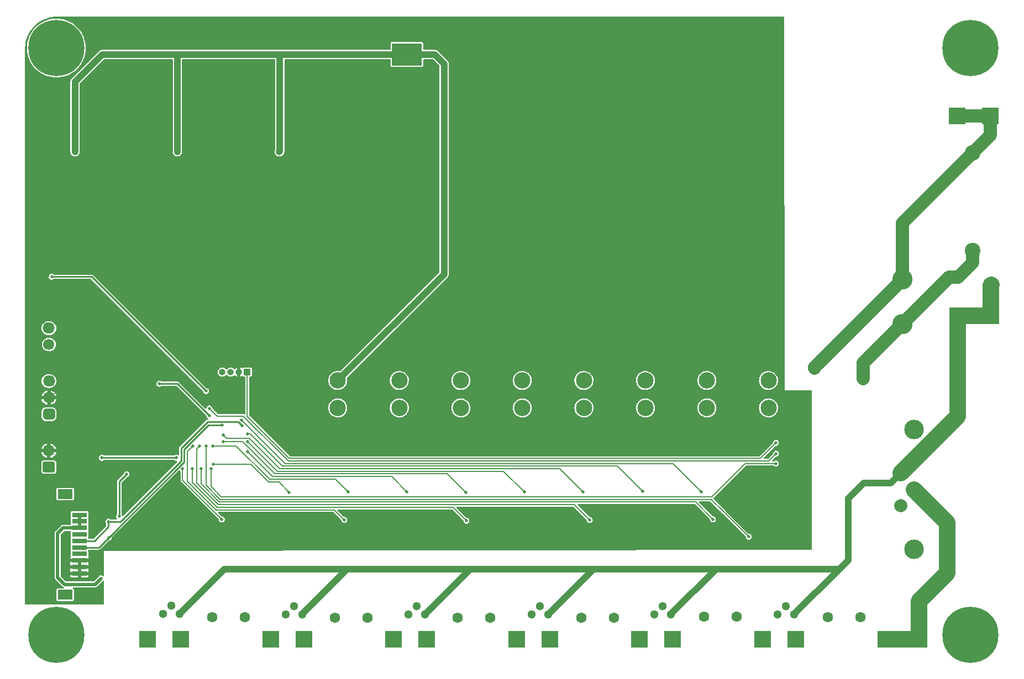
<source format=gbr>
%TF.GenerationSoftware,KiCad,Pcbnew,(6.0.0)*%
%TF.CreationDate,2022-03-30T16:25:39+04:00*%
%TF.ProjectId,Coffe_Machine_Gogokhia_Edition_SIMPLE,436f6666-655f-44d6-9163-68696e655f47,rev?*%
%TF.SameCoordinates,Original*%
%TF.FileFunction,Copper,L2,Bot*%
%TF.FilePolarity,Positive*%
%FSLAX46Y46*%
G04 Gerber Fmt 4.6, Leading zero omitted, Abs format (unit mm)*
G04 Created by KiCad (PCBNEW (6.0.0)) date 2022-03-30 16:25:39*
%MOMM*%
%LPD*%
G01*
G04 APERTURE LIST*
G04 Aperture macros list*
%AMRoundRect*
0 Rectangle with rounded corners*
0 $1 Rounding radius*
0 $2 $3 $4 $5 $6 $7 $8 $9 X,Y pos of 4 corners*
0 Add a 4 corners polygon primitive as box body*
4,1,4,$2,$3,$4,$5,$6,$7,$8,$9,$2,$3,0*
0 Add four circle primitives for the rounded corners*
1,1,$1+$1,$2,$3*
1,1,$1+$1,$4,$5*
1,1,$1+$1,$6,$7*
1,1,$1+$1,$8,$9*
0 Add four rect primitives between the rounded corners*
20,1,$1+$1,$2,$3,$4,$5,0*
20,1,$1+$1,$4,$5,$6,$7,0*
20,1,$1+$1,$6,$7,$8,$9,0*
20,1,$1+$1,$8,$9,$2,$3,0*%
G04 Aperture macros list end*
%TA.AperFunction,ComponentPad*%
%ADD10R,1.000000X1.000000*%
%TD*%
%TA.AperFunction,ComponentPad*%
%ADD11O,1.000000X1.000000*%
%TD*%
%TA.AperFunction,ComponentPad*%
%ADD12C,1.300000*%
%TD*%
%TA.AperFunction,ComponentPad*%
%ADD13R,2.500000X2.500000*%
%TD*%
%TA.AperFunction,ComponentPad*%
%ADD14RoundRect,0.249900X0.675100X-0.600100X0.675100X0.600100X-0.675100X0.600100X-0.675100X-0.600100X0*%
%TD*%
%TA.AperFunction,ComponentPad*%
%ADD15O,1.850000X1.700000*%
%TD*%
%TA.AperFunction,ComponentPad*%
%ADD16C,0.900000*%
%TD*%
%TA.AperFunction,ComponentPad*%
%ADD17C,8.600000*%
%TD*%
%TA.AperFunction,ComponentPad*%
%ADD18C,2.500000*%
%TD*%
%TA.AperFunction,ComponentPad*%
%ADD19C,1.600000*%
%TD*%
%TA.AperFunction,ComponentPad*%
%ADD20C,1.800000*%
%TD*%
%TA.AperFunction,ComponentPad*%
%ADD21C,1.700000*%
%TD*%
%TA.AperFunction,ComponentPad*%
%ADD22RoundRect,0.425000X0.500000X-0.425000X0.500000X0.425000X-0.500000X0.425000X-0.500000X-0.425000X0*%
%TD*%
%TA.AperFunction,ComponentPad*%
%ADD23C,2.010000*%
%TD*%
%TA.AperFunction,ComponentPad*%
%ADD24C,2.000000*%
%TD*%
%TA.AperFunction,ComponentPad*%
%ADD25C,3.000000*%
%TD*%
%TA.AperFunction,ComponentPad*%
%ADD26C,2.400000*%
%TD*%
%TA.AperFunction,ComponentPad*%
%ADD27C,3.100000*%
%TD*%
%TA.AperFunction,ComponentPad*%
%ADD28R,4.600000X3.400000*%
%TD*%
%TA.AperFunction,SMDPad,CuDef*%
%ADD29R,2.286000X0.750000*%
%TD*%
%TA.AperFunction,SMDPad,CuDef*%
%ADD30R,2.286000X1.500000*%
%TD*%
%TA.AperFunction,ViaPad*%
%ADD31C,1.000000*%
%TD*%
%TA.AperFunction,ViaPad*%
%ADD32C,0.500000*%
%TD*%
%TA.AperFunction,ViaPad*%
%ADD33C,0.800000*%
%TD*%
%TA.AperFunction,Conductor*%
%ADD34C,2.000000*%
%TD*%
%TA.AperFunction,Conductor*%
%ADD35C,1.000000*%
%TD*%
%TA.AperFunction,Conductor*%
%ADD36C,2.500000*%
%TD*%
%TA.AperFunction,Conductor*%
%ADD37C,0.500000*%
%TD*%
%TA.AperFunction,Conductor*%
%ADD38C,0.200000*%
%TD*%
%TA.AperFunction,Conductor*%
%ADD39C,0.250000*%
%TD*%
G04 APERTURE END LIST*
D10*
%TO.P,J11,1,Pin_1*%
%TO.N,+3V3*%
X89710000Y-86250000D03*
D11*
%TO.P,J11,2,Pin_2*%
%TO.N,GND*%
X88440000Y-86250000D03*
%TO.P,J11,3,Pin_3*%
%TO.N,SWDIO*%
X87170000Y-86250000D03*
%TO.P,J11,4,Pin_4*%
%TO.N,SWCLK*%
X85900000Y-86250000D03*
%TD*%
D12*
%TO.P,Q7,1,A1*%
%TO.N,LINE*%
X135836670Y-123425000D03*
%TO.P,Q7,2,A2*%
%TO.N,Net-(C37-Pad1)*%
X133296670Y-123425000D03*
%TO.P,Q7,3,G*%
%TO.N,Net-(Q7-Pad3)*%
X134566670Y-122155000D03*
%TD*%
D13*
%TO.P,J12,1,Pin_1*%
%TO.N,Net-(C29-Pad1)*%
X98356670Y-127225000D03*
X93276670Y-127225000D03*
%TD*%
D14*
%TO.P,J5,1,Pin_1*%
%TO.N,NTC*%
X59305300Y-100791500D03*
D15*
%TO.P,J5,2,Pin_2*%
%TO.N,GND*%
X59305300Y-98291500D03*
%TD*%
D16*
%TO.P,REF\u002A\u002A,1*%
%TO.N,N/C*%
X57241670Y-36525000D03*
X58186251Y-38805419D03*
X62747089Y-34244581D03*
D17*
X60466670Y-36525000D03*
D16*
X60466670Y-33300000D03*
X60466670Y-39750000D03*
X62747089Y-38805419D03*
X63691670Y-36525000D03*
X58186251Y-34244581D03*
%TD*%
D18*
%TO.P,J16,1,Pin_1*%
%TO.N,Net-(D10-Pad2)*%
X122433335Y-91725000D03*
%TO.P,J16,2,Pin_2*%
%TO.N,+24V*%
X122433335Y-87525000D03*
%TD*%
D12*
%TO.P,Q8,1,A1*%
%TO.N,LINE*%
X116936670Y-123425000D03*
%TO.P,Q8,2,A2*%
%TO.N,Net-(C38-Pad1)*%
X114396670Y-123425000D03*
%TO.P,Q8,3,G*%
%TO.N,Net-(Q8-Pad3)*%
X115666670Y-122155000D03*
%TD*%
D19*
%TO.P,C29,1*%
%TO.N,Net-(C29-Pad1)*%
X108166670Y-123885000D03*
%TO.P,C29,2*%
%TO.N,Net-(C29-Pad2)*%
X103166670Y-123885000D03*
%TD*%
D13*
%TO.P,J23,1,Pin_1*%
%TO.N,Net-(C32-Pad1)*%
X154906670Y-127225000D03*
X149826670Y-127225000D03*
%TD*%
D19*
%TO.P,C38,1*%
%TO.N,Net-(C38-Pad1)*%
X126966670Y-123925000D03*
%TO.P,C38,2*%
%TO.N,Net-(C38-Pad2)*%
X121966670Y-123925000D03*
%TD*%
D13*
%TO.P,J9,1,Pin_1*%
%TO.N,Net-(J9-Pad1)*%
X192606670Y-127225000D03*
X187526670Y-127225000D03*
%TD*%
D20*
%TO.P,RV1,1*%
%TO.N,Net-(C1-Pad2)*%
X184116670Y-87245000D03*
%TO.P,RV1,2*%
%TO.N,NEUT*%
X176616670Y-85611670D03*
%TD*%
D21*
%TO.P,J21,1,Pin_1*%
%TO.N,Net-(D13-Pad2)*%
X59321600Y-81996400D03*
D15*
%TO.P,J21,2,Pin_2*%
%TO.N,+12V*%
X59321600Y-79496400D03*
%TD*%
D19*
%TO.P,C32,1*%
%TO.N,Net-(C32-Pad1)*%
X164666670Y-123762500D03*
%TO.P,C32,2*%
%TO.N,Net-(C32-Pad2)*%
X159666670Y-123762500D03*
%TD*%
D12*
%TO.P,Q14,1,A1*%
%TO.N,LINE*%
X79336670Y-123325000D03*
%TO.P,Q14,2,A2*%
%TO.N,Net-(C30-Pad1)*%
X76796670Y-123325000D03*
%TO.P,Q14,3,G*%
%TO.N,Net-(Q14-Pad3)*%
X78066670Y-122055000D03*
%TD*%
D13*
%TO.P,J1,1,Pin_1*%
%TO.N,NEUT*%
X198446670Y-46970000D03*
X203526670Y-46970000D03*
%TD*%
D18*
%TO.P,J17,1,Pin_1*%
%TO.N,Net-(D11-Pad2)*%
X103580003Y-91725000D03*
%TO.P,J17,2,Pin_2*%
%TO.N,+24V*%
X103580003Y-87525000D03*
%TD*%
D13*
%TO.P,J14,1,Pin_1*%
%TO.N,Net-(C37-Pad1)*%
X130976670Y-127225000D03*
X136056670Y-127225000D03*
%TD*%
D12*
%TO.P,Q16,1,A1*%
%TO.N,LINE*%
X173536670Y-123362500D03*
%TO.P,Q16,2,A2*%
%TO.N,Net-(C31-Pad1)*%
X170996670Y-123362500D03*
%TO.P,Q16,3,G*%
%TO.N,Net-(Q16-Pad3)*%
X172266670Y-122092500D03*
%TD*%
D18*
%TO.P,J4,1,Pin_1*%
%TO.N,Net-(D5-Pad2)*%
X160139999Y-91725000D03*
%TO.P,J4,2,Pin_2*%
%TO.N,+24V*%
X160139999Y-87525000D03*
%TD*%
D22*
%TO.P,J7,1,Pin_1*%
%TO.N,+5V*%
X59326324Y-92684200D03*
D15*
%TO.P,J7,2,Pin_2*%
%TO.N,GND*%
X59326324Y-90144200D03*
%TO.P,J7,3,Pin_3*%
%TO.N,Net-(C24-Pad2)*%
X59326324Y-87604200D03*
%TD*%
D12*
%TO.P,Q13,1,A1*%
%TO.N,LINE*%
X98136670Y-123385000D03*
%TO.P,Q13,2,A2*%
%TO.N,Net-(C29-Pad1)*%
X95596670Y-123385000D03*
%TO.P,Q13,3,G*%
%TO.N,Net-(Q13-Pad3)*%
X96866670Y-122115000D03*
%TD*%
D18*
%TO.P,J13,1,Pin_1*%
%TO.N,Net-(D9-Pad2)*%
X141286667Y-91725000D03*
%TO.P,J13,2,Pin_2*%
%TO.N,+24V*%
X141286667Y-87525000D03*
%TD*%
%TO.P,J3,1,Pin_1*%
%TO.N,Net-(D4-Pad2)*%
X169566670Y-91725000D03*
%TO.P,J3,2,Pin_2*%
%TO.N,+24V*%
X169566670Y-87525000D03*
%TD*%
D13*
%TO.P,J22,1,Pin_1*%
%TO.N,Net-(C31-Pad1)*%
X173756670Y-127225000D03*
X168676670Y-127225000D03*
%TD*%
D23*
%TO.P,F1,1*%
%TO.N,LINE*%
X203736670Y-72870000D03*
%TO.P,F1,2*%
%TO.N,Net-(C1-Pad2)*%
X198636670Y-71670000D03*
%TD*%
D13*
%TO.P,J2,1,Pin_1*%
%TO.N,LINE*%
X203626670Y-77570000D03*
X198546670Y-77570000D03*
%TD*%
%TO.P,J15,1,Pin_1*%
%TO.N,Net-(C38-Pad1)*%
X112126670Y-127225000D03*
X117206670Y-127225000D03*
%TD*%
D18*
%TO.P,J8,1,Pin_1*%
%TO.N,Net-(D7-Pad2)*%
X131860001Y-91725000D03*
%TO.P,J8,2,Pin_2*%
%TO.N,+24V*%
X131860001Y-87525000D03*
%TD*%
D17*
%TO.P,REF\u002A\u002A,1*%
%TO.N,N/C*%
X60466670Y-126525000D03*
D16*
X63691670Y-126525000D03*
X57241670Y-126525000D03*
X58186251Y-128805419D03*
X58186251Y-124244581D03*
X62747089Y-128805419D03*
X60466670Y-123300000D03*
X60466670Y-129750000D03*
X62747089Y-124244581D03*
%TD*%
D24*
%TO.P,Q3,1,A1*%
%TO.N,LINE*%
X189866670Y-101725000D03*
%TO.P,Q3,2,A2*%
%TO.N,Net-(J9-Pad1)*%
X191866670Y-104225000D03*
%TO.P,Q3,3,G*%
%TO.N,Net-(Q3-Pad3)*%
X189866670Y-106725000D03*
D25*
%TO.P,Q3,4*%
%TO.N,N/C*%
X191866670Y-113375000D03*
X191866670Y-95075000D03*
%TD*%
D18*
%TO.P,J6,1,Pin_1*%
%TO.N,Net-(D6-Pad2)*%
X150713333Y-91725000D03*
%TO.P,J6,2,Pin_2*%
%TO.N,+24V*%
X150713333Y-87525000D03*
%TD*%
D26*
%TO.P,C1,1*%
%TO.N,NEUT*%
X200806670Y-52620000D03*
%TO.P,C1,2*%
%TO.N,Net-(C1-Pad2)*%
X200806670Y-67620000D03*
%TD*%
D13*
%TO.P,J20,1,Pin_1*%
%TO.N,Net-(C30-Pad1)*%
X79506670Y-127225000D03*
X74426670Y-127225000D03*
%TD*%
D16*
%TO.P,REF\u002A\u002A,1*%
%TO.N,N/C*%
X200466670Y-123300000D03*
X197241670Y-126525000D03*
X202747089Y-128805419D03*
X198186251Y-124244581D03*
D17*
X200466670Y-126525000D03*
D16*
X198186251Y-128805419D03*
X202747089Y-124244581D03*
X203691670Y-126525000D03*
X200466670Y-129750000D03*
%TD*%
D12*
%TO.P,Q17,1,A1*%
%TO.N,LINE*%
X154636670Y-123362500D03*
%TO.P,Q17,2,A2*%
%TO.N,Net-(C32-Pad1)*%
X152096670Y-123362500D03*
%TO.P,Q17,3,G*%
%TO.N,Net-(Q17-Pad3)*%
X153366670Y-122092500D03*
%TD*%
D19*
%TO.P,C30,1*%
%TO.N,Net-(C30-Pad1)*%
X89366670Y-123825000D03*
%TO.P,C30,2*%
%TO.N,Net-(C30-Pad2)*%
X84366670Y-123825000D03*
%TD*%
D17*
%TO.P,REF\u002A\u002A,1*%
%TO.N,N/C*%
X200466670Y-36525000D03*
D16*
X200466670Y-33300000D03*
X197241670Y-36525000D03*
X198186251Y-38805419D03*
X202747089Y-38805419D03*
X198186251Y-34244581D03*
X202747089Y-34244581D03*
X200466670Y-39750000D03*
X203691670Y-36525000D03*
%TD*%
D19*
%TO.P,C31,1*%
%TO.N,Net-(C31-Pad1)*%
X183666670Y-123862500D03*
%TO.P,C31,2*%
%TO.N,Net-(C31-Pad2)*%
X178666670Y-123862500D03*
%TD*%
%TO.P,C37,1*%
%TO.N,Net-(C37-Pad1)*%
X145866670Y-123925000D03*
%TO.P,C37,2*%
%TO.N,Net-(C37-Pad2)*%
X140866670Y-123925000D03*
%TD*%
D18*
%TO.P,J10,1,Pin_1*%
%TO.N,Net-(D8-Pad2)*%
X113006669Y-91725000D03*
%TO.P,J10,2,Pin_2*%
%TO.N,+24V*%
X113006669Y-87525000D03*
%TD*%
D27*
%TO.P,PS1,1,AC/L*%
%TO.N,Net-(C1-Pad2)*%
X190066670Y-78825000D03*
%TO.P,PS1,2,AC/N*%
%TO.N,NEUT*%
X190066670Y-72025000D03*
D28*
%TO.P,PS1,3,-Vout*%
%TO.N,GND*%
X114166670Y-43025000D03*
%TO.P,PS1,4,+Vout*%
%TO.N,+24V*%
X114166670Y-37525000D03*
%TD*%
D29*
%TO.P,J18,1,Pin_1*%
%TO.N,+5V*%
X64000000Y-108127000D03*
D30*
%TO.N,N/C*%
X61800000Y-120377000D03*
X61800000Y-104927000D03*
D29*
%TO.P,J18,2,Pin_2*%
%TO.N,+5V*%
X64000000Y-109127000D03*
%TO.P,J18,3,Pin_3*%
X64000000Y-110127000D03*
%TO.P,J18,4,Pin_4*%
%TO.N,unconnected-(J18-Pad4)*%
X64000000Y-111127000D03*
%TO.P,J18,5,Pin_5*%
%TO.N,UART_Tx*%
X64000000Y-112127000D03*
%TO.P,J18,6,Pin_6*%
%TO.N,UART_Rx*%
X64000000Y-113127000D03*
%TO.P,J18,7,Pin_7*%
%TO.N,unconnected-(J18-Pad7)*%
X64000000Y-114127000D03*
%TO.P,J18,8,Pin_8*%
%TO.N,GND*%
X64000000Y-115127000D03*
%TO.P,J18,9,Pin_9*%
X64000000Y-116127000D03*
%TO.P,J18,10,Pin_10*%
X64000000Y-117127000D03*
%TD*%
D31*
%TO.N,+24V*%
X79000000Y-52455000D03*
X63320000Y-52455000D03*
X94710000Y-52365000D03*
D32*
%TO.N,GND*%
X101000000Y-96375000D03*
X135500000Y-96375000D03*
X95400000Y-33125000D03*
X145250000Y-96375000D03*
X119000000Y-96375000D03*
D33*
X128000000Y-112875000D03*
D32*
X116750000Y-96375000D03*
X137750000Y-96375000D03*
X109750000Y-96375000D03*
X155000000Y-96375000D03*
X138500000Y-96375000D03*
X127250000Y-96375000D03*
X120500000Y-96375000D03*
X81000000Y-94875000D03*
X81000000Y-94125000D03*
X77600000Y-33325000D03*
D33*
X105500000Y-112875000D03*
D32*
X93600000Y-33125000D03*
X165500000Y-96375000D03*
X146000000Y-96375000D03*
X109000000Y-96375000D03*
X64750000Y-106375000D03*
X94200000Y-32525000D03*
X136250000Y-96375000D03*
X78200000Y-33325000D03*
X161750000Y-96375000D03*
X164750000Y-96375000D03*
X57000000Y-120375000D03*
X78800000Y-33325000D03*
X152750000Y-96375000D03*
X155750000Y-96375000D03*
D33*
X92000000Y-112875000D03*
X110500000Y-112875000D03*
D32*
X99500000Y-96375000D03*
X78200000Y-32725000D03*
X119750000Y-96375000D03*
D33*
X143250000Y-112875000D03*
D32*
X102500000Y-96375000D03*
X64000000Y-106375000D03*
D33*
X130500000Y-112875000D03*
D32*
X143750000Y-96375000D03*
D33*
X125500000Y-112875000D03*
D32*
X147500000Y-96375000D03*
X100250000Y-96375000D03*
X164000000Y-96375000D03*
X94200000Y-33125000D03*
D33*
X126750000Y-112875000D03*
X108000000Y-112875000D03*
D32*
X81750000Y-94125000D03*
X107500000Y-96375000D03*
X58500000Y-120375000D03*
X110500000Y-96375000D03*
D33*
X148250000Y-112875000D03*
X145750000Y-112875000D03*
X149500000Y-112875000D03*
X87000000Y-112875000D03*
D32*
X118250000Y-96375000D03*
X162500000Y-96375000D03*
X81000000Y-95625000D03*
X95400000Y-32525000D03*
X108250000Y-96375000D03*
X81750000Y-94875000D03*
X57750000Y-121125000D03*
X128750000Y-96375000D03*
X129500000Y-96375000D03*
X65500000Y-106375000D03*
X137000000Y-96375000D03*
X117500000Y-96375000D03*
X94800000Y-33125000D03*
X156500000Y-96375000D03*
D33*
X106750000Y-112875000D03*
D32*
X58500000Y-121125000D03*
D33*
X129250000Y-112875000D03*
D32*
X146750000Y-96375000D03*
X57000000Y-121125000D03*
X153500000Y-96375000D03*
X94800000Y-32525000D03*
X125750000Y-96375000D03*
X79400000Y-32725000D03*
X163250000Y-96375000D03*
D33*
X124250000Y-112875000D03*
D32*
X126500000Y-96375000D03*
D33*
X147000000Y-112875000D03*
X111750000Y-112875000D03*
X90750000Y-112875000D03*
D32*
X79400000Y-33325000D03*
X154250000Y-96375000D03*
X134750000Y-96375000D03*
X128000000Y-96375000D03*
X63250000Y-106375000D03*
D33*
X89500000Y-112875000D03*
D32*
X144500000Y-96375000D03*
X66250000Y-106375000D03*
X77600000Y-32725000D03*
X57750000Y-120375000D03*
X93600000Y-32525000D03*
D33*
X93250000Y-112875000D03*
D32*
X101750000Y-96375000D03*
X82500000Y-94125000D03*
D33*
X109250000Y-112875000D03*
X88250000Y-112875000D03*
D32*
X78800000Y-32725000D03*
D33*
X144500000Y-112875000D03*
D32*
X111250000Y-96375000D03*
X98750000Y-96375000D03*
%TO.N,+5V*%
X67300000Y-117865000D03*
%TO.N,+3V3*%
X71220000Y-101905000D03*
X70090000Y-108345000D03*
X170706670Y-97095000D03*
%TO.N,NTC*%
X78860000Y-99375000D03*
X67440000Y-99375000D03*
%TO.N,UART_Tx*%
X88880000Y-94405000D03*
X68440000Y-109155000D03*
%TO.N,UART_Rx*%
X68470000Y-111615000D03*
X85880000Y-94395000D03*
%TO.N,Motor_1*%
X88856233Y-93568767D03*
X159266670Y-104600000D03*
%TO.N,Motor_2*%
X89790000Y-95695000D03*
X150276670Y-104560000D03*
%TO.N,FLOWMETER*%
X76250000Y-88025000D03*
X83900000Y-92905000D03*
%TO.N,Z_CROSS*%
X83910000Y-91785000D03*
X170716670Y-98745000D03*
%TO.N,BOILER_uC*%
X170706670Y-100250000D03*
X84160000Y-101085000D03*
%TO.N,SW1_uC*%
X142186670Y-108930000D03*
X82410000Y-97565000D03*
%TO.N,SW2_uC*%
X81280000Y-101085000D03*
X123296670Y-109030000D03*
%TO.N,Motor_3*%
X86050000Y-95895000D03*
X141146670Y-104640000D03*
%TO.N,Motor_5*%
X86040000Y-96895000D03*
X123166670Y-104660000D03*
%TO.N,Motor_7*%
X84410000Y-97555000D03*
X105166670Y-104620000D03*
%TO.N,Motor_4*%
X89788556Y-96926444D03*
X132166670Y-104640000D03*
%TO.N,Motor_6*%
X114166670Y-104590000D03*
X89720000Y-98435000D03*
%TO.N,Motor_8*%
X96126670Y-104650000D03*
X84500000Y-100355000D03*
%TO.N,SW3_uC*%
X104586670Y-108890000D03*
X81410000Y-97565000D03*
%TO.N,SW4_uC*%
X79800000Y-101085000D03*
X85816670Y-108850000D03*
%TO.N,AIR_PUMP_uC*%
X59760000Y-71615000D03*
X83410000Y-89145000D03*
%TO.N,PUMP1_uC*%
X83410000Y-97555000D03*
X166546670Y-111490000D03*
%TO.N,PUMP2_uC*%
X82610000Y-101085000D03*
X161056670Y-108820000D03*
%TD*%
D34*
%TO.N,NEUT*%
X176616670Y-85611670D02*
X176616670Y-85508330D01*
X176616670Y-85508330D02*
X190066670Y-72058330D01*
X190066670Y-63360000D02*
X200806670Y-52620000D01*
X203526670Y-49900000D02*
X200806670Y-52620000D01*
X190066670Y-72058330D02*
X190066670Y-72025000D01*
X190066670Y-72025000D02*
X190066670Y-63360000D01*
X203526670Y-46970000D02*
X203526670Y-49900000D01*
X198446670Y-46970000D02*
X203526670Y-46970000D01*
D35*
%TO.N,LINE*%
X123916670Y-116475000D02*
X116966670Y-123425000D01*
X135836670Y-123405000D02*
X135836670Y-123425000D01*
X142766670Y-116475000D02*
X135836670Y-123405000D01*
X86186670Y-116475000D02*
X79336670Y-123325000D01*
X181760000Y-115131670D02*
X181760000Y-105615000D01*
D36*
X198546670Y-77570000D02*
X203626670Y-77570000D01*
D35*
X173536670Y-123355000D02*
X180266670Y-116625000D01*
X98136670Y-123355000D02*
X98136670Y-123385000D01*
X161516670Y-116475000D02*
X154636670Y-123355000D01*
X161516670Y-116475000D02*
X142766670Y-116475000D01*
X154636670Y-123355000D02*
X154636670Y-123362500D01*
X181760000Y-105615000D02*
X184130000Y-103245000D01*
X116966670Y-123425000D02*
X116936670Y-123425000D01*
X179266670Y-117625000D02*
X180266670Y-116625000D01*
X184130000Y-103245000D02*
X188346670Y-103245000D01*
X105016670Y-116475000D02*
X86186670Y-116475000D01*
X180266670Y-116625000D02*
X181760000Y-115131670D01*
X123916670Y-116475000D02*
X105016670Y-116475000D01*
X142766670Y-116475000D02*
X123916670Y-116475000D01*
D36*
X203626670Y-72980000D02*
X203736670Y-72870000D01*
D35*
X180416670Y-116475000D02*
X161516670Y-116475000D01*
D36*
X203626670Y-77570000D02*
X203626670Y-72980000D01*
D35*
X105016670Y-116475000D02*
X98136670Y-123355000D01*
X188346670Y-103245000D02*
X189866670Y-101725000D01*
D36*
X198546670Y-93045000D02*
X198546670Y-77570000D01*
D35*
X181760000Y-115131670D02*
X180416670Y-116475000D01*
D36*
X189866670Y-101725000D02*
X198546670Y-93045000D01*
D35*
X173536670Y-123362500D02*
X173536670Y-123355000D01*
%TO.N,+24V*%
X81500000Y-37525000D02*
X78880000Y-37525000D01*
X119866670Y-38950000D02*
X119866670Y-71208330D01*
X118441670Y-37525000D02*
X119866670Y-38950000D01*
X78990000Y-37635000D02*
X78880000Y-37525000D01*
X78880000Y-37525000D02*
X67500000Y-37525000D01*
X94710000Y-52365000D02*
X94620000Y-52455000D01*
X79000000Y-52455000D02*
X78990000Y-52445000D01*
X119866670Y-71208330D02*
X103580003Y-87494997D01*
X78990000Y-52445000D02*
X78990000Y-37635000D01*
X97100000Y-37525000D02*
X81500000Y-37525000D01*
X63310000Y-52445000D02*
X63320000Y-52455000D01*
X94710000Y-37525000D02*
X94710000Y-52365000D01*
X67500000Y-37525000D02*
X63310000Y-41715000D01*
X97100000Y-37525000D02*
X94710000Y-37525000D01*
X114166670Y-37525000D02*
X97100000Y-37525000D01*
X63310000Y-41715000D02*
X63310000Y-52445000D01*
X103580003Y-87494997D02*
X103580003Y-87525000D01*
X114166670Y-37525000D02*
X118441670Y-37525000D01*
D37*
%TO.N,+5V*%
X60660000Y-117705000D02*
X60660000Y-110955000D01*
X61488000Y-110127000D02*
X64000000Y-110127000D01*
X60660000Y-110955000D02*
X61488000Y-110127000D01*
X66360000Y-118805000D02*
X61760000Y-118805000D01*
X61760000Y-118805000D02*
X60660000Y-117705000D01*
X64000000Y-110127000D02*
X64000000Y-108127000D01*
X67300000Y-117865000D02*
X66360000Y-118805000D01*
D38*
%TO.N,+3V3*%
X96150966Y-99450960D02*
X89710000Y-93009994D01*
X170706670Y-97095000D02*
X168350710Y-99450960D01*
X168350710Y-99450960D02*
X96150966Y-99450960D01*
D39*
X70090000Y-108345000D02*
X70090000Y-103035000D01*
X70090000Y-103035000D02*
X71220000Y-101905000D01*
D38*
X89710000Y-93009994D02*
X89710000Y-86250000D01*
D34*
%TO.N,Net-(C1-Pad2)*%
X197221670Y-71670000D02*
X190066670Y-78825000D01*
X184116670Y-84808330D02*
X190066670Y-78858330D01*
X198636670Y-71670000D02*
X197221670Y-71670000D01*
X200806670Y-69500000D02*
X198636670Y-71670000D01*
X200806670Y-67620000D02*
X200806670Y-69500000D01*
X184116670Y-87245000D02*
X184116670Y-84808330D01*
X190066670Y-78858330D02*
X190066670Y-78825000D01*
D39*
%TO.N,NTC*%
X67440000Y-99375000D02*
X78860000Y-99375000D01*
D36*
%TO.N,Net-(J9-Pad1)*%
X192606670Y-127225000D02*
X192606670Y-121385000D01*
X187526670Y-127225000D02*
X192606670Y-127225000D01*
X196966670Y-109325000D02*
X191866670Y-104225000D01*
X196966670Y-117025000D02*
X196966670Y-109325000D01*
X192606670Y-121385000D02*
X196966670Y-117025000D01*
D39*
%TO.N,UART_Tx*%
X83706311Y-93820489D02*
X88295489Y-93820489D01*
X66282282Y-112127000D02*
X68440000Y-109969282D01*
X68440000Y-109969282D02*
X68440000Y-109155000D01*
X79600480Y-97926320D02*
X83706311Y-93820489D01*
X70281800Y-109155000D02*
X79600480Y-99836320D01*
X79600480Y-99836320D02*
X79600480Y-97926320D01*
X68440000Y-109155000D02*
X70281800Y-109155000D01*
X88295489Y-93820489D02*
X88880000Y-94405000D01*
X64000000Y-112127000D02*
X66282282Y-112127000D01*
%TO.N,UART_Rx*%
X66958000Y-113127000D02*
X64000000Y-113127000D01*
X80050000Y-100022518D02*
X80050000Y-98112518D01*
X80050000Y-98112518D02*
X83767518Y-94395000D01*
X68470000Y-111602518D02*
X80050000Y-100022518D01*
X68470000Y-111615000D02*
X68470000Y-111602518D01*
X83767518Y-94395000D02*
X85880000Y-94395000D01*
X68470000Y-111615000D02*
X66958000Y-113127000D01*
D38*
%TO.N,Motor_1*%
X95537466Y-100250000D02*
X154916670Y-100250000D01*
X88856233Y-93568767D02*
X95537466Y-100250000D01*
X154916670Y-100250000D02*
X159266670Y-104600000D01*
%TO.N,Motor_2*%
X146366190Y-100649520D02*
X95124520Y-100649520D01*
X150276670Y-104560000D02*
X146366190Y-100649520D01*
X90170000Y-95695000D02*
X89790000Y-95695000D01*
X95124520Y-100649520D02*
X90170000Y-95695000D01*
D39*
%TO.N,FLOWMETER*%
X79020000Y-88025000D02*
X76250000Y-88025000D01*
X83900000Y-92905000D02*
X79020000Y-88025000D01*
D38*
%TO.N,Z_CROSS*%
X89110000Y-92975000D02*
X85100000Y-92975000D01*
X95985480Y-99850480D02*
X89110000Y-92975000D01*
X169611190Y-99850480D02*
X95985480Y-99850480D01*
X85100000Y-92975000D02*
X83910000Y-91785000D01*
X170716670Y-98745000D02*
X169611190Y-99850480D01*
%TO.N,BOILER_uC*%
X84160000Y-103794964D02*
X85730996Y-105365960D01*
X160839040Y-105365960D02*
X165955000Y-100250000D01*
X84160000Y-101085000D02*
X84160000Y-103794964D01*
X165955000Y-100250000D02*
X170706670Y-100250000D01*
X85730996Y-105365960D02*
X160839040Y-105365960D01*
%TO.N,SW1_uC*%
X139832630Y-106575960D02*
X85245979Y-106575961D01*
X81960000Y-98015000D02*
X82410000Y-97565000D01*
X81960000Y-103289982D02*
X81960000Y-98015000D01*
X142186670Y-108930000D02*
X139832630Y-106575960D01*
X85245979Y-106575961D02*
X81960000Y-103289982D01*
%TO.N,SW2_uC*%
X121242150Y-106975480D02*
X85080493Y-106975481D01*
X81280000Y-103174988D02*
X81280000Y-101085000D01*
X85080493Y-106975481D02*
X81280000Y-103174988D01*
X123296670Y-109030000D02*
X121242150Y-106975480D01*
%TO.N,Motor_3*%
X137555710Y-101049040D02*
X141146670Y-104640000D01*
X90004239Y-96365000D02*
X90338067Y-96698828D01*
X90338067Y-96698828D02*
X90338067Y-96703067D01*
X86520000Y-96365000D02*
X90004239Y-96365000D01*
X86050000Y-95895000D02*
X86520000Y-96365000D01*
X94684040Y-101049040D02*
X137555710Y-101049040D01*
X90338067Y-96703067D02*
X94684040Y-101049040D01*
%TO.N,Motor_5*%
X88980000Y-96895000D02*
X93933080Y-101848080D01*
X120354750Y-101848080D02*
X123166670Y-104660000D01*
X93933080Y-101848080D02*
X120354750Y-101848080D01*
X86040000Y-96895000D02*
X88980000Y-96895000D01*
%TO.N,Motor_7*%
X88020000Y-97555000D02*
X84410000Y-97555000D01*
X103193790Y-102647120D02*
X93112120Y-102647120D01*
X93112120Y-102647120D02*
X88020000Y-97555000D01*
X105166670Y-104620000D02*
X103193790Y-102647120D01*
%TO.N,Motor_4*%
X94310672Y-101448560D02*
X128975230Y-101448560D01*
X128975230Y-101448560D02*
X132166670Y-104640000D01*
X89788556Y-96926444D02*
X94310672Y-101448560D01*
%TO.N,Motor_6*%
X114166670Y-104590000D02*
X111824270Y-102247600D01*
X111824270Y-102247600D02*
X93532600Y-102247600D01*
X93532600Y-102247600D02*
X89720000Y-98435000D01*
%TO.N,Motor_8*%
X92994994Y-103095000D02*
X90254994Y-100355000D01*
X90254994Y-100355000D02*
X84500000Y-100355000D01*
X96126670Y-104650000D02*
X94571670Y-103095000D01*
X94571670Y-103095000D02*
X92994994Y-103095000D01*
%TO.N,SW3_uC*%
X104586670Y-108890000D02*
X103071670Y-107375000D01*
X80570000Y-98405000D02*
X81410000Y-97565000D01*
X103071670Y-107375000D02*
X84915006Y-107375000D01*
X84915006Y-107375000D02*
X80570000Y-103029994D01*
X80570000Y-103029994D02*
X80570000Y-98405000D01*
%TO.N,SW4_uC*%
X85816670Y-108841670D02*
X79800000Y-102825000D01*
X85816670Y-108850000D02*
X85816670Y-108841670D01*
X79800000Y-102825000D02*
X79800000Y-101085000D01*
D39*
%TO.N,AIR_PUMP_uC*%
X83410000Y-89145000D02*
X65880000Y-71615000D01*
X65880000Y-71615000D02*
X59760000Y-71615000D01*
D38*
%TO.N,PUMP1_uC*%
X85565510Y-105765480D02*
X83410000Y-103609970D01*
X162746670Y-107690000D02*
X162746670Y-107670000D01*
X166546670Y-111490000D02*
X162746670Y-107690000D01*
X83410000Y-103609970D02*
X83410000Y-97555000D01*
X162746670Y-107690000D02*
X160822150Y-105765480D01*
X160822150Y-105765480D02*
X85565510Y-105765480D01*
%TO.N,PUMP2_uC*%
X85400024Y-106165000D02*
X82610000Y-103374976D01*
X158401670Y-106165000D02*
X85400024Y-106165000D01*
X161056670Y-108820000D02*
X158401670Y-106165000D01*
X82610000Y-103374976D02*
X82610000Y-101085000D01*
%TD*%
%TA.AperFunction,Conductor*%
%TO.N,GND*%
G36*
X171922410Y-31745817D02*
G01*
X171962006Y-31800317D01*
X171967341Y-31833763D01*
X172091580Y-88978403D01*
X172091670Y-89020000D01*
X176107802Y-89024868D01*
X176171845Y-89045763D01*
X176211376Y-89100311D01*
X176216670Y-89133868D01*
X176216670Y-113416106D01*
X176195853Y-113480175D01*
X176141353Y-113519771D01*
X176107776Y-113525106D01*
X67802708Y-113630826D01*
X67785445Y-113630843D01*
X67785406Y-113639985D01*
X67785217Y-113684300D01*
X67769250Y-117428853D01*
X67769234Y-117432557D01*
X67748144Y-117496536D01*
X67693476Y-117535900D01*
X67626110Y-117535613D01*
X67600021Y-117520753D01*
X67599194Y-117522028D01*
X67577821Y-117508175D01*
X67565677Y-117499042D01*
X67544117Y-117480333D01*
X67536666Y-117477039D01*
X67536658Y-117477034D01*
X67522944Y-117470971D01*
X67507736Y-117462749D01*
X67497420Y-117456063D01*
X67497419Y-117456063D01*
X67490906Y-117451841D01*
X67483472Y-117449618D01*
X67483466Y-117449615D01*
X67462736Y-117443415D01*
X67449897Y-117438679D01*
X67439255Y-117433974D01*
X67420218Y-117425558D01*
X67401141Y-117423300D01*
X67382724Y-117419487D01*
X67367273Y-117414866D01*
X67359510Y-117414819D01*
X67359506Y-117414818D01*
X67333941Y-117414662D01*
X67321798Y-117413909D01*
X67293780Y-117410593D01*
X67293777Y-117410593D01*
X67285690Y-117409636D01*
X67270656Y-117412382D01*
X67250413Y-117414153D01*
X67238231Y-117414078D01*
X67202401Y-117424319D01*
X67192038Y-117426739D01*
X67160448Y-117432508D01*
X67160441Y-117432511D01*
X67152427Y-117433974D01*
X67142360Y-117439203D01*
X67122074Y-117447276D01*
X67114155Y-117449539D01*
X67079306Y-117471528D01*
X67071399Y-117476064D01*
X67037725Y-117493556D01*
X67037723Y-117493557D01*
X67032212Y-117496420D01*
X67027172Y-117500725D01*
X67025661Y-117502236D01*
X67024086Y-117503692D01*
X67023970Y-117503566D01*
X67017255Y-117508931D01*
X67017501Y-117509221D01*
X67011585Y-117514256D01*
X67005019Y-117518399D01*
X66999878Y-117524220D01*
X66973405Y-117554195D01*
X66968781Y-117559116D01*
X66205322Y-118322575D01*
X66145298Y-118353158D01*
X66128247Y-118354500D01*
X61991753Y-118354500D01*
X61927684Y-118333683D01*
X61914678Y-118322575D01*
X61142425Y-117550322D01*
X61127624Y-117521273D01*
X62607000Y-117521273D01*
X62608043Y-117531870D01*
X62619411Y-117589018D01*
X62627469Y-117608471D01*
X62670794Y-117673311D01*
X62685689Y-117688206D01*
X62750529Y-117731531D01*
X62769982Y-117739589D01*
X62827130Y-117750957D01*
X62837727Y-117752000D01*
X63728738Y-117752000D01*
X63742703Y-117747462D01*
X63746000Y-117742924D01*
X63746000Y-117734738D01*
X64254000Y-117734738D01*
X64258538Y-117748703D01*
X64263076Y-117752000D01*
X65162273Y-117752000D01*
X65172870Y-117750957D01*
X65230018Y-117739589D01*
X65249471Y-117731531D01*
X65314311Y-117688206D01*
X65329206Y-117673311D01*
X65372531Y-117608471D01*
X65380589Y-117589018D01*
X65391957Y-117531870D01*
X65393000Y-117521273D01*
X65393000Y-117398262D01*
X65388462Y-117384297D01*
X65383924Y-117381000D01*
X64271262Y-117381000D01*
X64257297Y-117385538D01*
X64254000Y-117390076D01*
X64254000Y-117734738D01*
X63746000Y-117734738D01*
X63746000Y-117398262D01*
X63741462Y-117384297D01*
X63736924Y-117381000D01*
X62624262Y-117381000D01*
X62610297Y-117385538D01*
X62607000Y-117390076D01*
X62607000Y-117521273D01*
X61127624Y-117521273D01*
X61111842Y-117490298D01*
X61110500Y-117473247D01*
X61110500Y-116855738D01*
X62607000Y-116855738D01*
X62611538Y-116869703D01*
X62616076Y-116873000D01*
X63728738Y-116873000D01*
X63742703Y-116868462D01*
X63746000Y-116863924D01*
X63746000Y-116855738D01*
X64254000Y-116855738D01*
X64258538Y-116869703D01*
X64263076Y-116873000D01*
X65375738Y-116873000D01*
X65389703Y-116868462D01*
X65393000Y-116863924D01*
X65393000Y-116732727D01*
X65391957Y-116722130D01*
X65378495Y-116654455D01*
X65380973Y-116653962D01*
X65376849Y-116601555D01*
X65380063Y-116591661D01*
X65391957Y-116531870D01*
X65393000Y-116521273D01*
X65393000Y-116398262D01*
X65388462Y-116384297D01*
X65383924Y-116381000D01*
X64271262Y-116381000D01*
X64257297Y-116385538D01*
X64254000Y-116390076D01*
X64254000Y-116855738D01*
X63746000Y-116855738D01*
X63746000Y-116398262D01*
X63741462Y-116384297D01*
X63736924Y-116381000D01*
X62624262Y-116381000D01*
X62610297Y-116385538D01*
X62607000Y-116390076D01*
X62607000Y-116521273D01*
X62608043Y-116531870D01*
X62621505Y-116599545D01*
X62619027Y-116600038D01*
X62623151Y-116652445D01*
X62619937Y-116662339D01*
X62608043Y-116722130D01*
X62607000Y-116732727D01*
X62607000Y-116855738D01*
X61110500Y-116855738D01*
X61110500Y-115855738D01*
X62607000Y-115855738D01*
X62611538Y-115869703D01*
X62616076Y-115873000D01*
X63728738Y-115873000D01*
X63742703Y-115868462D01*
X63746000Y-115863924D01*
X63746000Y-115855738D01*
X64254000Y-115855738D01*
X64258538Y-115869703D01*
X64263076Y-115873000D01*
X65375738Y-115873000D01*
X65389703Y-115868462D01*
X65393000Y-115863924D01*
X65393000Y-115732727D01*
X65391957Y-115722130D01*
X65378495Y-115654455D01*
X65380973Y-115653962D01*
X65376849Y-115601555D01*
X65380063Y-115591661D01*
X65391957Y-115531870D01*
X65393000Y-115521273D01*
X65393000Y-115398262D01*
X65388462Y-115384297D01*
X65383924Y-115381000D01*
X64271262Y-115381000D01*
X64257297Y-115385538D01*
X64254000Y-115390076D01*
X64254000Y-115855738D01*
X63746000Y-115855738D01*
X63746000Y-115398262D01*
X63741462Y-115384297D01*
X63736924Y-115381000D01*
X62624262Y-115381000D01*
X62610297Y-115385538D01*
X62607000Y-115390076D01*
X62607000Y-115521273D01*
X62608043Y-115531870D01*
X62621505Y-115599545D01*
X62619027Y-115600038D01*
X62623151Y-115652445D01*
X62619937Y-115662339D01*
X62608043Y-115722130D01*
X62607000Y-115732727D01*
X62607000Y-115855738D01*
X61110500Y-115855738D01*
X61110500Y-111186753D01*
X61131317Y-111122684D01*
X61142425Y-111109678D01*
X61642678Y-110609425D01*
X61702702Y-110578842D01*
X61719753Y-110577500D01*
X62554465Y-110577500D01*
X62618534Y-110598317D01*
X62658130Y-110652817D01*
X62661370Y-110707766D01*
X62657544Y-110726999D01*
X62657543Y-110727006D01*
X62656500Y-110732252D01*
X62656500Y-111521748D01*
X62668133Y-111580231D01*
X62672625Y-111586954D01*
X62677781Y-111652442D01*
X62673426Y-111665848D01*
X62668133Y-111673769D01*
X62656500Y-111732252D01*
X62656500Y-112521748D01*
X62668133Y-112580231D01*
X62672625Y-112586954D01*
X62677781Y-112652442D01*
X62673426Y-112665848D01*
X62668133Y-112673769D01*
X62656500Y-112732252D01*
X62656500Y-113521748D01*
X62668133Y-113580231D01*
X62672625Y-113586954D01*
X62677781Y-113652442D01*
X62673426Y-113665848D01*
X62668133Y-113673769D01*
X62656500Y-113732252D01*
X62656500Y-114521748D01*
X62657543Y-114526992D01*
X62657544Y-114527001D01*
X62660005Y-114539374D01*
X62652086Y-114606272D01*
X62643730Y-114621191D01*
X62627470Y-114645527D01*
X62619411Y-114664982D01*
X62608043Y-114722130D01*
X62607000Y-114732727D01*
X62607000Y-114855738D01*
X62611538Y-114869703D01*
X62616076Y-114873000D01*
X65375738Y-114873000D01*
X65389703Y-114868462D01*
X65393000Y-114863924D01*
X65393000Y-114732727D01*
X65391957Y-114722130D01*
X65380589Y-114664982D01*
X65372530Y-114645527D01*
X65356270Y-114621191D01*
X65337985Y-114556355D01*
X65339995Y-114539374D01*
X65342456Y-114527001D01*
X65342457Y-114526992D01*
X65343500Y-114521748D01*
X65343500Y-113732252D01*
X65331867Y-113673769D01*
X65327375Y-113667046D01*
X65322219Y-113601558D01*
X65326574Y-113588152D01*
X65331867Y-113580231D01*
X65333962Y-113569700D01*
X65333964Y-113569695D01*
X65339824Y-113540234D01*
X65372740Y-113481458D01*
X65433918Y-113453255D01*
X65446729Y-113452500D01*
X66939029Y-113452500D01*
X66948529Y-113452915D01*
X66977305Y-113455433D01*
X66977307Y-113455433D01*
X66986807Y-113456264D01*
X67023944Y-113446313D01*
X67033210Y-113444259D01*
X67061653Y-113439244D01*
X67071045Y-113437588D01*
X67079304Y-113432819D01*
X67083979Y-113431118D01*
X67088474Y-113429022D01*
X67097684Y-113426554D01*
X67129159Y-113404514D01*
X67137169Y-113399411D01*
X67170455Y-113380194D01*
X67176585Y-113372889D01*
X67176587Y-113372887D01*
X67195156Y-113350758D01*
X67201579Y-113343747D01*
X68446783Y-112098543D01*
X68506807Y-112067960D01*
X68510812Y-112067680D01*
X68510785Y-112067461D01*
X68518493Y-112066501D01*
X68526255Y-112066643D01*
X68650755Y-112032700D01*
X68760724Y-111965179D01*
X68847322Y-111869507D01*
X68859563Y-111844243D01*
X68900202Y-111760363D01*
X68903588Y-111753375D01*
X68922913Y-111638508D01*
X68953327Y-111579517D01*
X79238199Y-101294645D01*
X79298223Y-101264062D01*
X79364759Y-101274600D01*
X79407812Y-101314121D01*
X79410479Y-101318407D01*
X79413605Y-101325510D01*
X79418598Y-101331450D01*
X79473938Y-101397285D01*
X79499228Y-101459724D01*
X79499500Y-101467422D01*
X79499500Y-102771916D01*
X79499237Y-102775502D01*
X79497575Y-102780342D01*
X79498232Y-102797847D01*
X79499423Y-102829575D01*
X79499500Y-102833664D01*
X79499500Y-102852948D01*
X79500346Y-102857494D01*
X79500642Y-102862063D01*
X79501774Y-102892208D01*
X79505880Y-102901764D01*
X79512886Y-102924824D01*
X79514791Y-102935053D01*
X79520069Y-102943615D01*
X79520069Y-102943616D01*
X79528382Y-102957102D01*
X79535741Y-102971269D01*
X79545964Y-102995063D01*
X79549978Y-102999949D01*
X79553514Y-103003485D01*
X79566106Y-103019416D01*
X79568252Y-103021783D01*
X79573532Y-103030348D01*
X79581542Y-103036439D01*
X79596221Y-103047601D01*
X79607319Y-103057290D01*
X85330578Y-108780550D01*
X85361161Y-108840574D01*
X85361442Y-108844457D01*
X85361571Y-108844440D01*
X85378303Y-108972394D01*
X85430275Y-109090510D01*
X85435268Y-109096450D01*
X85435270Y-109096453D01*
X85503412Y-109177517D01*
X85513309Y-109189291D01*
X85519772Y-109193593D01*
X85614271Y-109256497D01*
X85614273Y-109256498D01*
X85620730Y-109260796D01*
X85628132Y-109263109D01*
X85628135Y-109263110D01*
X85736493Y-109296963D01*
X85743903Y-109299278D01*
X85810342Y-109300496D01*
X85865164Y-109301501D01*
X85865166Y-109301501D01*
X85872925Y-109301643D01*
X85997425Y-109267700D01*
X86004512Y-109263349D01*
X86100775Y-109204243D01*
X86107394Y-109200179D01*
X86193992Y-109104507D01*
X86197895Y-109096453D01*
X86227492Y-109035363D01*
X86250258Y-108988375D01*
X86261014Y-108924440D01*
X86270968Y-108865278D01*
X86270969Y-108865271D01*
X86271667Y-108861120D01*
X86271803Y-108850000D01*
X86253509Y-108722259D01*
X86200098Y-108604788D01*
X86195035Y-108598912D01*
X86195033Y-108598909D01*
X86120931Y-108512909D01*
X86120928Y-108512907D01*
X86115863Y-108507028D01*
X86007576Y-108436841D01*
X86000138Y-108434617D01*
X86000137Y-108434616D01*
X85891383Y-108402091D01*
X85891382Y-108402091D01*
X85883943Y-108399866D01*
X85876180Y-108399819D01*
X85876176Y-108399818D01*
X85844078Y-108399622D01*
X85780138Y-108378413D01*
X85767670Y-108367699D01*
X85261546Y-107861575D01*
X85230963Y-107801551D01*
X85241501Y-107735015D01*
X85289136Y-107687380D01*
X85338621Y-107675500D01*
X102902049Y-107675500D01*
X102966118Y-107696317D01*
X102979124Y-107707425D01*
X104101675Y-108829976D01*
X104132679Y-108892917D01*
X104148303Y-109012394D01*
X104200275Y-109130510D01*
X104205268Y-109136450D01*
X104205270Y-109136453D01*
X104258838Y-109200179D01*
X104283309Y-109229291D01*
X104291017Y-109234422D01*
X104384271Y-109296497D01*
X104384273Y-109296498D01*
X104390730Y-109300796D01*
X104398132Y-109303109D01*
X104398135Y-109303110D01*
X104506493Y-109336963D01*
X104513903Y-109339278D01*
X104580342Y-109340496D01*
X104635164Y-109341501D01*
X104635166Y-109341501D01*
X104642925Y-109341643D01*
X104767425Y-109307700D01*
X104778670Y-109300796D01*
X104870775Y-109244243D01*
X104877394Y-109240179D01*
X104963992Y-109144507D01*
X104967895Y-109136453D01*
X105004588Y-109060717D01*
X105020258Y-109028375D01*
X105036019Y-108934691D01*
X105040968Y-108905278D01*
X105040969Y-108905271D01*
X105041667Y-108901120D01*
X105041803Y-108890000D01*
X105023509Y-108762259D01*
X104983275Y-108673769D01*
X104973311Y-108651854D01*
X104973310Y-108651853D01*
X104970098Y-108644788D01*
X104965035Y-108638912D01*
X104965033Y-108638909D01*
X104890931Y-108552909D01*
X104890928Y-108552907D01*
X104885863Y-108547028D01*
X104777576Y-108476841D01*
X104770138Y-108474617D01*
X104770137Y-108474616D01*
X104661383Y-108442091D01*
X104661382Y-108442091D01*
X104653943Y-108439866D01*
X104623957Y-108439683D01*
X104605699Y-108439571D01*
X104541758Y-108418362D01*
X104529290Y-108407648D01*
X103583697Y-107462055D01*
X103553114Y-107402031D01*
X103563652Y-107335495D01*
X103611287Y-107287860D01*
X103660772Y-107275980D01*
X121072529Y-107275980D01*
X121136598Y-107296797D01*
X121149604Y-107307905D01*
X122811675Y-108969976D01*
X122842679Y-109032917D01*
X122858303Y-109152394D01*
X122910275Y-109270510D01*
X122915268Y-109276450D01*
X122915270Y-109276453D01*
X122988314Y-109363349D01*
X122993309Y-109369291D01*
X122999772Y-109373593D01*
X123094271Y-109436497D01*
X123094273Y-109436498D01*
X123100730Y-109440796D01*
X123108132Y-109443109D01*
X123108135Y-109443110D01*
X123216493Y-109476963D01*
X123223903Y-109479278D01*
X123290342Y-109480496D01*
X123345164Y-109481501D01*
X123345166Y-109481501D01*
X123352925Y-109481643D01*
X123477425Y-109447700D01*
X123488670Y-109440796D01*
X123580775Y-109384243D01*
X123587394Y-109380179D01*
X123673992Y-109284507D01*
X123677439Y-109277394D01*
X123723003Y-109183349D01*
X123730258Y-109168375D01*
X123749601Y-109053402D01*
X123750968Y-109045278D01*
X123750969Y-109045271D01*
X123751667Y-109041120D01*
X123751803Y-109030000D01*
X123733509Y-108902259D01*
X123680098Y-108784788D01*
X123675035Y-108778912D01*
X123675033Y-108778909D01*
X123600931Y-108692909D01*
X123600928Y-108692907D01*
X123595863Y-108687028D01*
X123487576Y-108616841D01*
X123480138Y-108614617D01*
X123480137Y-108614616D01*
X123371383Y-108582091D01*
X123371382Y-108582091D01*
X123363943Y-108579866D01*
X123333886Y-108579682D01*
X123315698Y-108579571D01*
X123251757Y-108558362D01*
X123239289Y-108547648D01*
X121754176Y-107062535D01*
X121723593Y-107002511D01*
X121734131Y-106935975D01*
X121781766Y-106888340D01*
X121831251Y-106876460D01*
X139663009Y-106876460D01*
X139727078Y-106897277D01*
X139740084Y-106908385D01*
X141701675Y-108869977D01*
X141732680Y-108932918D01*
X141748303Y-109052394D01*
X141800275Y-109170510D01*
X141805268Y-109176450D01*
X141805270Y-109176453D01*
X141876168Y-109260796D01*
X141883309Y-109269291D01*
X141895482Y-109277394D01*
X141984271Y-109336497D01*
X141984273Y-109336498D01*
X141990730Y-109340796D01*
X141998132Y-109343109D01*
X141998135Y-109343110D01*
X142095706Y-109373593D01*
X142113903Y-109379278D01*
X142180342Y-109380496D01*
X142235164Y-109381501D01*
X142235166Y-109381501D01*
X142242925Y-109381643D01*
X142367425Y-109347700D01*
X142378670Y-109340796D01*
X142470775Y-109284243D01*
X142477394Y-109280179D01*
X142563992Y-109184507D01*
X142567895Y-109176453D01*
X142606654Y-109096453D01*
X142620258Y-109068375D01*
X142633717Y-108988375D01*
X142640968Y-108945278D01*
X142640969Y-108945271D01*
X142641667Y-108941120D01*
X142641803Y-108930000D01*
X142623509Y-108802259D01*
X142576991Y-108699948D01*
X142573311Y-108691854D01*
X142573310Y-108691853D01*
X142570098Y-108684788D01*
X142565035Y-108678912D01*
X142565033Y-108678909D01*
X142490931Y-108592909D01*
X142490928Y-108592907D01*
X142485863Y-108587028D01*
X142377576Y-108516841D01*
X142370138Y-108514617D01*
X142370137Y-108514616D01*
X142261383Y-108482091D01*
X142261382Y-108482091D01*
X142253943Y-108479866D01*
X142223886Y-108479682D01*
X142205698Y-108479571D01*
X142141757Y-108458362D01*
X142129289Y-108447648D01*
X140333216Y-106651575D01*
X140302633Y-106591551D01*
X140313171Y-106525015D01*
X140360806Y-106477380D01*
X140410291Y-106465500D01*
X158232049Y-106465500D01*
X158296118Y-106486317D01*
X158309124Y-106497425D01*
X160571675Y-108759976D01*
X160602679Y-108822917D01*
X160618303Y-108942394D01*
X160670275Y-109060510D01*
X160675268Y-109066450D01*
X160675270Y-109066453D01*
X160741036Y-109144691D01*
X160753309Y-109159291D01*
X160759772Y-109163593D01*
X160854271Y-109226497D01*
X160854273Y-109226498D01*
X160860730Y-109230796D01*
X160868132Y-109233109D01*
X160868135Y-109233110D01*
X160976493Y-109266963D01*
X160983903Y-109269278D01*
X161050342Y-109270496D01*
X161105164Y-109271501D01*
X161105166Y-109271501D01*
X161112925Y-109271643D01*
X161237425Y-109237700D01*
X161248670Y-109230796D01*
X161318393Y-109187986D01*
X161347394Y-109170179D01*
X161433992Y-109074507D01*
X161437895Y-109066453D01*
X161479433Y-108980717D01*
X161490258Y-108958375D01*
X161505130Y-108869977D01*
X161510968Y-108835278D01*
X161510969Y-108835271D01*
X161511667Y-108831120D01*
X161511803Y-108820000D01*
X161493509Y-108692259D01*
X161444973Y-108585510D01*
X161443311Y-108581854D01*
X161443310Y-108581853D01*
X161440098Y-108574788D01*
X161435035Y-108568912D01*
X161435033Y-108568909D01*
X161360931Y-108482909D01*
X161360928Y-108482907D01*
X161355863Y-108477028D01*
X161247576Y-108406841D01*
X161240138Y-108404617D01*
X161240137Y-108404616D01*
X161131383Y-108372091D01*
X161131382Y-108372091D01*
X161123943Y-108369866D01*
X161093886Y-108369682D01*
X161075698Y-108369571D01*
X161011757Y-108348362D01*
X160999289Y-108337648D01*
X158913696Y-106252055D01*
X158883113Y-106192031D01*
X158893651Y-106125495D01*
X158941286Y-106077860D01*
X158990771Y-106065980D01*
X160652529Y-106065980D01*
X160716598Y-106086797D01*
X160729604Y-106097905D01*
X162500186Y-107868488D01*
X162512770Y-107884409D01*
X162514922Y-107886782D01*
X162520202Y-107895348D01*
X162528212Y-107901439D01*
X162542891Y-107912601D01*
X162553989Y-107922290D01*
X166061675Y-111429976D01*
X166092679Y-111492917D01*
X166108303Y-111612394D01*
X166160275Y-111730510D01*
X166165268Y-111736450D01*
X166165270Y-111736453D01*
X166218820Y-111800158D01*
X166243309Y-111829291D01*
X166249772Y-111833593D01*
X166344271Y-111896497D01*
X166344273Y-111896498D01*
X166350730Y-111900796D01*
X166358132Y-111903109D01*
X166358135Y-111903110D01*
X166466493Y-111936963D01*
X166473903Y-111939278D01*
X166540342Y-111940496D01*
X166595164Y-111941501D01*
X166595166Y-111941501D01*
X166602925Y-111941643D01*
X166727425Y-111907700D01*
X166738670Y-111900796D01*
X166830775Y-111844243D01*
X166837394Y-111840179D01*
X166923992Y-111744507D01*
X166927895Y-111736453D01*
X166960713Y-111668716D01*
X166980258Y-111628375D01*
X166999097Y-111516397D01*
X167000968Y-111505278D01*
X167000969Y-111505271D01*
X167001667Y-111501120D01*
X167001803Y-111490000D01*
X166983509Y-111362259D01*
X166930098Y-111244788D01*
X166925035Y-111238912D01*
X166925033Y-111238909D01*
X166850931Y-111152909D01*
X166850928Y-111152907D01*
X166845863Y-111147028D01*
X166737576Y-111076841D01*
X166730138Y-111074617D01*
X166730137Y-111074616D01*
X166621383Y-111042091D01*
X166621382Y-111042091D01*
X166613943Y-111039866D01*
X166583886Y-111039682D01*
X166565698Y-111039571D01*
X166501757Y-111018362D01*
X166489289Y-111007648D01*
X163025295Y-107543654D01*
X163009582Y-107523775D01*
X162978418Y-107473218D01*
X162973138Y-107464652D01*
X162965128Y-107458561D01*
X162887604Y-107399610D01*
X162887591Y-107399601D01*
X162884029Y-107396892D01*
X162883717Y-107396802D01*
X162864709Y-107383068D01*
X161132881Y-105651240D01*
X161102298Y-105591216D01*
X161112836Y-105524680D01*
X161132881Y-105497090D01*
X166047546Y-100582425D01*
X166107570Y-100551842D01*
X166124621Y-100550500D01*
X170319953Y-100550500D01*
X170384022Y-100571317D01*
X170392607Y-100578245D01*
X170398311Y-100583345D01*
X170403309Y-100589291D01*
X170409772Y-100593593D01*
X170504271Y-100656497D01*
X170504273Y-100656498D01*
X170510730Y-100660796D01*
X170518132Y-100663109D01*
X170518135Y-100663110D01*
X170625978Y-100696802D01*
X170633903Y-100699278D01*
X170700342Y-100700496D01*
X170755164Y-100701501D01*
X170755166Y-100701501D01*
X170762925Y-100701643D01*
X170887425Y-100667700D01*
X170898670Y-100660796D01*
X170990775Y-100604243D01*
X170997394Y-100600179D01*
X171083992Y-100504507D01*
X171100861Y-100469691D01*
X171120394Y-100429374D01*
X171140258Y-100388375D01*
X171156192Y-100293663D01*
X171160968Y-100265278D01*
X171160969Y-100265271D01*
X171161667Y-100261120D01*
X171161803Y-100250000D01*
X171143509Y-100122259D01*
X171090098Y-100004788D01*
X171085035Y-99998912D01*
X171085033Y-99998909D01*
X171010931Y-99912909D01*
X171010928Y-99912907D01*
X171005863Y-99907028D01*
X170897576Y-99836841D01*
X170890138Y-99834617D01*
X170890137Y-99834616D01*
X170781383Y-99802091D01*
X170781382Y-99802091D01*
X170773943Y-99799866D01*
X170709829Y-99799474D01*
X170652668Y-99799125D01*
X170652665Y-99799125D01*
X170644901Y-99799078D01*
X170637434Y-99801212D01*
X170528290Y-99832405D01*
X170528287Y-99832406D01*
X170520825Y-99834539D01*
X170514258Y-99838683D01*
X170514257Y-99838683D01*
X170465698Y-99869322D01*
X170411689Y-99903399D01*
X170403513Y-99912657D01*
X170345499Y-99946896D01*
X170321816Y-99949500D01*
X170200291Y-99949500D01*
X170136222Y-99928683D01*
X170096626Y-99874183D01*
X170096626Y-99806817D01*
X170123216Y-99763425D01*
X170658735Y-99227906D01*
X170718759Y-99197323D01*
X170737807Y-99195999D01*
X170749018Y-99196205D01*
X170765165Y-99196501D01*
X170765167Y-99196501D01*
X170772925Y-99196643D01*
X170897425Y-99162700D01*
X171007394Y-99095179D01*
X171093992Y-98999507D01*
X171114391Y-98957405D01*
X171146872Y-98890363D01*
X171150258Y-98883375D01*
X171165313Y-98793891D01*
X171170968Y-98760278D01*
X171170969Y-98760271D01*
X171171667Y-98756120D01*
X171171803Y-98745000D01*
X171153509Y-98617259D01*
X171100098Y-98499788D01*
X171095035Y-98493912D01*
X171095033Y-98493909D01*
X171020931Y-98407909D01*
X171020928Y-98407907D01*
X171015863Y-98402028D01*
X170907576Y-98331841D01*
X170900138Y-98329617D01*
X170900137Y-98329616D01*
X170791383Y-98297091D01*
X170791382Y-98297091D01*
X170783943Y-98294866D01*
X170719829Y-98294474D01*
X170662668Y-98294125D01*
X170662665Y-98294125D01*
X170654901Y-98294078D01*
X170647434Y-98296212D01*
X170538290Y-98327405D01*
X170538287Y-98327406D01*
X170530825Y-98329539D01*
X170421689Y-98398399D01*
X170336266Y-98495122D01*
X170281424Y-98611932D01*
X170261571Y-98739440D01*
X170259717Y-98739151D01*
X170241192Y-98793891D01*
X170230870Y-98805829D01*
X169518644Y-99518055D01*
X169458620Y-99548638D01*
X169441569Y-99549980D01*
X168939811Y-99549980D01*
X168875742Y-99529163D01*
X168836146Y-99474663D01*
X168836146Y-99407297D01*
X168862736Y-99363905D01*
X170648735Y-97577906D01*
X170708759Y-97547323D01*
X170727807Y-97545999D01*
X170739018Y-97546205D01*
X170755165Y-97546501D01*
X170755167Y-97546501D01*
X170762925Y-97546643D01*
X170887425Y-97512700D01*
X170997394Y-97445179D01*
X171083992Y-97349507D01*
X171094967Y-97326856D01*
X171113671Y-97288251D01*
X171140258Y-97233375D01*
X171151151Y-97168627D01*
X171160968Y-97110278D01*
X171160969Y-97110271D01*
X171161667Y-97106120D01*
X171161723Y-97101601D01*
X171161751Y-97099215D01*
X171161803Y-97095000D01*
X171143509Y-96967259D01*
X171090098Y-96849788D01*
X171085035Y-96843912D01*
X171085033Y-96843909D01*
X171010931Y-96757909D01*
X171010928Y-96757907D01*
X171005863Y-96752028D01*
X170897576Y-96681841D01*
X170890138Y-96679617D01*
X170890137Y-96679616D01*
X170781383Y-96647091D01*
X170781382Y-96647091D01*
X170773943Y-96644866D01*
X170709829Y-96644474D01*
X170652668Y-96644125D01*
X170652665Y-96644125D01*
X170644901Y-96644078D01*
X170637434Y-96646212D01*
X170528290Y-96677405D01*
X170528287Y-96677406D01*
X170520825Y-96679539D01*
X170411689Y-96748399D01*
X170326266Y-96845122D01*
X170271424Y-96961932D01*
X170270229Y-96969605D01*
X170270229Y-96969606D01*
X170261681Y-97024505D01*
X170251571Y-97089440D01*
X170249717Y-97089151D01*
X170231192Y-97143890D01*
X170220870Y-97155828D01*
X168258164Y-99118535D01*
X168198140Y-99149118D01*
X168181089Y-99150460D01*
X96320587Y-99150460D01*
X96256518Y-99129643D01*
X96243512Y-99118535D01*
X90042425Y-92917448D01*
X90011842Y-92857424D01*
X90010500Y-92840373D01*
X90010500Y-91689440D01*
X102124966Y-91689440D01*
X102127388Y-91731435D01*
X102135259Y-91867933D01*
X102138697Y-91927562D01*
X102191134Y-92160245D01*
X102192813Y-92164381D01*
X102192815Y-92164386D01*
X102230223Y-92256511D01*
X102280870Y-92381239D01*
X102283203Y-92385046D01*
X102283206Y-92385052D01*
X102348647Y-92491841D01*
X102405496Y-92584609D01*
X102561663Y-92764894D01*
X102565096Y-92767744D01*
X102565101Y-92767749D01*
X102706961Y-92885523D01*
X102745179Y-92917252D01*
X102951115Y-93037591D01*
X103173940Y-93122680D01*
X103407669Y-93170233D01*
X103412131Y-93170397D01*
X103412134Y-93170397D01*
X103641553Y-93178809D01*
X103641554Y-93178809D01*
X103646028Y-93178973D01*
X103872597Y-93149948D01*
X103878171Y-93149234D01*
X103878172Y-93149234D01*
X103882612Y-93148665D01*
X103886893Y-93147381D01*
X103886896Y-93147380D01*
X104106788Y-93081410D01*
X104106789Y-93081410D01*
X104111071Y-93080125D01*
X104325267Y-92975191D01*
X104519448Y-92836683D01*
X104688400Y-92668320D01*
X104827585Y-92474623D01*
X104933266Y-92260795D01*
X104941323Y-92234278D01*
X105001304Y-92036854D01*
X105001305Y-92036849D01*
X105002603Y-92032577D01*
X105024279Y-91867933D01*
X105033357Y-91798979D01*
X105033357Y-91798976D01*
X105033736Y-91796099D01*
X105034007Y-91785000D01*
X105035403Y-91727913D01*
X105035403Y-91727909D01*
X105035474Y-91725000D01*
X105032550Y-91689440D01*
X111551632Y-91689440D01*
X111554054Y-91731435D01*
X111561925Y-91867933D01*
X111565363Y-91927562D01*
X111617800Y-92160245D01*
X111619479Y-92164381D01*
X111619481Y-92164386D01*
X111656889Y-92256511D01*
X111707536Y-92381239D01*
X111709869Y-92385046D01*
X111709872Y-92385052D01*
X111775313Y-92491841D01*
X111832162Y-92584609D01*
X111988329Y-92764894D01*
X111991762Y-92767744D01*
X111991767Y-92767749D01*
X112133627Y-92885523D01*
X112171845Y-92917252D01*
X112377781Y-93037591D01*
X112600606Y-93122680D01*
X112834335Y-93170233D01*
X112838797Y-93170397D01*
X112838800Y-93170397D01*
X113068219Y-93178809D01*
X113068220Y-93178809D01*
X113072694Y-93178973D01*
X113299263Y-93149948D01*
X113304837Y-93149234D01*
X113304838Y-93149234D01*
X113309278Y-93148665D01*
X113313559Y-93147381D01*
X113313562Y-93147380D01*
X113533454Y-93081410D01*
X113533455Y-93081410D01*
X113537737Y-93080125D01*
X113751933Y-92975191D01*
X113946114Y-92836683D01*
X114115066Y-92668320D01*
X114254251Y-92474623D01*
X114359932Y-92260795D01*
X114367989Y-92234278D01*
X114427970Y-92036854D01*
X114427971Y-92036849D01*
X114429269Y-92032577D01*
X114450945Y-91867933D01*
X114460023Y-91798979D01*
X114460023Y-91798976D01*
X114460402Y-91796099D01*
X114460673Y-91785000D01*
X114462069Y-91727913D01*
X114462069Y-91727909D01*
X114462140Y-91725000D01*
X114459216Y-91689440D01*
X120978298Y-91689440D01*
X120980720Y-91731435D01*
X120988591Y-91867933D01*
X120992029Y-91927562D01*
X121044466Y-92160245D01*
X121046145Y-92164381D01*
X121046147Y-92164386D01*
X121083555Y-92256511D01*
X121134202Y-92381239D01*
X121136535Y-92385046D01*
X121136538Y-92385052D01*
X121201979Y-92491841D01*
X121258828Y-92584609D01*
X121414995Y-92764894D01*
X121418428Y-92767744D01*
X121418433Y-92767749D01*
X121560293Y-92885523D01*
X121598511Y-92917252D01*
X121804447Y-93037591D01*
X122027272Y-93122680D01*
X122261001Y-93170233D01*
X122265463Y-93170397D01*
X122265466Y-93170397D01*
X122494885Y-93178809D01*
X122494886Y-93178809D01*
X122499360Y-93178973D01*
X122725929Y-93149948D01*
X122731503Y-93149234D01*
X122731504Y-93149234D01*
X122735944Y-93148665D01*
X122740225Y-93147381D01*
X122740228Y-93147380D01*
X122960120Y-93081410D01*
X122960121Y-93081410D01*
X122964403Y-93080125D01*
X123178599Y-92975191D01*
X123372780Y-92836683D01*
X123541732Y-92668320D01*
X123680917Y-92474623D01*
X123786598Y-92260795D01*
X123794655Y-92234278D01*
X123854636Y-92036854D01*
X123854637Y-92036849D01*
X123855935Y-92032577D01*
X123877611Y-91867933D01*
X123886689Y-91798979D01*
X123886689Y-91798976D01*
X123887068Y-91796099D01*
X123887339Y-91785000D01*
X123888735Y-91727913D01*
X123888735Y-91727909D01*
X123888806Y-91725000D01*
X123885882Y-91689440D01*
X130404964Y-91689440D01*
X130407386Y-91731435D01*
X130415257Y-91867933D01*
X130418695Y-91927562D01*
X130471132Y-92160245D01*
X130472811Y-92164381D01*
X130472813Y-92164386D01*
X130510221Y-92256511D01*
X130560868Y-92381239D01*
X130563201Y-92385046D01*
X130563204Y-92385052D01*
X130628645Y-92491841D01*
X130685494Y-92584609D01*
X130841661Y-92764894D01*
X130845094Y-92767744D01*
X130845099Y-92767749D01*
X130986959Y-92885523D01*
X131025177Y-92917252D01*
X131231113Y-93037591D01*
X131453938Y-93122680D01*
X131687667Y-93170233D01*
X131692129Y-93170397D01*
X131692132Y-93170397D01*
X131921551Y-93178809D01*
X131921552Y-93178809D01*
X131926026Y-93178973D01*
X132152595Y-93149948D01*
X132158169Y-93149234D01*
X132158170Y-93149234D01*
X132162610Y-93148665D01*
X132166891Y-93147381D01*
X132166894Y-93147380D01*
X132386786Y-93081410D01*
X132386787Y-93081410D01*
X132391069Y-93080125D01*
X132605265Y-92975191D01*
X132799446Y-92836683D01*
X132968398Y-92668320D01*
X133107583Y-92474623D01*
X133213264Y-92260795D01*
X133221321Y-92234278D01*
X133281302Y-92036854D01*
X133281303Y-92036849D01*
X133282601Y-92032577D01*
X133304277Y-91867933D01*
X133313355Y-91798979D01*
X133313355Y-91798976D01*
X133313734Y-91796099D01*
X133314005Y-91785000D01*
X133315401Y-91727913D01*
X133315401Y-91727909D01*
X133315472Y-91725000D01*
X133312548Y-91689440D01*
X139831630Y-91689440D01*
X139834052Y-91731435D01*
X139841923Y-91867933D01*
X139845361Y-91927562D01*
X139897798Y-92160245D01*
X139899477Y-92164381D01*
X139899479Y-92164386D01*
X139936887Y-92256511D01*
X139987534Y-92381239D01*
X139989867Y-92385046D01*
X139989870Y-92385052D01*
X140055311Y-92491841D01*
X140112160Y-92584609D01*
X140268327Y-92764894D01*
X140271760Y-92767744D01*
X140271765Y-92767749D01*
X140413625Y-92885523D01*
X140451843Y-92917252D01*
X140657779Y-93037591D01*
X140880604Y-93122680D01*
X141114333Y-93170233D01*
X141118795Y-93170397D01*
X141118798Y-93170397D01*
X141348217Y-93178809D01*
X141348218Y-93178809D01*
X141352692Y-93178973D01*
X141579261Y-93149948D01*
X141584835Y-93149234D01*
X141584836Y-93149234D01*
X141589276Y-93148665D01*
X141593557Y-93147381D01*
X141593560Y-93147380D01*
X141813452Y-93081410D01*
X141813453Y-93081410D01*
X141817735Y-93080125D01*
X142031931Y-92975191D01*
X142226112Y-92836683D01*
X142395064Y-92668320D01*
X142534249Y-92474623D01*
X142639930Y-92260795D01*
X142647987Y-92234278D01*
X142707968Y-92036854D01*
X142707969Y-92036849D01*
X142709267Y-92032577D01*
X142730943Y-91867933D01*
X142740021Y-91798979D01*
X142740021Y-91798976D01*
X142740400Y-91796099D01*
X142740671Y-91785000D01*
X142742067Y-91727913D01*
X142742067Y-91727909D01*
X142742138Y-91725000D01*
X142739214Y-91689440D01*
X149258296Y-91689440D01*
X149260718Y-91731435D01*
X149268589Y-91867933D01*
X149272027Y-91927562D01*
X149324464Y-92160245D01*
X149326143Y-92164381D01*
X149326145Y-92164386D01*
X149363553Y-92256511D01*
X149414200Y-92381239D01*
X149416533Y-92385046D01*
X149416536Y-92385052D01*
X149481977Y-92491841D01*
X149538826Y-92584609D01*
X149694993Y-92764894D01*
X149698426Y-92767744D01*
X149698431Y-92767749D01*
X149840291Y-92885523D01*
X149878509Y-92917252D01*
X150084445Y-93037591D01*
X150307270Y-93122680D01*
X150540999Y-93170233D01*
X150545461Y-93170397D01*
X150545464Y-93170397D01*
X150774883Y-93178809D01*
X150774884Y-93178809D01*
X150779358Y-93178973D01*
X151005927Y-93149948D01*
X151011501Y-93149234D01*
X151011502Y-93149234D01*
X151015942Y-93148665D01*
X151020223Y-93147381D01*
X151020226Y-93147380D01*
X151240118Y-93081410D01*
X151240119Y-93081410D01*
X151244401Y-93080125D01*
X151458597Y-92975191D01*
X151652778Y-92836683D01*
X151821730Y-92668320D01*
X151960915Y-92474623D01*
X152066596Y-92260795D01*
X152074653Y-92234278D01*
X152134634Y-92036854D01*
X152134635Y-92036849D01*
X152135933Y-92032577D01*
X152157609Y-91867933D01*
X152166687Y-91798979D01*
X152166687Y-91798976D01*
X152167066Y-91796099D01*
X152167337Y-91785000D01*
X152168733Y-91727913D01*
X152168733Y-91727909D01*
X152168804Y-91725000D01*
X152165880Y-91689440D01*
X158684962Y-91689440D01*
X158687384Y-91731435D01*
X158695255Y-91867933D01*
X158698693Y-91927562D01*
X158751130Y-92160245D01*
X158752809Y-92164381D01*
X158752811Y-92164386D01*
X158790219Y-92256511D01*
X158840866Y-92381239D01*
X158843199Y-92385046D01*
X158843202Y-92385052D01*
X158908643Y-92491841D01*
X158965492Y-92584609D01*
X159121659Y-92764894D01*
X159125092Y-92767744D01*
X159125097Y-92767749D01*
X159266957Y-92885523D01*
X159305175Y-92917252D01*
X159511111Y-93037591D01*
X159733936Y-93122680D01*
X159967665Y-93170233D01*
X159972127Y-93170397D01*
X159972130Y-93170397D01*
X160201549Y-93178809D01*
X160201550Y-93178809D01*
X160206024Y-93178973D01*
X160432593Y-93149948D01*
X160438167Y-93149234D01*
X160438168Y-93149234D01*
X160442608Y-93148665D01*
X160446889Y-93147381D01*
X160446892Y-93147380D01*
X160666784Y-93081410D01*
X160666785Y-93081410D01*
X160671067Y-93080125D01*
X160885263Y-92975191D01*
X161079444Y-92836683D01*
X161248396Y-92668320D01*
X161387581Y-92474623D01*
X161493262Y-92260795D01*
X161501319Y-92234278D01*
X161561300Y-92036854D01*
X161561301Y-92036849D01*
X161562599Y-92032577D01*
X161584275Y-91867933D01*
X161593353Y-91798979D01*
X161593353Y-91798976D01*
X161593732Y-91796099D01*
X161594003Y-91785000D01*
X161595399Y-91727913D01*
X161595399Y-91727909D01*
X161595470Y-91725000D01*
X161592546Y-91689440D01*
X168111633Y-91689440D01*
X168114055Y-91731435D01*
X168121926Y-91867933D01*
X168125364Y-91927562D01*
X168177801Y-92160245D01*
X168179480Y-92164381D01*
X168179482Y-92164386D01*
X168216890Y-92256511D01*
X168267537Y-92381239D01*
X168269870Y-92385046D01*
X168269873Y-92385052D01*
X168335314Y-92491841D01*
X168392163Y-92584609D01*
X168548330Y-92764894D01*
X168551763Y-92767744D01*
X168551768Y-92767749D01*
X168693628Y-92885523D01*
X168731846Y-92917252D01*
X168937782Y-93037591D01*
X169160607Y-93122680D01*
X169394336Y-93170233D01*
X169398798Y-93170397D01*
X169398801Y-93170397D01*
X169628220Y-93178809D01*
X169628221Y-93178809D01*
X169632695Y-93178973D01*
X169859264Y-93149948D01*
X169864838Y-93149234D01*
X169864839Y-93149234D01*
X169869279Y-93148665D01*
X169873560Y-93147381D01*
X169873563Y-93147380D01*
X170093455Y-93081410D01*
X170093456Y-93081410D01*
X170097738Y-93080125D01*
X170311934Y-92975191D01*
X170506115Y-92836683D01*
X170675067Y-92668320D01*
X170814252Y-92474623D01*
X170919933Y-92260795D01*
X170927990Y-92234278D01*
X170987971Y-92036854D01*
X170987972Y-92036849D01*
X170989270Y-92032577D01*
X171010946Y-91867933D01*
X171020024Y-91798979D01*
X171020024Y-91798976D01*
X171020403Y-91796099D01*
X171020674Y-91785000D01*
X171022070Y-91727913D01*
X171022070Y-91727909D01*
X171022141Y-91725000D01*
X171002597Y-91487284D01*
X170944491Y-91255952D01*
X170933103Y-91229760D01*
X170851165Y-91041317D01*
X170849382Y-91037216D01*
X170719825Y-90836951D01*
X170559299Y-90660536D01*
X170533094Y-90639840D01*
X170375620Y-90515475D01*
X170375619Y-90515475D01*
X170372115Y-90512707D01*
X170163301Y-90397436D01*
X169938464Y-90317817D01*
X169703642Y-90275988D01*
X169699179Y-90275933D01*
X169699174Y-90275933D01*
X169566624Y-90274314D01*
X169465141Y-90273074D01*
X169460718Y-90273751D01*
X169460716Y-90273751D01*
X169400553Y-90282958D01*
X169229368Y-90309153D01*
X169002652Y-90383255D01*
X168791084Y-90493390D01*
X168761670Y-90515475D01*
X168637531Y-90608682D01*
X168600345Y-90636602D01*
X168435557Y-90809042D01*
X168301145Y-91006082D01*
X168200721Y-91222428D01*
X168199526Y-91226738D01*
X168199525Y-91226740D01*
X168168922Y-91337091D01*
X168136979Y-91452272D01*
X168136505Y-91456706D01*
X168136504Y-91456712D01*
X168128125Y-91535122D01*
X168111633Y-91689440D01*
X161592546Y-91689440D01*
X161575926Y-91487284D01*
X161517820Y-91255952D01*
X161506432Y-91229760D01*
X161424494Y-91041317D01*
X161422711Y-91037216D01*
X161293154Y-90836951D01*
X161132628Y-90660536D01*
X161106423Y-90639840D01*
X160948949Y-90515475D01*
X160948948Y-90515475D01*
X160945444Y-90512707D01*
X160736630Y-90397436D01*
X160511793Y-90317817D01*
X160276971Y-90275988D01*
X160272508Y-90275933D01*
X160272503Y-90275933D01*
X160139953Y-90274314D01*
X160038470Y-90273074D01*
X160034047Y-90273751D01*
X160034045Y-90273751D01*
X159973882Y-90282958D01*
X159802697Y-90309153D01*
X159575981Y-90383255D01*
X159364413Y-90493390D01*
X159334999Y-90515475D01*
X159210860Y-90608682D01*
X159173674Y-90636602D01*
X159008886Y-90809042D01*
X158874474Y-91006082D01*
X158774050Y-91222428D01*
X158772855Y-91226738D01*
X158772854Y-91226740D01*
X158742251Y-91337091D01*
X158710308Y-91452272D01*
X158709834Y-91456706D01*
X158709833Y-91456712D01*
X158701454Y-91535122D01*
X158684962Y-91689440D01*
X152165880Y-91689440D01*
X152149260Y-91487284D01*
X152091154Y-91255952D01*
X152079766Y-91229760D01*
X151997828Y-91041317D01*
X151996045Y-91037216D01*
X151866488Y-90836951D01*
X151705962Y-90660536D01*
X151679757Y-90639840D01*
X151522283Y-90515475D01*
X151522282Y-90515475D01*
X151518778Y-90512707D01*
X151309964Y-90397436D01*
X151085127Y-90317817D01*
X150850305Y-90275988D01*
X150845842Y-90275933D01*
X150845837Y-90275933D01*
X150713287Y-90274314D01*
X150611804Y-90273074D01*
X150607381Y-90273751D01*
X150607379Y-90273751D01*
X150547216Y-90282958D01*
X150376031Y-90309153D01*
X150149315Y-90383255D01*
X149937747Y-90493390D01*
X149908333Y-90515475D01*
X149784194Y-90608682D01*
X149747008Y-90636602D01*
X149582220Y-90809042D01*
X149447808Y-91006082D01*
X149347384Y-91222428D01*
X149346189Y-91226738D01*
X149346188Y-91226740D01*
X149315585Y-91337091D01*
X149283642Y-91452272D01*
X149283168Y-91456706D01*
X149283167Y-91456712D01*
X149274788Y-91535122D01*
X149258296Y-91689440D01*
X142739214Y-91689440D01*
X142722594Y-91487284D01*
X142664488Y-91255952D01*
X142653100Y-91229760D01*
X142571162Y-91041317D01*
X142569379Y-91037216D01*
X142439822Y-90836951D01*
X142279296Y-90660536D01*
X142253091Y-90639840D01*
X142095617Y-90515475D01*
X142095616Y-90515475D01*
X142092112Y-90512707D01*
X141883298Y-90397436D01*
X141658461Y-90317817D01*
X141423639Y-90275988D01*
X141419176Y-90275933D01*
X141419171Y-90275933D01*
X141286621Y-90274314D01*
X141185138Y-90273074D01*
X141180715Y-90273751D01*
X141180713Y-90273751D01*
X141120550Y-90282958D01*
X140949365Y-90309153D01*
X140722649Y-90383255D01*
X140511081Y-90493390D01*
X140481667Y-90515475D01*
X140357528Y-90608682D01*
X140320342Y-90636602D01*
X140155554Y-90809042D01*
X140021142Y-91006082D01*
X139920718Y-91222428D01*
X139919523Y-91226738D01*
X139919522Y-91226740D01*
X139888919Y-91337091D01*
X139856976Y-91452272D01*
X139856502Y-91456706D01*
X139856501Y-91456712D01*
X139848122Y-91535122D01*
X139831630Y-91689440D01*
X133312548Y-91689440D01*
X133295928Y-91487284D01*
X133237822Y-91255952D01*
X133226434Y-91229760D01*
X133144496Y-91041317D01*
X133142713Y-91037216D01*
X133013156Y-90836951D01*
X132852630Y-90660536D01*
X132826425Y-90639840D01*
X132668951Y-90515475D01*
X132668950Y-90515475D01*
X132665446Y-90512707D01*
X132456632Y-90397436D01*
X132231795Y-90317817D01*
X131996973Y-90275988D01*
X131992510Y-90275933D01*
X131992505Y-90275933D01*
X131859955Y-90274314D01*
X131758472Y-90273074D01*
X131754049Y-90273751D01*
X131754047Y-90273751D01*
X131693884Y-90282958D01*
X131522699Y-90309153D01*
X131295983Y-90383255D01*
X131084415Y-90493390D01*
X131055001Y-90515475D01*
X130930862Y-90608682D01*
X130893676Y-90636602D01*
X130728888Y-90809042D01*
X130594476Y-91006082D01*
X130494052Y-91222428D01*
X130492857Y-91226738D01*
X130492856Y-91226740D01*
X130462253Y-91337091D01*
X130430310Y-91452272D01*
X130429836Y-91456706D01*
X130429835Y-91456712D01*
X130421456Y-91535122D01*
X130404964Y-91689440D01*
X123885882Y-91689440D01*
X123869262Y-91487284D01*
X123811156Y-91255952D01*
X123799768Y-91229760D01*
X123717830Y-91041317D01*
X123716047Y-91037216D01*
X123586490Y-90836951D01*
X123425964Y-90660536D01*
X123399759Y-90639840D01*
X123242285Y-90515475D01*
X123242284Y-90515475D01*
X123238780Y-90512707D01*
X123029966Y-90397436D01*
X122805129Y-90317817D01*
X122570307Y-90275988D01*
X122565844Y-90275933D01*
X122565839Y-90275933D01*
X122433289Y-90274314D01*
X122331806Y-90273074D01*
X122327383Y-90273751D01*
X122327381Y-90273751D01*
X122267218Y-90282958D01*
X122096033Y-90309153D01*
X121869317Y-90383255D01*
X121657749Y-90493390D01*
X121628335Y-90515475D01*
X121504196Y-90608682D01*
X121467010Y-90636602D01*
X121302222Y-90809042D01*
X121167810Y-91006082D01*
X121067386Y-91222428D01*
X121066191Y-91226738D01*
X121066190Y-91226740D01*
X121035587Y-91337091D01*
X121003644Y-91452272D01*
X121003170Y-91456706D01*
X121003169Y-91456712D01*
X120994790Y-91535122D01*
X120978298Y-91689440D01*
X114459216Y-91689440D01*
X114442596Y-91487284D01*
X114384490Y-91255952D01*
X114373102Y-91229760D01*
X114291164Y-91041317D01*
X114289381Y-91037216D01*
X114159824Y-90836951D01*
X113999298Y-90660536D01*
X113973093Y-90639840D01*
X113815619Y-90515475D01*
X113815618Y-90515475D01*
X113812114Y-90512707D01*
X113603300Y-90397436D01*
X113378463Y-90317817D01*
X113143641Y-90275988D01*
X113139178Y-90275933D01*
X113139173Y-90275933D01*
X113006623Y-90274314D01*
X112905140Y-90273074D01*
X112900717Y-90273751D01*
X112900715Y-90273751D01*
X112840552Y-90282958D01*
X112669367Y-90309153D01*
X112442651Y-90383255D01*
X112231083Y-90493390D01*
X112201669Y-90515475D01*
X112077530Y-90608682D01*
X112040344Y-90636602D01*
X111875556Y-90809042D01*
X111741144Y-91006082D01*
X111640720Y-91222428D01*
X111639525Y-91226738D01*
X111639524Y-91226740D01*
X111608921Y-91337091D01*
X111576978Y-91452272D01*
X111576504Y-91456706D01*
X111576503Y-91456712D01*
X111568124Y-91535122D01*
X111551632Y-91689440D01*
X105032550Y-91689440D01*
X105015930Y-91487284D01*
X104957824Y-91255952D01*
X104946436Y-91229760D01*
X104864498Y-91041317D01*
X104862715Y-91037216D01*
X104733158Y-90836951D01*
X104572632Y-90660536D01*
X104546427Y-90639840D01*
X104388953Y-90515475D01*
X104388952Y-90515475D01*
X104385448Y-90512707D01*
X104176634Y-90397436D01*
X103951797Y-90317817D01*
X103716975Y-90275988D01*
X103712512Y-90275933D01*
X103712507Y-90275933D01*
X103579957Y-90274314D01*
X103478474Y-90273074D01*
X103474051Y-90273751D01*
X103474049Y-90273751D01*
X103413886Y-90282958D01*
X103242701Y-90309153D01*
X103015985Y-90383255D01*
X102804417Y-90493390D01*
X102775003Y-90515475D01*
X102650864Y-90608682D01*
X102613678Y-90636602D01*
X102448890Y-90809042D01*
X102314478Y-91006082D01*
X102214054Y-91222428D01*
X102212859Y-91226738D01*
X102212858Y-91226740D01*
X102182255Y-91337091D01*
X102150312Y-91452272D01*
X102149838Y-91456706D01*
X102149837Y-91456712D01*
X102141458Y-91535122D01*
X102124966Y-91689440D01*
X90010500Y-91689440D01*
X90010500Y-87059500D01*
X90031317Y-86995431D01*
X90085817Y-86955835D01*
X90119500Y-86950500D01*
X90229748Y-86950500D01*
X90234989Y-86949457D01*
X90234994Y-86949457D01*
X90260019Y-86944479D01*
X90288231Y-86938867D01*
X90307786Y-86925801D01*
X90345625Y-86900517D01*
X90354552Y-86894552D01*
X90360518Y-86885623D01*
X90392903Y-86837157D01*
X90392903Y-86837156D01*
X90398867Y-86828231D01*
X90404479Y-86800019D01*
X90409457Y-86774994D01*
X90409457Y-86774989D01*
X90410500Y-86769748D01*
X90410500Y-85730252D01*
X90398867Y-85671769D01*
X90354552Y-85605448D01*
X90329356Y-85588612D01*
X90297157Y-85567097D01*
X90297156Y-85567097D01*
X90288231Y-85561133D01*
X90260019Y-85555521D01*
X90234994Y-85550543D01*
X90234989Y-85550543D01*
X90229748Y-85549500D01*
X89190252Y-85549500D01*
X89185011Y-85550543D01*
X89185006Y-85550543D01*
X89159981Y-85555521D01*
X89131769Y-85561133D01*
X89122844Y-85567097D01*
X89122843Y-85567097D01*
X89090644Y-85588612D01*
X89065448Y-85605448D01*
X89059483Y-85614375D01*
X89059482Y-85614376D01*
X89052738Y-85624469D01*
X88999835Y-85666175D01*
X88932521Y-85668820D01*
X88903703Y-85655944D01*
X88776006Y-85574905D01*
X88765115Y-85569594D01*
X88710266Y-85550063D01*
X88698285Y-85549728D01*
X88694000Y-85562315D01*
X88694000Y-86938850D01*
X88697875Y-86950777D01*
X88710419Y-86950777D01*
X88745990Y-86939219D01*
X88757024Y-86934214D01*
X88891087Y-86854297D01*
X88896709Y-86850029D01*
X88960326Y-86827871D01*
X89024818Y-86847338D01*
X89053245Y-86876290D01*
X89059481Y-86885623D01*
X89059483Y-86885625D01*
X89065448Y-86894552D01*
X89074375Y-86900517D01*
X89112215Y-86925801D01*
X89131769Y-86938867D01*
X89159981Y-86944479D01*
X89185006Y-86949457D01*
X89185011Y-86949457D01*
X89190252Y-86950500D01*
X89300500Y-86950500D01*
X89364569Y-86971317D01*
X89404165Y-87025817D01*
X89409500Y-87059500D01*
X89409500Y-92609044D01*
X89388683Y-92673113D01*
X89334183Y-92712709D01*
X89266817Y-92712709D01*
X89251422Y-92705126D01*
X89251355Y-92705278D01*
X89242150Y-92701199D01*
X89233854Y-92695508D01*
X89208653Y-92689528D01*
X89193435Y-92684715D01*
X89169378Y-92675117D01*
X89163085Y-92674500D01*
X89158087Y-92674500D01*
X89137922Y-92672140D01*
X89134726Y-92671984D01*
X89124934Y-92669660D01*
X89114962Y-92671017D01*
X89114961Y-92671017D01*
X89096689Y-92673504D01*
X89081990Y-92674500D01*
X85269621Y-92674500D01*
X85205552Y-92653683D01*
X85192546Y-92642575D01*
X84395851Y-91845880D01*
X84365027Y-91784258D01*
X84347940Y-91664947D01*
X84346839Y-91657259D01*
X84293428Y-91539788D01*
X84288365Y-91533912D01*
X84288363Y-91533909D01*
X84214261Y-91447909D01*
X84214258Y-91447907D01*
X84209193Y-91442028D01*
X84100906Y-91371841D01*
X84093468Y-91369617D01*
X84093467Y-91369616D01*
X83984713Y-91337091D01*
X83984712Y-91337091D01*
X83977273Y-91334866D01*
X83913159Y-91334474D01*
X83855998Y-91334125D01*
X83855995Y-91334125D01*
X83848231Y-91334078D01*
X83840764Y-91336212D01*
X83731620Y-91367405D01*
X83731617Y-91367406D01*
X83724155Y-91369539D01*
X83615019Y-91438399D01*
X83529596Y-91535122D01*
X83474754Y-91651932D01*
X83473560Y-91659603D01*
X83473559Y-91659605D01*
X83458262Y-91757853D01*
X83427836Y-91817956D01*
X83367893Y-91848696D01*
X83301329Y-91838332D01*
X83273485Y-91818158D01*
X79263577Y-87808251D01*
X79257153Y-87801240D01*
X79253334Y-87796689D01*
X79232455Y-87771806D01*
X79199169Y-87752589D01*
X79191158Y-87747485D01*
X79167494Y-87730915D01*
X79167495Y-87730915D01*
X79159684Y-87725446D01*
X79150474Y-87722978D01*
X79145979Y-87720882D01*
X79141304Y-87719181D01*
X79133045Y-87714412D01*
X79095211Y-87707741D01*
X79085944Y-87705687D01*
X79048807Y-87695736D01*
X79039307Y-87696567D01*
X79039305Y-87696567D01*
X79010529Y-87699085D01*
X79001029Y-87699500D01*
X76608384Y-87699500D01*
X76549099Y-87681967D01*
X76447423Y-87616065D01*
X76440906Y-87611841D01*
X76433468Y-87609617D01*
X76433467Y-87609616D01*
X76324713Y-87577091D01*
X76324712Y-87577091D01*
X76317273Y-87574866D01*
X76253159Y-87574474D01*
X76195998Y-87574125D01*
X76195995Y-87574125D01*
X76188231Y-87574078D01*
X76180764Y-87576212D01*
X76071620Y-87607405D01*
X76071617Y-87607406D01*
X76064155Y-87609539D01*
X75955019Y-87678399D01*
X75869596Y-87775122D01*
X75814754Y-87891932D01*
X75794901Y-88019440D01*
X75811633Y-88147394D01*
X75863605Y-88265510D01*
X75868598Y-88271450D01*
X75868600Y-88271453D01*
X75928534Y-88342753D01*
X75946639Y-88364291D01*
X75953102Y-88368593D01*
X76047601Y-88431497D01*
X76047603Y-88431498D01*
X76054060Y-88435796D01*
X76061462Y-88438109D01*
X76061465Y-88438110D01*
X76168277Y-88471480D01*
X76177233Y-88474278D01*
X76243672Y-88475496D01*
X76298494Y-88476501D01*
X76298496Y-88476501D01*
X76306255Y-88476643D01*
X76430755Y-88442700D01*
X76442000Y-88435796D01*
X76466521Y-88420740D01*
X76540724Y-88375179D01*
X76541359Y-88374477D01*
X76601042Y-88350727D01*
X76608076Y-88350500D01*
X78840024Y-88350500D01*
X78904093Y-88371317D01*
X78917099Y-88382425D01*
X81171275Y-90636602D01*
X83420324Y-92885651D01*
X83451328Y-92948592D01*
X83461633Y-93027394D01*
X83513605Y-93145510D01*
X83518598Y-93151450D01*
X83518600Y-93151453D01*
X83590723Y-93237253D01*
X83596639Y-93244291D01*
X83623724Y-93262320D01*
X83683620Y-93302190D01*
X83725418Y-93355020D01*
X83728180Y-93422329D01*
X83690852Y-93478407D01*
X83651435Y-93498211D01*
X83640377Y-93501174D01*
X83631100Y-93503230D01*
X83593266Y-93509901D01*
X83585007Y-93514670D01*
X83580332Y-93516371D01*
X83575837Y-93518467D01*
X83566627Y-93520935D01*
X83558816Y-93526404D01*
X83558817Y-93526404D01*
X83535153Y-93542974D01*
X83527142Y-93548078D01*
X83493856Y-93567295D01*
X83487726Y-93574600D01*
X83487724Y-93574602D01*
X83469155Y-93596731D01*
X83462732Y-93603742D01*
X79383731Y-97682743D01*
X79376720Y-97689167D01*
X79347286Y-97713865D01*
X79328069Y-97747151D01*
X79322966Y-97755161D01*
X79300926Y-97786636D01*
X79298458Y-97795846D01*
X79296362Y-97800341D01*
X79294661Y-97805016D01*
X79289892Y-97813275D01*
X79288236Y-97822667D01*
X79283221Y-97851110D01*
X79281167Y-97860376D01*
X79271216Y-97897513D01*
X79272047Y-97907012D01*
X79272047Y-97907013D01*
X79274565Y-97935791D01*
X79274980Y-97945291D01*
X79274980Y-98906534D01*
X79254163Y-98970603D01*
X79199663Y-99010199D01*
X79132297Y-99010199D01*
X79106695Y-98998001D01*
X79057423Y-98966065D01*
X79050906Y-98961841D01*
X79043468Y-98959617D01*
X79043467Y-98959616D01*
X78934713Y-98927091D01*
X78934712Y-98927091D01*
X78927273Y-98924866D01*
X78863159Y-98924474D01*
X78805998Y-98924125D01*
X78805995Y-98924125D01*
X78798231Y-98924078D01*
X78790764Y-98926212D01*
X78681620Y-98957405D01*
X78681617Y-98957406D01*
X78674155Y-98959539D01*
X78565019Y-99028399D01*
X78564107Y-99026953D01*
X78510181Y-99049179D01*
X78501820Y-99049500D01*
X67798384Y-99049500D01*
X67739099Y-99031967D01*
X67637423Y-98966065D01*
X67630906Y-98961841D01*
X67623468Y-98959617D01*
X67623467Y-98959616D01*
X67514713Y-98927091D01*
X67514712Y-98927091D01*
X67507273Y-98924866D01*
X67443159Y-98924474D01*
X67385998Y-98924125D01*
X67385995Y-98924125D01*
X67378231Y-98924078D01*
X67370764Y-98926212D01*
X67261620Y-98957405D01*
X67261617Y-98957406D01*
X67254155Y-98959539D01*
X67247588Y-98963683D01*
X67247587Y-98963683D01*
X67181686Y-99005264D01*
X67145019Y-99028399D01*
X67059596Y-99125122D01*
X67004754Y-99241932D01*
X67003559Y-99249605D01*
X67003559Y-99249606D01*
X66993361Y-99315106D01*
X66984901Y-99369440D01*
X67001633Y-99497394D01*
X67053605Y-99615510D01*
X67058598Y-99621450D01*
X67058600Y-99621453D01*
X67125046Y-99700500D01*
X67136639Y-99714291D01*
X67143102Y-99718593D01*
X67237601Y-99781497D01*
X67237603Y-99781498D01*
X67244060Y-99785796D01*
X67251462Y-99788109D01*
X67251465Y-99788110D01*
X67359823Y-99821963D01*
X67367233Y-99824278D01*
X67433672Y-99825496D01*
X67488494Y-99826501D01*
X67488496Y-99826501D01*
X67496255Y-99826643D01*
X67620755Y-99792700D01*
X67631412Y-99786157D01*
X67668434Y-99763425D01*
X67730724Y-99725179D01*
X67731359Y-99724477D01*
X67791042Y-99700727D01*
X67798076Y-99700500D01*
X78502960Y-99700500D01*
X78563359Y-99718764D01*
X78657601Y-99781497D01*
X78657603Y-99781498D01*
X78664060Y-99785796D01*
X78671462Y-99788109D01*
X78671465Y-99788110D01*
X78779823Y-99821963D01*
X78787233Y-99824278D01*
X78874381Y-99825875D01*
X78889193Y-99826147D01*
X78952869Y-99848135D01*
X78991460Y-99903352D01*
X78990225Y-99970706D01*
X78964270Y-100012204D01*
X70708595Y-108267879D01*
X70648571Y-108298462D01*
X70582035Y-108287924D01*
X70534400Y-108240289D01*
X70527731Y-108223488D01*
X70526839Y-108217259D01*
X70473428Y-108099788D01*
X70441925Y-108063227D01*
X70415874Y-108001102D01*
X70415500Y-107992076D01*
X70415500Y-103214976D01*
X70436317Y-103150907D01*
X70447425Y-103137901D01*
X71196784Y-102388543D01*
X71256808Y-102357960D01*
X71260812Y-102357680D01*
X71260785Y-102357461D01*
X71268493Y-102356501D01*
X71276255Y-102356643D01*
X71400755Y-102322700D01*
X71510724Y-102255179D01*
X71597322Y-102159507D01*
X71653588Y-102043375D01*
X71671798Y-101935135D01*
X71674298Y-101920278D01*
X71674299Y-101920271D01*
X71674997Y-101916120D01*
X71675133Y-101905000D01*
X71656839Y-101777259D01*
X71603428Y-101659788D01*
X71598365Y-101653912D01*
X71598363Y-101653909D01*
X71524261Y-101567909D01*
X71524258Y-101567907D01*
X71519193Y-101562028D01*
X71410906Y-101491841D01*
X71403468Y-101489617D01*
X71403467Y-101489616D01*
X71294713Y-101457091D01*
X71294712Y-101457091D01*
X71287273Y-101454866D01*
X71223159Y-101454474D01*
X71165998Y-101454125D01*
X71165995Y-101454125D01*
X71158231Y-101454078D01*
X71150764Y-101456212D01*
X71041620Y-101487405D01*
X71041617Y-101487406D01*
X71034155Y-101489539D01*
X70925019Y-101558399D01*
X70839596Y-101655122D01*
X70784754Y-101771932D01*
X70783559Y-101779605D01*
X70783559Y-101779606D01*
X70770313Y-101864681D01*
X70739686Y-101924987D01*
X69873251Y-102791423D01*
X69866240Y-102797847D01*
X69836806Y-102822545D01*
X69817589Y-102855831D01*
X69812486Y-102863841D01*
X69790446Y-102895316D01*
X69787978Y-102904526D01*
X69785882Y-102909021D01*
X69784181Y-102913696D01*
X69779412Y-102921955D01*
X69777756Y-102931347D01*
X69772741Y-102959790D01*
X69770687Y-102969056D01*
X69760736Y-103006193D01*
X69761567Y-103015692D01*
X69761567Y-103015693D01*
X69764085Y-103044471D01*
X69764500Y-103053971D01*
X69764500Y-107991714D01*
X69743683Y-108055783D01*
X69737212Y-108063853D01*
X69709596Y-108095122D01*
X69654754Y-108211932D01*
X69634901Y-108339440D01*
X69651633Y-108467394D01*
X69703605Y-108585510D01*
X69708600Y-108591453D01*
X69708603Y-108591457D01*
X69758119Y-108650363D01*
X69783410Y-108712801D01*
X69767170Y-108778180D01*
X69715603Y-108821527D01*
X69674682Y-108829500D01*
X68798384Y-108829500D01*
X68739099Y-108811967D01*
X68637423Y-108746065D01*
X68630906Y-108741841D01*
X68623468Y-108739617D01*
X68623467Y-108739616D01*
X68514713Y-108707091D01*
X68514712Y-108707091D01*
X68507273Y-108704866D01*
X68443159Y-108704474D01*
X68385998Y-108704125D01*
X68385995Y-108704125D01*
X68378231Y-108704078D01*
X68370764Y-108706212D01*
X68261620Y-108737405D01*
X68261617Y-108737406D01*
X68254155Y-108739539D01*
X68247588Y-108743683D01*
X68247587Y-108743683D01*
X68191758Y-108778909D01*
X68145019Y-108808399D01*
X68059596Y-108905122D01*
X68004754Y-109021932D01*
X68003559Y-109029605D01*
X68003559Y-109029606D01*
X68002663Y-109035363D01*
X67984901Y-109149440D01*
X68001633Y-109277394D01*
X68053605Y-109395510D01*
X68058600Y-109401452D01*
X68058603Y-109401457D01*
X68088937Y-109437543D01*
X68114228Y-109499981D01*
X68114500Y-109507680D01*
X68114500Y-109789306D01*
X68093683Y-109853375D01*
X68082575Y-109866381D01*
X66179381Y-111769575D01*
X66119357Y-111800158D01*
X66102306Y-111801500D01*
X65446729Y-111801500D01*
X65382660Y-111780683D01*
X65343064Y-111726183D01*
X65339824Y-111713766D01*
X65333964Y-111684305D01*
X65333962Y-111684299D01*
X65331867Y-111673769D01*
X65327375Y-111667046D01*
X65322219Y-111601558D01*
X65326574Y-111588152D01*
X65331867Y-111580231D01*
X65343500Y-111521748D01*
X65343500Y-110732252D01*
X65342456Y-110726999D01*
X65333962Y-110684300D01*
X65333962Y-110684299D01*
X65331867Y-110673769D01*
X65327375Y-110667046D01*
X65322219Y-110601558D01*
X65326574Y-110588152D01*
X65331867Y-110580231D01*
X65343500Y-110521748D01*
X65343500Y-109732252D01*
X65341846Y-109723932D01*
X65333962Y-109684300D01*
X65333962Y-109684299D01*
X65331867Y-109673769D01*
X65327375Y-109667046D01*
X65322219Y-109601558D01*
X65326574Y-109588152D01*
X65331867Y-109580231D01*
X65333962Y-109569700D01*
X65342457Y-109526994D01*
X65342457Y-109526989D01*
X65343500Y-109521748D01*
X65343500Y-108732252D01*
X65341513Y-108722259D01*
X65333962Y-108684300D01*
X65333962Y-108684299D01*
X65331867Y-108673769D01*
X65327375Y-108667046D01*
X65322219Y-108601558D01*
X65326574Y-108588152D01*
X65331867Y-108580231D01*
X65337302Y-108552909D01*
X65342457Y-108526994D01*
X65342457Y-108526989D01*
X65343500Y-108521748D01*
X65343500Y-107732252D01*
X65331867Y-107673769D01*
X65287552Y-107607448D01*
X65221231Y-107563133D01*
X65193019Y-107557521D01*
X65167994Y-107552543D01*
X65167989Y-107552543D01*
X65162748Y-107551500D01*
X62837252Y-107551500D01*
X62832011Y-107552543D01*
X62832006Y-107552543D01*
X62806981Y-107557521D01*
X62778769Y-107563133D01*
X62712448Y-107607448D01*
X62668133Y-107673769D01*
X62656500Y-107732252D01*
X62656500Y-108521748D01*
X62657543Y-108526989D01*
X62657543Y-108526994D01*
X62662698Y-108552909D01*
X62668133Y-108580231D01*
X62672625Y-108586954D01*
X62677781Y-108652442D01*
X62673426Y-108665848D01*
X62668133Y-108673769D01*
X62666038Y-108684299D01*
X62666038Y-108684300D01*
X62658488Y-108722259D01*
X62656500Y-108732252D01*
X62656500Y-109521748D01*
X62657543Y-109526992D01*
X62657544Y-109527001D01*
X62661370Y-109546234D01*
X62653453Y-109613133D01*
X62607726Y-109662602D01*
X62554465Y-109676500D01*
X61521219Y-109676500D01*
X61508408Y-109675745D01*
X61481777Y-109672593D01*
X61481776Y-109672593D01*
X61473690Y-109671636D01*
X61465679Y-109673099D01*
X61415718Y-109682223D01*
X61412342Y-109682785D01*
X61362092Y-109690340D01*
X61362091Y-109690340D01*
X61354038Y-109691551D01*
X61347528Y-109694677D01*
X61340427Y-109695974D01*
X61333199Y-109699729D01*
X61333192Y-109699731D01*
X61288110Y-109723149D01*
X61285063Y-109724672D01*
X61231921Y-109750191D01*
X61227168Y-109754585D01*
X61225731Y-109755554D01*
X61220212Y-109758420D01*
X61215172Y-109762725D01*
X61177677Y-109800220D01*
X61174591Y-109803186D01*
X61138429Y-109836613D01*
X61138427Y-109836615D01*
X61132444Y-109842146D01*
X61128857Y-109848321D01*
X61122688Y-109855209D01*
X60364933Y-110612964D01*
X60355341Y-110621487D01*
X60327890Y-110643128D01*
X60323258Y-110649830D01*
X60294395Y-110691592D01*
X60292410Y-110694370D01*
X60257366Y-110741816D01*
X60254973Y-110748632D01*
X60250869Y-110754569D01*
X60248412Y-110762339D01*
X60233103Y-110810744D01*
X60232023Y-110813982D01*
X60212481Y-110869631D01*
X60212228Y-110876093D01*
X60211893Y-110877808D01*
X60210020Y-110883730D01*
X60209500Y-110890337D01*
X60209500Y-110943352D01*
X60209416Y-110947631D01*
X60207162Y-111004994D01*
X60208992Y-111011895D01*
X60209500Y-111021134D01*
X60209500Y-117671781D01*
X60208745Y-117684592D01*
X60204636Y-117719310D01*
X60215224Y-117777283D01*
X60215778Y-117780619D01*
X60223338Y-117830898D01*
X60223339Y-117830902D01*
X60224551Y-117838962D01*
X60227679Y-117845475D01*
X60228975Y-117852573D01*
X60232732Y-117859806D01*
X60232734Y-117859811D01*
X60256124Y-117904839D01*
X60257654Y-117907900D01*
X60279664Y-117953736D01*
X60279667Y-117953741D01*
X60283191Y-117961079D01*
X60287585Y-117965832D01*
X60288558Y-117967277D01*
X60291421Y-117972788D01*
X60295725Y-117977828D01*
X60333220Y-118015323D01*
X60336186Y-118018409D01*
X60369613Y-118054571D01*
X60369615Y-118054573D01*
X60375146Y-118060556D01*
X60381321Y-118064143D01*
X60388209Y-118070312D01*
X61417964Y-119100067D01*
X61426487Y-119109659D01*
X61448128Y-119137110D01*
X61496642Y-119170641D01*
X61499372Y-119172591D01*
X61508035Y-119178990D01*
X61540264Y-119202795D01*
X61540269Y-119202797D01*
X61546817Y-119207634D01*
X61553631Y-119210027D01*
X61559569Y-119214131D01*
X61567338Y-119216588D01*
X61573517Y-119219615D01*
X61621894Y-119266495D01*
X61633477Y-119332858D01*
X61603840Y-119393354D01*
X61544305Y-119424877D01*
X61525564Y-119426500D01*
X60637252Y-119426500D01*
X60632011Y-119427543D01*
X60632006Y-119427543D01*
X60606981Y-119432521D01*
X60578769Y-119438133D01*
X60569844Y-119444097D01*
X60569843Y-119444097D01*
X60521378Y-119476481D01*
X60512448Y-119482448D01*
X60468133Y-119548769D01*
X60456500Y-119607252D01*
X60456500Y-121146748D01*
X60468133Y-121205231D01*
X60512448Y-121271552D01*
X60521375Y-121277517D01*
X60557524Y-121301671D01*
X60578769Y-121315867D01*
X60606981Y-121321479D01*
X60632006Y-121326457D01*
X60632011Y-121326457D01*
X60637252Y-121327500D01*
X62962748Y-121327500D01*
X62967989Y-121326457D01*
X62967994Y-121326457D01*
X62993019Y-121321479D01*
X63021231Y-121315867D01*
X63042477Y-121301671D01*
X63078625Y-121277517D01*
X63087552Y-121271552D01*
X63131867Y-121205231D01*
X63143500Y-121146748D01*
X63143500Y-119607252D01*
X63131867Y-119548769D01*
X63087552Y-119482448D01*
X63078625Y-119476483D01*
X63078623Y-119476481D01*
X63046669Y-119455130D01*
X63004963Y-119402226D01*
X63002318Y-119334913D01*
X63039745Y-119278900D01*
X63107226Y-119255500D01*
X66326781Y-119255500D01*
X66339592Y-119256255D01*
X66366221Y-119259407D01*
X66366223Y-119259407D01*
X66374310Y-119260364D01*
X66432283Y-119249776D01*
X66435619Y-119249222D01*
X66485898Y-119241662D01*
X66485902Y-119241661D01*
X66493962Y-119240449D01*
X66500475Y-119237321D01*
X66507573Y-119236025D01*
X66514806Y-119232268D01*
X66514811Y-119232266D01*
X66559839Y-119208876D01*
X66562900Y-119207346D01*
X66608736Y-119185336D01*
X66608741Y-119185333D01*
X66616079Y-119181809D01*
X66620832Y-119177415D01*
X66622277Y-119176442D01*
X66627788Y-119173579D01*
X66632828Y-119169275D01*
X66670323Y-119131780D01*
X66673409Y-119128814D01*
X66709571Y-119095387D01*
X66709573Y-119095385D01*
X66715556Y-119089854D01*
X66719143Y-119083679D01*
X66725312Y-119076791D01*
X67573209Y-118228894D01*
X67580655Y-118222108D01*
X67584106Y-118219242D01*
X67589699Y-118215808D01*
X67649491Y-118192011D01*
X67714770Y-118208647D01*
X67757804Y-118260476D01*
X67765529Y-118301248D01*
X67750792Y-121757265D01*
X67729702Y-121821244D01*
X67675034Y-121860608D01*
X67641741Y-121865800D01*
X57654138Y-121861050D01*
X55775618Y-121860157D01*
X55711559Y-121839309D01*
X55671989Y-121784791D01*
X55666670Y-121751157D01*
X55666670Y-105696748D01*
X60456500Y-105696748D01*
X60468133Y-105755231D01*
X60512448Y-105821552D01*
X60578769Y-105865867D01*
X60606981Y-105871479D01*
X60632006Y-105876457D01*
X60632011Y-105876457D01*
X60637252Y-105877500D01*
X62962748Y-105877500D01*
X62967989Y-105876457D01*
X62967994Y-105876457D01*
X62993019Y-105871479D01*
X63021231Y-105865867D01*
X63087552Y-105821552D01*
X63131867Y-105755231D01*
X63143500Y-105696748D01*
X63143500Y-104157252D01*
X63142270Y-104151065D01*
X63134065Y-104109819D01*
X63131867Y-104098769D01*
X63087552Y-104032448D01*
X63021231Y-103988133D01*
X62993019Y-103982521D01*
X62967994Y-103977543D01*
X62967989Y-103977543D01*
X62962748Y-103976500D01*
X60637252Y-103976500D01*
X60632011Y-103977543D01*
X60632006Y-103977543D01*
X60606981Y-103982521D01*
X60578769Y-103988133D01*
X60512448Y-104032448D01*
X60468133Y-104098769D01*
X60465935Y-104109819D01*
X60457731Y-104151065D01*
X60456500Y-104157252D01*
X60456500Y-105696748D01*
X55666670Y-105696748D01*
X55666670Y-100137585D01*
X58179800Y-100137585D01*
X58179801Y-101445414D01*
X58180041Y-101447949D01*
X58180041Y-101447959D01*
X58180694Y-101454866D01*
X58182781Y-101476950D01*
X58227656Y-101604736D01*
X58308122Y-101713678D01*
X58314679Y-101718521D01*
X58404614Y-101784948D01*
X58417064Y-101794144D01*
X58424751Y-101796843D01*
X58424750Y-101796843D01*
X58538580Y-101836817D01*
X58544850Y-101839019D01*
X58563144Y-101840748D01*
X58573821Y-101841758D01*
X58573829Y-101841758D01*
X58576385Y-101842000D01*
X58578957Y-101842000D01*
X59307004Y-101841999D01*
X60034214Y-101841999D01*
X60036749Y-101841759D01*
X60036759Y-101841759D01*
X60055808Y-101839958D01*
X60065750Y-101839019D01*
X60193536Y-101794144D01*
X60205987Y-101784948D01*
X60295921Y-101718521D01*
X60302478Y-101713678D01*
X60382944Y-101604736D01*
X60423398Y-101489539D01*
X60425618Y-101483218D01*
X60425618Y-101483217D01*
X60427819Y-101476950D01*
X60430800Y-101445415D01*
X60430799Y-100137586D01*
X60430078Y-100129948D01*
X60428444Y-100112665D01*
X60427819Y-100106050D01*
X60382944Y-99978264D01*
X60356042Y-99941841D01*
X60307321Y-99875879D01*
X60302478Y-99869322D01*
X60255386Y-99834539D01*
X60200089Y-99793696D01*
X60200088Y-99793696D01*
X60193536Y-99788856D01*
X60121119Y-99763425D01*
X60072018Y-99746182D01*
X60072017Y-99746182D01*
X60065750Y-99743981D01*
X60047456Y-99742252D01*
X60036779Y-99741242D01*
X60036771Y-99741242D01*
X60034215Y-99741000D01*
X60031643Y-99741000D01*
X59303596Y-99741001D01*
X58576386Y-99741001D01*
X58573851Y-99741241D01*
X58573841Y-99741241D01*
X58554792Y-99743042D01*
X58544850Y-99743981D01*
X58417064Y-99788856D01*
X58410512Y-99793696D01*
X58410511Y-99793696D01*
X58355214Y-99834539D01*
X58308122Y-99869322D01*
X58303279Y-99875879D01*
X58254559Y-99941841D01*
X58227656Y-99978264D01*
X58217282Y-100007804D01*
X58184983Y-100099781D01*
X58182781Y-100106050D01*
X58179800Y-100137585D01*
X55666670Y-100137585D01*
X55666670Y-98560181D01*
X58163549Y-98560181D01*
X58184283Y-98646214D01*
X58187644Y-98655974D01*
X58270227Y-98837606D01*
X58275379Y-98846564D01*
X58390812Y-99009296D01*
X58397568Y-99017123D01*
X58541696Y-99155095D01*
X58549800Y-99161495D01*
X58717420Y-99269726D01*
X58726585Y-99274478D01*
X58911651Y-99349061D01*
X58921555Y-99351995D01*
X59034356Y-99374023D01*
X59048933Y-99372246D01*
X59049046Y-99372141D01*
X59051300Y-99363441D01*
X59051300Y-99362164D01*
X59559300Y-99362164D01*
X59563838Y-99376129D01*
X59566283Y-99377905D01*
X59570442Y-99378363D01*
X59584090Y-99377060D01*
X59594226Y-99375109D01*
X59785685Y-99318941D01*
X59795275Y-99315106D01*
X59972654Y-99223749D01*
X59981349Y-99218167D01*
X60138254Y-99094916D01*
X60145729Y-99087799D01*
X60276504Y-98937094D01*
X60282497Y-98928691D01*
X60382413Y-98755982D01*
X60386712Y-98746591D01*
X60451878Y-98558931D01*
X60450019Y-98548111D01*
X60448877Y-98546999D01*
X60442447Y-98545500D01*
X59576562Y-98545500D01*
X59562597Y-98550038D01*
X59559300Y-98554576D01*
X59559300Y-99362164D01*
X59051300Y-99362164D01*
X59051300Y-98562762D01*
X59046762Y-98548797D01*
X59042224Y-98545500D01*
X58177273Y-98545500D01*
X58163952Y-98549828D01*
X58163549Y-98560181D01*
X55666670Y-98560181D01*
X55666670Y-98024069D01*
X58158722Y-98024069D01*
X58160581Y-98034889D01*
X58161723Y-98036001D01*
X58168153Y-98037500D01*
X59034038Y-98037500D01*
X59048003Y-98032962D01*
X59051300Y-98028424D01*
X59051300Y-98020238D01*
X59559300Y-98020238D01*
X59563838Y-98034203D01*
X59568376Y-98037500D01*
X60433327Y-98037500D01*
X60446648Y-98033172D01*
X60447051Y-98022819D01*
X60426317Y-97936786D01*
X60422956Y-97927026D01*
X60340373Y-97745394D01*
X60335221Y-97736436D01*
X60219788Y-97573704D01*
X60213032Y-97565877D01*
X60068904Y-97427905D01*
X60060800Y-97421505D01*
X59893180Y-97313274D01*
X59884015Y-97308522D01*
X59698949Y-97233939D01*
X59689045Y-97231005D01*
X59576244Y-97208977D01*
X59561667Y-97210754D01*
X59561554Y-97210859D01*
X59559300Y-97219559D01*
X59559300Y-98020238D01*
X59051300Y-98020238D01*
X59051300Y-97220836D01*
X59046762Y-97206871D01*
X59044317Y-97205095D01*
X59040158Y-97204637D01*
X59026510Y-97205940D01*
X59016374Y-97207891D01*
X58824915Y-97264059D01*
X58815325Y-97267894D01*
X58637946Y-97359251D01*
X58629251Y-97364833D01*
X58472346Y-97488084D01*
X58464871Y-97495201D01*
X58334096Y-97645906D01*
X58328103Y-97654309D01*
X58228187Y-97827018D01*
X58223888Y-97836409D01*
X58158722Y-98024069D01*
X55666670Y-98024069D01*
X55666670Y-92196037D01*
X58200824Y-92196037D01*
X58200825Y-93172362D01*
X58203615Y-93207827D01*
X58205170Y-93213179D01*
X58236989Y-93322700D01*
X58247706Y-93359590D01*
X58251197Y-93365493D01*
X58323467Y-93487694D01*
X58328154Y-93495620D01*
X58439904Y-93607370D01*
X58575934Y-93687818D01*
X58582519Y-93689731D01*
X58582521Y-93689732D01*
X58640844Y-93706676D01*
X58727697Y-93731909D01*
X58733241Y-93732345D01*
X58733245Y-93732346D01*
X58757462Y-93734251D01*
X58763161Y-93734700D01*
X59325929Y-93734700D01*
X59889486Y-93734699D01*
X59891617Y-93734531D01*
X59891626Y-93734531D01*
X59913963Y-93732773D01*
X59924951Y-93731909D01*
X59966546Y-93719825D01*
X60070127Y-93689732D01*
X60070129Y-93689731D01*
X60076714Y-93687818D01*
X60212744Y-93607370D01*
X60324494Y-93495620D01*
X60329182Y-93487694D01*
X60401451Y-93365493D01*
X60404942Y-93359590D01*
X60415660Y-93322700D01*
X60429405Y-93275387D01*
X60449033Y-93207827D01*
X60449471Y-93202271D01*
X60451656Y-93174497D01*
X60451824Y-93172363D01*
X60451823Y-92196038D01*
X60449033Y-92160573D01*
X60436949Y-92118978D01*
X60406856Y-92015397D01*
X60406855Y-92015395D01*
X60404942Y-92008810D01*
X60324494Y-91872780D01*
X60212744Y-91761030D01*
X60099256Y-91693913D01*
X60082617Y-91684073D01*
X60076714Y-91680582D01*
X60070129Y-91678669D01*
X60070127Y-91678668D01*
X59996435Y-91657259D01*
X59924951Y-91636491D01*
X59919407Y-91636055D01*
X59919403Y-91636054D01*
X59891634Y-91633869D01*
X59889487Y-91633700D01*
X59326719Y-91633700D01*
X58763162Y-91633701D01*
X58761031Y-91633869D01*
X58761022Y-91633869D01*
X58738685Y-91635627D01*
X58727697Y-91636491D01*
X58722344Y-91638046D01*
X58722345Y-91638046D01*
X58582521Y-91678668D01*
X58582519Y-91678669D01*
X58575934Y-91680582D01*
X58570031Y-91684073D01*
X58553393Y-91693913D01*
X58439904Y-91761030D01*
X58328154Y-91872780D01*
X58247706Y-92008810D01*
X58245793Y-92015395D01*
X58245792Y-92015397D01*
X58228848Y-92073720D01*
X58203615Y-92160573D01*
X58203179Y-92166117D01*
X58203178Y-92166121D01*
X58201273Y-92190338D01*
X58200824Y-92196037D01*
X55666670Y-92196037D01*
X55666670Y-90412881D01*
X58184573Y-90412881D01*
X58205307Y-90498914D01*
X58208668Y-90508674D01*
X58291251Y-90690306D01*
X58296403Y-90699264D01*
X58411836Y-90861996D01*
X58418592Y-90869823D01*
X58562720Y-91007795D01*
X58570824Y-91014195D01*
X58738444Y-91122426D01*
X58747609Y-91127178D01*
X58932675Y-91201761D01*
X58942579Y-91204695D01*
X59055380Y-91226723D01*
X59069957Y-91224946D01*
X59070070Y-91224841D01*
X59072324Y-91216141D01*
X59072324Y-91214864D01*
X59580324Y-91214864D01*
X59584862Y-91228829D01*
X59587307Y-91230605D01*
X59591466Y-91231063D01*
X59605114Y-91229760D01*
X59615250Y-91227809D01*
X59806709Y-91171641D01*
X59816299Y-91167806D01*
X59993678Y-91076449D01*
X60002373Y-91070867D01*
X60159278Y-90947616D01*
X60166753Y-90940499D01*
X60297528Y-90789794D01*
X60303521Y-90781391D01*
X60403437Y-90608682D01*
X60407736Y-90599291D01*
X60472902Y-90411631D01*
X60471043Y-90400811D01*
X60469901Y-90399699D01*
X60463471Y-90398200D01*
X59597586Y-90398200D01*
X59583621Y-90402738D01*
X59580324Y-90407276D01*
X59580324Y-91214864D01*
X59072324Y-91214864D01*
X59072324Y-90415462D01*
X59067786Y-90401497D01*
X59063248Y-90398200D01*
X58198297Y-90398200D01*
X58184976Y-90402528D01*
X58184573Y-90412881D01*
X55666670Y-90412881D01*
X55666670Y-89876769D01*
X58179746Y-89876769D01*
X58181605Y-89887589D01*
X58182747Y-89888701D01*
X58189177Y-89890200D01*
X59055062Y-89890200D01*
X59069027Y-89885662D01*
X59072324Y-89881124D01*
X59072324Y-89872938D01*
X59580324Y-89872938D01*
X59584862Y-89886903D01*
X59589400Y-89890200D01*
X60454351Y-89890200D01*
X60467672Y-89885872D01*
X60468075Y-89875519D01*
X60447341Y-89789486D01*
X60443980Y-89779726D01*
X60361397Y-89598094D01*
X60356245Y-89589136D01*
X60240812Y-89426404D01*
X60234056Y-89418577D01*
X60089928Y-89280605D01*
X60081824Y-89274205D01*
X59914204Y-89165974D01*
X59905039Y-89161222D01*
X59719973Y-89086639D01*
X59710069Y-89083705D01*
X59597268Y-89061677D01*
X59582691Y-89063454D01*
X59582578Y-89063559D01*
X59580324Y-89072259D01*
X59580324Y-89872938D01*
X59072324Y-89872938D01*
X59072324Y-89073536D01*
X59067786Y-89059571D01*
X59065341Y-89057795D01*
X59061182Y-89057337D01*
X59047534Y-89058640D01*
X59037398Y-89060591D01*
X58845939Y-89116759D01*
X58836349Y-89120594D01*
X58658970Y-89211951D01*
X58650275Y-89217533D01*
X58493370Y-89340784D01*
X58485895Y-89347901D01*
X58355120Y-89498606D01*
X58349127Y-89507009D01*
X58249211Y-89679718D01*
X58244912Y-89689109D01*
X58179746Y-89876769D01*
X55666670Y-89876769D01*
X55666670Y-87596831D01*
X58195767Y-87596831D01*
X58214438Y-87801997D01*
X58272604Y-87999628D01*
X58275073Y-88004351D01*
X58275074Y-88004353D01*
X58365382Y-88177094D01*
X58368050Y-88182198D01*
X58497139Y-88342753D01*
X58654954Y-88475176D01*
X58835486Y-88574424D01*
X58840568Y-88576036D01*
X58840570Y-88576037D01*
X58853489Y-88580135D01*
X59031856Y-88636716D01*
X59192188Y-88654700D01*
X59453165Y-88654700D01*
X59550104Y-88645195D01*
X59601052Y-88640200D01*
X59601053Y-88640200D01*
X59606354Y-88639680D01*
X59611448Y-88638142D01*
X59611453Y-88638141D01*
X59798474Y-88581675D01*
X59798473Y-88581675D01*
X59803575Y-88580135D01*
X59811283Y-88576037D01*
X59871651Y-88543939D01*
X59985475Y-88483418D01*
X59996682Y-88474278D01*
X60140994Y-88356580D01*
X60140998Y-88356576D01*
X60145124Y-88353211D01*
X60276442Y-88194475D01*
X60374427Y-88013255D01*
X60380229Y-87994511D01*
X60433771Y-87821546D01*
X60433771Y-87821544D01*
X60435347Y-87816454D01*
X60436867Y-87801997D01*
X60449245Y-87684218D01*
X60456881Y-87611569D01*
X60438210Y-87406403D01*
X60380044Y-87208772D01*
X60377574Y-87204047D01*
X60287065Y-87030920D01*
X60287063Y-87030916D01*
X60284598Y-87026202D01*
X60155509Y-86865647D01*
X60093477Y-86813596D01*
X60001777Y-86736650D01*
X59997694Y-86733224D01*
X59849013Y-86651486D01*
X59821839Y-86636547D01*
X59821837Y-86636546D01*
X59817162Y-86633976D01*
X59812080Y-86632364D01*
X59812078Y-86632363D01*
X59738560Y-86609042D01*
X59620792Y-86571684D01*
X59460460Y-86553700D01*
X59199483Y-86553700D01*
X59102544Y-86563205D01*
X59051596Y-86568200D01*
X59051595Y-86568200D01*
X59046294Y-86568720D01*
X59041200Y-86570258D01*
X59041195Y-86570259D01*
X58912742Y-86609042D01*
X58849073Y-86628265D01*
X58844367Y-86630767D01*
X58844365Y-86630768D01*
X58825684Y-86640701D01*
X58667173Y-86724982D01*
X58663039Y-86728354D01*
X58663037Y-86728355D01*
X58511654Y-86851820D01*
X58511650Y-86851824D01*
X58507524Y-86855189D01*
X58376206Y-87013925D01*
X58278221Y-87195145D01*
X58276645Y-87200235D01*
X58276645Y-87200236D01*
X58251044Y-87282941D01*
X58217301Y-87391946D01*
X58216744Y-87397244D01*
X58216744Y-87397245D01*
X58215224Y-87411711D01*
X58195767Y-87596831D01*
X55666670Y-87596831D01*
X55666670Y-81981662D01*
X58266120Y-81981662D01*
X58283359Y-82186953D01*
X58284826Y-82192067D01*
X58284826Y-82192070D01*
X58294263Y-82224979D01*
X58340144Y-82384986D01*
X58434312Y-82568218D01*
X58562277Y-82729670D01*
X58566333Y-82733122D01*
X58566336Y-82733125D01*
X58602745Y-82764111D01*
X58719164Y-82863191D01*
X58898998Y-82963697D01*
X58904066Y-82965344D01*
X58904069Y-82965345D01*
X59089860Y-83025712D01*
X59094929Y-83027359D01*
X59100221Y-83027990D01*
X59294200Y-83051120D01*
X59294203Y-83051120D01*
X59299494Y-83051751D01*
X59385819Y-83045109D01*
X59499588Y-83036355D01*
X59499591Y-83036355D01*
X59504900Y-83035946D01*
X59703325Y-82980545D01*
X59736678Y-82963697D01*
X59882458Y-82890059D01*
X59882463Y-82890056D01*
X59887210Y-82887658D01*
X60049551Y-82760824D01*
X60184164Y-82604872D01*
X60202615Y-82572392D01*
X60283288Y-82430383D01*
X60283289Y-82430380D01*
X60285923Y-82425744D01*
X60297903Y-82389732D01*
X60349269Y-82235320D01*
X60349270Y-82235318D01*
X60350951Y-82230263D01*
X60376771Y-82025874D01*
X60377183Y-81996400D01*
X60357080Y-81791370D01*
X60351188Y-81771852D01*
X60299075Y-81599250D01*
X60297535Y-81594149D01*
X60200818Y-81412249D01*
X60197445Y-81408113D01*
X60073980Y-81256730D01*
X60073976Y-81256726D01*
X60070611Y-81252600D01*
X59911875Y-81121282D01*
X59730655Y-81023297D01*
X59720489Y-81020150D01*
X59538946Y-80963953D01*
X59538944Y-80963953D01*
X59533854Y-80962377D01*
X59528556Y-80961820D01*
X59528555Y-80961820D01*
X59476796Y-80956380D01*
X59328969Y-80940843D01*
X59323662Y-80941326D01*
X59323661Y-80941326D01*
X59322848Y-80941400D01*
X59123803Y-80959514D01*
X58926172Y-81017680D01*
X58921449Y-81020149D01*
X58921447Y-81020150D01*
X58748320Y-81110659D01*
X58748316Y-81110661D01*
X58743602Y-81113126D01*
X58583047Y-81242215D01*
X58450624Y-81400030D01*
X58351376Y-81580562D01*
X58289084Y-81776932D01*
X58266120Y-81981662D01*
X55666670Y-81981662D01*
X55666670Y-79489031D01*
X58191043Y-79489031D01*
X58209714Y-79694197D01*
X58267880Y-79891828D01*
X58270349Y-79896551D01*
X58270350Y-79896553D01*
X58272343Y-79900364D01*
X58363326Y-80074398D01*
X58492415Y-80234953D01*
X58650230Y-80367376D01*
X58830762Y-80466624D01*
X58835844Y-80468236D01*
X58835846Y-80468237D01*
X58848765Y-80472335D01*
X59027132Y-80528916D01*
X59187464Y-80546900D01*
X59448441Y-80546900D01*
X59545380Y-80537395D01*
X59596328Y-80532400D01*
X59596329Y-80532400D01*
X59601630Y-80531880D01*
X59606724Y-80530342D01*
X59606729Y-80530341D01*
X59793750Y-80473875D01*
X59793749Y-80473875D01*
X59798851Y-80472335D01*
X59806559Y-80468237D01*
X59866927Y-80436139D01*
X59980751Y-80375618D01*
X59990857Y-80367376D01*
X60136270Y-80248780D01*
X60136274Y-80248776D01*
X60140400Y-80245411D01*
X60271718Y-80086675D01*
X60369703Y-79905455D01*
X60430623Y-79708654D01*
X60432143Y-79694197D01*
X60451600Y-79509067D01*
X60452157Y-79503769D01*
X60433486Y-79298603D01*
X60375320Y-79100972D01*
X60372850Y-79096247D01*
X60282341Y-78923120D01*
X60282339Y-78923116D01*
X60279874Y-78918402D01*
X60150785Y-78757847D01*
X59992970Y-78625424D01*
X59812438Y-78526176D01*
X59807356Y-78524564D01*
X59807354Y-78524563D01*
X59745489Y-78504939D01*
X59616068Y-78463884D01*
X59455736Y-78445900D01*
X59194759Y-78445900D01*
X59097820Y-78455405D01*
X59046872Y-78460400D01*
X59046871Y-78460400D01*
X59041570Y-78460920D01*
X59036476Y-78462458D01*
X59036471Y-78462459D01*
X58879727Y-78509784D01*
X58844349Y-78520465D01*
X58839643Y-78522967D01*
X58839641Y-78522968D01*
X58776273Y-78556661D01*
X58662449Y-78617182D01*
X58658315Y-78620554D01*
X58658313Y-78620555D01*
X58506930Y-78744020D01*
X58506926Y-78744024D01*
X58502800Y-78747389D01*
X58371482Y-78906125D01*
X58273497Y-79087345D01*
X58212577Y-79284146D01*
X58212020Y-79289444D01*
X58212020Y-79289445D01*
X58210500Y-79303911D01*
X58191043Y-79489031D01*
X55666670Y-79489031D01*
X55666670Y-71609440D01*
X59304901Y-71609440D01*
X59321633Y-71737394D01*
X59373605Y-71855510D01*
X59378598Y-71861450D01*
X59378600Y-71861453D01*
X59411811Y-71900962D01*
X59456639Y-71954291D01*
X59463102Y-71958593D01*
X59557601Y-72021497D01*
X59557603Y-72021498D01*
X59564060Y-72025796D01*
X59571462Y-72028109D01*
X59571465Y-72028110D01*
X59679823Y-72061963D01*
X59687233Y-72064278D01*
X59753672Y-72065496D01*
X59808494Y-72066501D01*
X59808496Y-72066501D01*
X59816255Y-72066643D01*
X59940755Y-72032700D01*
X59952000Y-72025796D01*
X59976521Y-72010740D01*
X60050724Y-71965179D01*
X60051359Y-71964477D01*
X60111042Y-71940727D01*
X60118076Y-71940500D01*
X65700024Y-71940500D01*
X65764093Y-71961317D01*
X65777099Y-71972425D01*
X82930323Y-89125649D01*
X82961328Y-89188590D01*
X82971633Y-89267394D01*
X83023605Y-89385510D01*
X83028598Y-89391450D01*
X83028600Y-89391453D01*
X83101644Y-89478349D01*
X83106639Y-89484291D01*
X83113102Y-89488593D01*
X83207601Y-89551497D01*
X83207603Y-89551498D01*
X83214060Y-89555796D01*
X83221462Y-89558109D01*
X83221465Y-89558110D01*
X83329823Y-89591963D01*
X83337233Y-89594278D01*
X83403672Y-89595496D01*
X83458494Y-89596501D01*
X83458496Y-89596501D01*
X83466255Y-89596643D01*
X83590755Y-89562700D01*
X83602000Y-89555796D01*
X83694105Y-89499243D01*
X83700724Y-89495179D01*
X83787322Y-89399507D01*
X83791225Y-89391453D01*
X83840202Y-89290363D01*
X83843588Y-89283375D01*
X83855604Y-89211951D01*
X83864298Y-89160278D01*
X83864299Y-89160271D01*
X83864997Y-89156120D01*
X83865050Y-89151850D01*
X83865081Y-89149215D01*
X83865133Y-89145000D01*
X83846839Y-89017259D01*
X83814294Y-88945680D01*
X83796641Y-88906854D01*
X83796640Y-88906853D01*
X83793428Y-88899788D01*
X83788365Y-88893912D01*
X83788363Y-88893909D01*
X83714261Y-88807909D01*
X83714258Y-88807907D01*
X83709193Y-88802028D01*
X83600906Y-88731841D01*
X83593468Y-88729617D01*
X83593467Y-88729616D01*
X83484713Y-88697091D01*
X83484712Y-88697091D01*
X83477273Y-88694866D01*
X83464604Y-88694789D01*
X83400664Y-88673583D01*
X83388192Y-88662866D01*
X80967937Y-86242611D01*
X85194394Y-86242611D01*
X85212999Y-86411135D01*
X85215257Y-86417306D01*
X85215258Y-86417309D01*
X85231077Y-86460536D01*
X85271266Y-86570356D01*
X85365830Y-86711083D01*
X85370686Y-86715501D01*
X85370688Y-86715504D01*
X85486374Y-86820770D01*
X85491233Y-86825191D01*
X85497007Y-86828326D01*
X85634462Y-86902958D01*
X85634465Y-86902959D01*
X85640235Y-86906092D01*
X85646586Y-86907758D01*
X85646588Y-86907759D01*
X85747430Y-86934214D01*
X85804233Y-86949116D01*
X85874782Y-86950224D01*
X85967190Y-86951676D01*
X85967192Y-86951676D01*
X85973760Y-86951779D01*
X85980164Y-86950312D01*
X85980167Y-86950312D01*
X86066035Y-86930646D01*
X86139029Y-86913928D01*
X86247653Y-86859296D01*
X86284625Y-86840701D01*
X86284626Y-86840700D01*
X86290498Y-86837747D01*
X86419423Y-86727634D01*
X86435232Y-86705633D01*
X86445483Y-86691368D01*
X86499775Y-86651486D01*
X86567140Y-86651134D01*
X86624472Y-86694181D01*
X86632165Y-86705630D01*
X86632168Y-86705633D01*
X86635830Y-86711083D01*
X86640686Y-86715501D01*
X86640688Y-86715504D01*
X86756374Y-86820770D01*
X86761233Y-86825191D01*
X86767007Y-86828326D01*
X86904462Y-86902958D01*
X86904465Y-86902959D01*
X86910235Y-86906092D01*
X86916586Y-86907758D01*
X86916588Y-86907759D01*
X87017430Y-86934214D01*
X87074233Y-86949116D01*
X87144782Y-86950224D01*
X87237190Y-86951676D01*
X87237192Y-86951676D01*
X87243760Y-86951779D01*
X87250164Y-86950312D01*
X87250167Y-86950312D01*
X87336035Y-86930646D01*
X87409029Y-86913928D01*
X87517653Y-86859296D01*
X87554625Y-86840701D01*
X87554626Y-86840700D01*
X87560498Y-86837747D01*
X87604570Y-86800106D01*
X87684423Y-86731905D01*
X87684425Y-86731902D01*
X87689423Y-86727634D01*
X87693147Y-86722451D01*
X87751773Y-86689419D01*
X87818692Y-86697163D01*
X87851724Y-86720551D01*
X87954675Y-86827160D01*
X87964005Y-86834878D01*
X88094601Y-86920338D01*
X88105416Y-86925801D01*
X88169821Y-86949753D01*
X88181505Y-86950243D01*
X88186000Y-86937335D01*
X88186000Y-85561418D01*
X88182210Y-85549755D01*
X88169289Y-85549845D01*
X88124418Y-85565120D01*
X88113451Y-85570280D01*
X87980520Y-85652060D01*
X87970980Y-85659513D01*
X87859467Y-85768715D01*
X87857030Y-85771703D01*
X87855234Y-85772860D01*
X87855114Y-85772978D01*
X87855090Y-85772953D01*
X87800403Y-85808193D01*
X87733143Y-85804430D01*
X87700700Y-85781791D01*
X87699312Y-85783349D01*
X87577626Y-85674930D01*
X87577625Y-85674929D01*
X87572721Y-85670560D01*
X87422881Y-85591224D01*
X87416512Y-85589624D01*
X87416509Y-85589623D01*
X87264812Y-85551519D01*
X87264810Y-85551519D01*
X87258441Y-85549919D01*
X87173145Y-85549472D01*
X87095461Y-85549065D01*
X87095458Y-85549065D01*
X87088895Y-85549031D01*
X86924032Y-85588612D01*
X86918190Y-85591627D01*
X86918188Y-85591628D01*
X86874117Y-85614375D01*
X86773369Y-85666375D01*
X86768421Y-85670691D01*
X86768420Y-85670692D01*
X86700145Y-85730252D01*
X86645604Y-85777831D01*
X86626910Y-85804430D01*
X86624511Y-85807844D01*
X86570640Y-85848291D01*
X86503282Y-85849349D01*
X86445503Y-85806906D01*
X86433034Y-85788763D01*
X86433029Y-85788758D01*
X86429312Y-85783349D01*
X86424410Y-85778982D01*
X86424407Y-85778978D01*
X86307626Y-85674930D01*
X86307625Y-85674929D01*
X86302721Y-85670560D01*
X86152881Y-85591224D01*
X86146512Y-85589624D01*
X86146509Y-85589623D01*
X85994812Y-85551519D01*
X85994810Y-85551519D01*
X85988441Y-85549919D01*
X85903145Y-85549472D01*
X85825461Y-85549065D01*
X85825458Y-85549065D01*
X85818895Y-85549031D01*
X85654032Y-85588612D01*
X85648190Y-85591627D01*
X85648188Y-85591628D01*
X85604117Y-85614375D01*
X85503369Y-85666375D01*
X85498421Y-85670691D01*
X85498420Y-85670692D01*
X85430145Y-85730252D01*
X85375604Y-85777831D01*
X85371823Y-85783211D01*
X85337969Y-85831381D01*
X85278113Y-85916547D01*
X85216524Y-86074513D01*
X85215667Y-86081024D01*
X85215666Y-86081027D01*
X85211389Y-86113515D01*
X85194394Y-86242611D01*
X80967937Y-86242611D01*
X66123577Y-71398251D01*
X66117153Y-71391240D01*
X66110924Y-71383817D01*
X66092455Y-71361806D01*
X66059169Y-71342589D01*
X66051158Y-71337485D01*
X66027494Y-71320915D01*
X66027495Y-71320915D01*
X66019684Y-71315446D01*
X66010474Y-71312978D01*
X66005979Y-71310882D01*
X66001304Y-71309181D01*
X65993045Y-71304412D01*
X65955211Y-71297741D01*
X65945944Y-71295687D01*
X65908807Y-71285736D01*
X65899307Y-71286567D01*
X65899305Y-71286567D01*
X65870529Y-71289085D01*
X65861029Y-71289500D01*
X60118384Y-71289500D01*
X60059099Y-71271967D01*
X59957423Y-71206065D01*
X59950906Y-71201841D01*
X59943468Y-71199617D01*
X59943467Y-71199616D01*
X59834713Y-71167091D01*
X59834712Y-71167091D01*
X59827273Y-71164866D01*
X59763159Y-71164474D01*
X59705998Y-71164125D01*
X59705995Y-71164125D01*
X59698231Y-71164078D01*
X59690764Y-71166212D01*
X59581620Y-71197405D01*
X59581617Y-71197406D01*
X59574155Y-71199539D01*
X59567588Y-71203683D01*
X59567587Y-71203683D01*
X59489999Y-71252638D01*
X59465019Y-71268399D01*
X59379596Y-71365122D01*
X59324754Y-71481932D01*
X59323559Y-71489605D01*
X59323559Y-71489606D01*
X59311609Y-71566354D01*
X59304901Y-71609440D01*
X55666670Y-71609440D01*
X55666670Y-52481930D01*
X62605322Y-52481930D01*
X62616228Y-52544412D01*
X62616252Y-52544550D01*
X62617084Y-52550187D01*
X62624724Y-52613320D01*
X62627643Y-52621046D01*
X62633054Y-52640827D01*
X62634473Y-52648954D01*
X62637115Y-52654972D01*
X62660025Y-52707164D01*
X62662180Y-52712445D01*
X62684655Y-52771923D01*
X62689332Y-52778729D01*
X62699300Y-52796637D01*
X62702621Y-52804202D01*
X62741332Y-52854650D01*
X62744675Y-52859253D01*
X62776965Y-52906235D01*
X62776968Y-52906238D01*
X62780688Y-52911651D01*
X62788935Y-52918998D01*
X62793266Y-52922857D01*
X62794113Y-52923620D01*
X62834949Y-52960778D01*
X62838666Y-52964323D01*
X62854735Y-52980392D01*
X62864388Y-52987960D01*
X62870479Y-52993108D01*
X62906372Y-53025769D01*
X62906378Y-53025773D01*
X62911233Y-53030191D01*
X62926003Y-53038211D01*
X62941236Y-53048217D01*
X62954457Y-53058583D01*
X62960448Y-53061288D01*
X63004659Y-53081250D01*
X63011814Y-53084802D01*
X63054461Y-53107958D01*
X63054468Y-53107961D01*
X63060235Y-53111092D01*
X63076480Y-53115354D01*
X63093673Y-53121443D01*
X63102991Y-53125650D01*
X63102997Y-53125652D01*
X63108984Y-53128355D01*
X63115440Y-53129552D01*
X63115445Y-53129553D01*
X63163152Y-53138394D01*
X63170949Y-53140137D01*
X63224233Y-53154116D01*
X63241035Y-53154380D01*
X63259176Y-53156191D01*
X63275692Y-53159252D01*
X63282252Y-53158874D01*
X63282255Y-53158874D01*
X63330683Y-53156082D01*
X63338667Y-53155914D01*
X63387189Y-53156676D01*
X63387191Y-53156676D01*
X63393760Y-53156779D01*
X63410130Y-53153030D01*
X63428188Y-53150460D01*
X63444959Y-53149493D01*
X63497635Y-53133287D01*
X63505327Y-53131227D01*
X63529678Y-53125650D01*
X63552621Y-53120396D01*
X63552624Y-53120395D01*
X63559029Y-53118928D01*
X63574034Y-53111381D01*
X63590956Y-53104579D01*
X63600725Y-53101574D01*
X63600734Y-53101570D01*
X63607011Y-53099639D01*
X63617832Y-53093163D01*
X63654288Y-53071346D01*
X63661285Y-53067499D01*
X63679012Y-53058583D01*
X63710498Y-53042747D01*
X63715488Y-53038485D01*
X63715497Y-53038479D01*
X63723269Y-53031840D01*
X63738088Y-53021191D01*
X63752495Y-53012569D01*
X63757160Y-53007953D01*
X63757166Y-53007948D01*
X63791664Y-52973809D01*
X63797537Y-52968408D01*
X63839423Y-52932634D01*
X63843258Y-52927298D01*
X63843260Y-52927295D01*
X63849222Y-52918998D01*
X63861067Y-52905129D01*
X63868341Y-52897930D01*
X63873010Y-52893310D01*
X63901803Y-52846323D01*
X63906222Y-52839673D01*
X63906265Y-52839614D01*
X63938361Y-52794947D01*
X63944627Y-52779361D01*
X63952820Y-52763070D01*
X63958163Y-52754351D01*
X63958164Y-52754348D01*
X63961597Y-52748746D01*
X63963594Y-52742488D01*
X63963596Y-52742484D01*
X63978344Y-52696271D01*
X63981050Y-52688754D01*
X63999150Y-52643730D01*
X64001601Y-52637634D01*
X64003967Y-52621008D01*
X64008041Y-52603222D01*
X64011148Y-52593487D01*
X64011149Y-52593482D01*
X64013146Y-52587225D01*
X64013642Y-52579959D01*
X64016703Y-52535054D01*
X64016894Y-52532256D01*
X64017728Y-52524317D01*
X64022839Y-52488403D01*
X64025490Y-52469778D01*
X64025645Y-52455000D01*
X64024654Y-52446809D01*
X64024117Y-52426303D01*
X64024231Y-52424629D01*
X64024231Y-52424628D01*
X64024678Y-52418070D01*
X64013745Y-52355432D01*
X64012914Y-52349799D01*
X64011289Y-52336367D01*
X64010500Y-52323276D01*
X64010500Y-42050306D01*
X64031317Y-41986237D01*
X64042425Y-41973231D01*
X67758232Y-38257425D01*
X67818256Y-38226842D01*
X67835307Y-38225500D01*
X78180500Y-38225500D01*
X78244569Y-38246317D01*
X78284165Y-38300817D01*
X78289500Y-38334500D01*
X78289500Y-52416928D01*
X78289248Y-52424342D01*
X78285322Y-52481930D01*
X78296228Y-52544412D01*
X78296252Y-52544550D01*
X78297084Y-52550187D01*
X78304724Y-52613320D01*
X78307643Y-52621046D01*
X78313054Y-52640827D01*
X78314473Y-52648954D01*
X78317115Y-52654972D01*
X78340025Y-52707164D01*
X78342180Y-52712445D01*
X78364655Y-52771923D01*
X78369332Y-52778729D01*
X78379300Y-52796637D01*
X78382621Y-52804202D01*
X78421332Y-52854650D01*
X78424675Y-52859253D01*
X78456965Y-52906235D01*
X78456968Y-52906238D01*
X78460688Y-52911651D01*
X78468935Y-52918998D01*
X78473266Y-52922857D01*
X78474113Y-52923620D01*
X78514949Y-52960778D01*
X78518666Y-52964323D01*
X78534735Y-52980392D01*
X78544388Y-52987960D01*
X78550479Y-52993108D01*
X78586372Y-53025769D01*
X78586378Y-53025773D01*
X78591233Y-53030191D01*
X78606003Y-53038211D01*
X78621236Y-53048217D01*
X78634457Y-53058583D01*
X78640448Y-53061288D01*
X78684659Y-53081250D01*
X78691814Y-53084802D01*
X78734461Y-53107958D01*
X78734468Y-53107961D01*
X78740235Y-53111092D01*
X78756480Y-53115354D01*
X78773673Y-53121443D01*
X78782991Y-53125650D01*
X78782997Y-53125652D01*
X78788984Y-53128355D01*
X78795440Y-53129552D01*
X78795445Y-53129553D01*
X78843152Y-53138394D01*
X78850949Y-53140137D01*
X78904233Y-53154116D01*
X78921035Y-53154380D01*
X78939176Y-53156191D01*
X78955692Y-53159252D01*
X78962252Y-53158874D01*
X78962255Y-53158874D01*
X79010683Y-53156082D01*
X79018667Y-53155914D01*
X79067189Y-53156676D01*
X79067191Y-53156676D01*
X79073760Y-53156779D01*
X79090130Y-53153030D01*
X79108188Y-53150460D01*
X79124959Y-53149493D01*
X79177635Y-53133287D01*
X79185327Y-53131227D01*
X79209678Y-53125650D01*
X79232621Y-53120396D01*
X79232624Y-53120395D01*
X79239029Y-53118928D01*
X79254034Y-53111381D01*
X79270956Y-53104579D01*
X79280725Y-53101574D01*
X79280734Y-53101570D01*
X79287011Y-53099639D01*
X79297832Y-53093163D01*
X79334288Y-53071346D01*
X79341285Y-53067499D01*
X79359012Y-53058583D01*
X79390498Y-53042747D01*
X79395488Y-53038485D01*
X79395497Y-53038479D01*
X79403269Y-53031840D01*
X79418088Y-53021191D01*
X79432495Y-53012569D01*
X79437160Y-53007953D01*
X79437166Y-53007948D01*
X79471664Y-52973809D01*
X79477537Y-52968408D01*
X79519423Y-52932634D01*
X79523258Y-52927298D01*
X79523260Y-52927295D01*
X79529222Y-52918998D01*
X79541067Y-52905129D01*
X79548341Y-52897930D01*
X79553010Y-52893310D01*
X79581803Y-52846323D01*
X79586222Y-52839673D01*
X79586265Y-52839614D01*
X79618361Y-52794947D01*
X79624627Y-52779361D01*
X79632820Y-52763070D01*
X79638163Y-52754351D01*
X79638164Y-52754348D01*
X79641597Y-52748746D01*
X79643594Y-52742488D01*
X79643596Y-52742484D01*
X79658344Y-52696271D01*
X79661050Y-52688754D01*
X79679150Y-52643730D01*
X79681601Y-52637634D01*
X79683967Y-52621008D01*
X79688041Y-52603222D01*
X79691148Y-52593487D01*
X79691149Y-52593482D01*
X79693146Y-52587225D01*
X79693642Y-52579959D01*
X79696703Y-52535054D01*
X79696894Y-52532256D01*
X79697728Y-52524317D01*
X79702839Y-52488403D01*
X79705490Y-52469778D01*
X79705645Y-52455000D01*
X79704654Y-52446809D01*
X79704117Y-52426303D01*
X79704231Y-52424629D01*
X79704231Y-52424628D01*
X79704678Y-52418070D01*
X79693745Y-52355432D01*
X79692914Y-52349799D01*
X79691289Y-52336367D01*
X79690500Y-52323276D01*
X79690500Y-38334500D01*
X79711317Y-38270431D01*
X79765817Y-38230835D01*
X79799500Y-38225500D01*
X93900500Y-38225500D01*
X93964569Y-38246317D01*
X94004165Y-38300817D01*
X94009500Y-38334500D01*
X94009500Y-52081307D01*
X93999843Y-52126162D01*
X93946645Y-52243984D01*
X93945448Y-52250441D01*
X93945448Y-52250442D01*
X93918436Y-52396190D01*
X93915748Y-52410692D01*
X93916126Y-52417251D01*
X93916126Y-52417254D01*
X93919272Y-52471810D01*
X93925507Y-52579959D01*
X93927439Y-52586239D01*
X93968280Y-52718993D01*
X93975361Y-52742011D01*
X93998433Y-52780561D01*
X94059055Y-52881855D01*
X94059057Y-52881858D01*
X94062431Y-52887495D01*
X94067054Y-52892167D01*
X94067055Y-52892168D01*
X94177070Y-53003342D01*
X94177073Y-53003344D01*
X94181690Y-53008010D01*
X94187289Y-53011441D01*
X94320648Y-53093163D01*
X94320650Y-53093164D01*
X94326254Y-53096598D01*
X94332515Y-53098596D01*
X94332517Y-53098597D01*
X94481514Y-53146148D01*
X94487775Y-53148146D01*
X94494327Y-53148593D01*
X94494329Y-53148593D01*
X94650373Y-53159231D01*
X94656930Y-53159678D01*
X94663404Y-53158548D01*
X94663405Y-53158548D01*
X94817482Y-53131657D01*
X94817485Y-53131656D01*
X94823954Y-53130527D01*
X94909073Y-53093163D01*
X94973182Y-53065022D01*
X94973185Y-53065020D01*
X94979202Y-53062379D01*
X94984413Y-53058380D01*
X94984417Y-53058378D01*
X95056139Y-53003342D01*
X95082678Y-52982978D01*
X95182532Y-52883124D01*
X95188817Y-52877315D01*
X95224427Y-52846901D01*
X95229423Y-52842634D01*
X95231593Y-52839614D01*
X95234396Y-52837169D01*
X95238174Y-52831793D01*
X95238178Y-52831789D01*
X95270961Y-52785143D01*
X95274339Y-52780593D01*
X95313583Y-52730543D01*
X95316287Y-52724555D01*
X95319693Y-52718930D01*
X95319796Y-52718993D01*
X95321460Y-52716110D01*
X95321354Y-52716052D01*
X95324519Y-52710293D01*
X95328361Y-52704947D01*
X95329748Y-52701496D01*
X95331887Y-52698453D01*
X95353223Y-52643730D01*
X95354982Y-52639219D01*
X95357193Y-52633959D01*
X95380652Y-52582003D01*
X95380653Y-52582001D01*
X95383355Y-52576016D01*
X95384552Y-52569558D01*
X95386518Y-52563284D01*
X95386634Y-52563320D01*
X95387564Y-52560116D01*
X95387447Y-52560085D01*
X95389148Y-52553737D01*
X95391601Y-52547634D01*
X95392125Y-52543952D01*
X95393476Y-52540487D01*
X95401776Y-52477438D01*
X95402663Y-52471833D01*
X95414252Y-52409308D01*
X95413874Y-52402748D01*
X95414286Y-52396190D01*
X95414408Y-52396198D01*
X95414798Y-52386871D01*
X95414716Y-52386865D01*
X95414899Y-52384456D01*
X95414931Y-52383708D01*
X95415490Y-52379778D01*
X95415645Y-52365000D01*
X95411289Y-52329004D01*
X95410500Y-52315909D01*
X95410500Y-38334500D01*
X95431317Y-38270431D01*
X95485817Y-38230835D01*
X95519500Y-38225500D01*
X111557170Y-38225500D01*
X111621239Y-38246317D01*
X111660835Y-38300817D01*
X111666170Y-38334500D01*
X111666170Y-39244748D01*
X111677803Y-39303231D01*
X111683767Y-39312156D01*
X111683767Y-39312157D01*
X111716153Y-39360625D01*
X111722118Y-39369552D01*
X111788439Y-39413867D01*
X111816651Y-39419479D01*
X111841676Y-39424457D01*
X111841681Y-39424457D01*
X111846922Y-39425500D01*
X116486418Y-39425500D01*
X116491659Y-39424457D01*
X116491664Y-39424457D01*
X116516689Y-39419479D01*
X116544901Y-39413867D01*
X116611222Y-39369552D01*
X116617187Y-39360625D01*
X116649573Y-39312157D01*
X116649573Y-39312156D01*
X116655537Y-39303231D01*
X116667170Y-39244748D01*
X116667170Y-38334500D01*
X116687987Y-38270431D01*
X116742487Y-38230835D01*
X116776170Y-38225500D01*
X118106364Y-38225500D01*
X118170433Y-38246317D01*
X118183439Y-38257425D01*
X119134245Y-39208231D01*
X119164828Y-39268255D01*
X119166170Y-39285306D01*
X119166170Y-70873023D01*
X119145353Y-70937092D01*
X119134245Y-70950098D01*
X104004507Y-86079836D01*
X103944483Y-86110419D01*
X103908318Y-86110072D01*
X103716975Y-86075988D01*
X103712512Y-86075933D01*
X103712507Y-86075933D01*
X103579957Y-86074314D01*
X103478474Y-86073074D01*
X103474051Y-86073751D01*
X103474049Y-86073751D01*
X103413886Y-86082958D01*
X103242701Y-86109153D01*
X103015985Y-86183255D01*
X102804417Y-86293390D01*
X102775003Y-86315475D01*
X102618963Y-86432634D01*
X102613678Y-86436602D01*
X102448890Y-86609042D01*
X102314478Y-86806082D01*
X102247561Y-86950243D01*
X102226586Y-86995431D01*
X102214054Y-87022428D01*
X102212859Y-87026738D01*
X102212858Y-87026740D01*
X102176636Y-87157351D01*
X102150312Y-87252272D01*
X102149838Y-87256706D01*
X102149837Y-87256712D01*
X102133840Y-87406403D01*
X102124966Y-87489440D01*
X102127388Y-87531435D01*
X102138312Y-87720882D01*
X102138697Y-87727562D01*
X102191134Y-87960245D01*
X102192813Y-87964381D01*
X102192815Y-87964386D01*
X102230223Y-88056511D01*
X102280870Y-88181239D01*
X102283203Y-88185046D01*
X102283206Y-88185052D01*
X102379846Y-88342753D01*
X102405496Y-88384609D01*
X102561663Y-88564894D01*
X102565096Y-88567744D01*
X102565101Y-88567749D01*
X102692579Y-88673583D01*
X102745179Y-88717252D01*
X102951115Y-88837591D01*
X103173940Y-88922680D01*
X103407669Y-88970233D01*
X103412131Y-88970397D01*
X103412134Y-88970397D01*
X103641553Y-88978809D01*
X103641554Y-88978809D01*
X103646028Y-88978973D01*
X103843697Y-88953650D01*
X103878171Y-88949234D01*
X103878172Y-88949234D01*
X103882612Y-88948665D01*
X103886893Y-88947381D01*
X103886896Y-88947380D01*
X104106788Y-88881410D01*
X104106789Y-88881410D01*
X104111071Y-88880125D01*
X104325267Y-88775191D01*
X104519448Y-88636683D01*
X104688400Y-88468320D01*
X104827585Y-88274623D01*
X104867197Y-88194475D01*
X104931282Y-88064810D01*
X104931283Y-88064806D01*
X104933266Y-88060795D01*
X104945831Y-88019440D01*
X105001304Y-87836854D01*
X105001305Y-87836849D01*
X105002603Y-87832577D01*
X105013133Y-87752597D01*
X105033357Y-87598979D01*
X105033357Y-87598976D01*
X105033736Y-87596099D01*
X105035474Y-87525000D01*
X105032550Y-87489440D01*
X111551632Y-87489440D01*
X111554054Y-87531435D01*
X111564978Y-87720882D01*
X111565363Y-87727562D01*
X111617800Y-87960245D01*
X111619479Y-87964381D01*
X111619481Y-87964386D01*
X111656889Y-88056511D01*
X111707536Y-88181239D01*
X111709869Y-88185046D01*
X111709872Y-88185052D01*
X111806512Y-88342753D01*
X111832162Y-88384609D01*
X111988329Y-88564894D01*
X111991762Y-88567744D01*
X111991767Y-88567749D01*
X112119245Y-88673583D01*
X112171845Y-88717252D01*
X112377781Y-88837591D01*
X112600606Y-88922680D01*
X112834335Y-88970233D01*
X112838797Y-88970397D01*
X112838800Y-88970397D01*
X113068219Y-88978809D01*
X113068220Y-88978809D01*
X113072694Y-88978973D01*
X113270363Y-88953650D01*
X113304837Y-88949234D01*
X113304838Y-88949234D01*
X113309278Y-88948665D01*
X113313559Y-88947381D01*
X113313562Y-88947380D01*
X113533454Y-88881410D01*
X113533455Y-88881410D01*
X113537737Y-88880125D01*
X113751933Y-88775191D01*
X113946114Y-88636683D01*
X114115066Y-88468320D01*
X114254251Y-88274623D01*
X114293863Y-88194475D01*
X114357948Y-88064810D01*
X114357949Y-88064806D01*
X114359932Y-88060795D01*
X114372497Y-88019440D01*
X114427970Y-87836854D01*
X114427971Y-87836849D01*
X114429269Y-87832577D01*
X114439799Y-87752597D01*
X114460023Y-87598979D01*
X114460023Y-87598976D01*
X114460402Y-87596099D01*
X114462140Y-87525000D01*
X114459216Y-87489440D01*
X120978298Y-87489440D01*
X120980720Y-87531435D01*
X120991644Y-87720882D01*
X120992029Y-87727562D01*
X121044466Y-87960245D01*
X121046145Y-87964381D01*
X121046147Y-87964386D01*
X121083555Y-88056511D01*
X121134202Y-88181239D01*
X121136535Y-88185046D01*
X121136538Y-88185052D01*
X121233178Y-88342753D01*
X121258828Y-88384609D01*
X121414995Y-88564894D01*
X121418428Y-88567744D01*
X121418433Y-88567749D01*
X121545911Y-88673583D01*
X121598511Y-88717252D01*
X121804447Y-88837591D01*
X122027272Y-88922680D01*
X122261001Y-88970233D01*
X122265463Y-88970397D01*
X122265466Y-88970397D01*
X122494885Y-88978809D01*
X122494886Y-88978809D01*
X122499360Y-88978973D01*
X122697029Y-88953650D01*
X122731503Y-88949234D01*
X122731504Y-88949234D01*
X122735944Y-88948665D01*
X122740225Y-88947381D01*
X122740228Y-88947380D01*
X122960120Y-88881410D01*
X122960121Y-88881410D01*
X122964403Y-88880125D01*
X123178599Y-88775191D01*
X123372780Y-88636683D01*
X123541732Y-88468320D01*
X123680917Y-88274623D01*
X123720529Y-88194475D01*
X123784614Y-88064810D01*
X123784615Y-88064806D01*
X123786598Y-88060795D01*
X123799163Y-88019440D01*
X123854636Y-87836854D01*
X123854637Y-87836849D01*
X123855935Y-87832577D01*
X123866465Y-87752597D01*
X123886689Y-87598979D01*
X123886689Y-87598976D01*
X123887068Y-87596099D01*
X123888806Y-87525000D01*
X123885882Y-87489440D01*
X130404964Y-87489440D01*
X130407386Y-87531435D01*
X130418310Y-87720882D01*
X130418695Y-87727562D01*
X130471132Y-87960245D01*
X130472811Y-87964381D01*
X130472813Y-87964386D01*
X130510221Y-88056511D01*
X130560868Y-88181239D01*
X130563201Y-88185046D01*
X130563204Y-88185052D01*
X130659844Y-88342753D01*
X130685494Y-88384609D01*
X130841661Y-88564894D01*
X130845094Y-88567744D01*
X130845099Y-88567749D01*
X130972577Y-88673583D01*
X131025177Y-88717252D01*
X131231113Y-88837591D01*
X131453938Y-88922680D01*
X131687667Y-88970233D01*
X131692129Y-88970397D01*
X131692132Y-88970397D01*
X131921551Y-88978809D01*
X131921552Y-88978809D01*
X131926026Y-88978973D01*
X132123695Y-88953650D01*
X132158169Y-88949234D01*
X132158170Y-88949234D01*
X132162610Y-88948665D01*
X132166891Y-88947381D01*
X132166894Y-88947380D01*
X132386786Y-88881410D01*
X132386787Y-88881410D01*
X132391069Y-88880125D01*
X132605265Y-88775191D01*
X132799446Y-88636683D01*
X132968398Y-88468320D01*
X133107583Y-88274623D01*
X133147195Y-88194475D01*
X133211280Y-88064810D01*
X133211281Y-88064806D01*
X133213264Y-88060795D01*
X133225829Y-88019440D01*
X133281302Y-87836854D01*
X133281303Y-87836849D01*
X133282601Y-87832577D01*
X133293131Y-87752597D01*
X133313355Y-87598979D01*
X133313355Y-87598976D01*
X133313734Y-87596099D01*
X133315472Y-87525000D01*
X133312548Y-87489440D01*
X139831630Y-87489440D01*
X139834052Y-87531435D01*
X139844976Y-87720882D01*
X139845361Y-87727562D01*
X139897798Y-87960245D01*
X139899477Y-87964381D01*
X139899479Y-87964386D01*
X139936887Y-88056511D01*
X139987534Y-88181239D01*
X139989867Y-88185046D01*
X139989870Y-88185052D01*
X140086510Y-88342753D01*
X140112160Y-88384609D01*
X140268327Y-88564894D01*
X140271760Y-88567744D01*
X140271765Y-88567749D01*
X140399243Y-88673583D01*
X140451843Y-88717252D01*
X140657779Y-88837591D01*
X140880604Y-88922680D01*
X141114333Y-88970233D01*
X141118795Y-88970397D01*
X141118798Y-88970397D01*
X141348217Y-88978809D01*
X141348218Y-88978809D01*
X141352692Y-88978973D01*
X141550361Y-88953650D01*
X141584835Y-88949234D01*
X141584836Y-88949234D01*
X141589276Y-88948665D01*
X141593557Y-88947381D01*
X141593560Y-88947380D01*
X141813452Y-88881410D01*
X141813453Y-88881410D01*
X141817735Y-88880125D01*
X142031931Y-88775191D01*
X142226112Y-88636683D01*
X142395064Y-88468320D01*
X142534249Y-88274623D01*
X142573861Y-88194475D01*
X142637946Y-88064810D01*
X142637947Y-88064806D01*
X142639930Y-88060795D01*
X142652495Y-88019440D01*
X142707968Y-87836854D01*
X142707969Y-87836849D01*
X142709267Y-87832577D01*
X142719797Y-87752597D01*
X142740021Y-87598979D01*
X142740021Y-87598976D01*
X142740400Y-87596099D01*
X142742138Y-87525000D01*
X142739214Y-87489440D01*
X149258296Y-87489440D01*
X149260718Y-87531435D01*
X149271642Y-87720882D01*
X149272027Y-87727562D01*
X149324464Y-87960245D01*
X149326143Y-87964381D01*
X149326145Y-87964386D01*
X149363553Y-88056511D01*
X149414200Y-88181239D01*
X149416533Y-88185046D01*
X149416536Y-88185052D01*
X149513176Y-88342753D01*
X149538826Y-88384609D01*
X149694993Y-88564894D01*
X149698426Y-88567744D01*
X149698431Y-88567749D01*
X149825909Y-88673583D01*
X149878509Y-88717252D01*
X150084445Y-88837591D01*
X150307270Y-88922680D01*
X150540999Y-88970233D01*
X150545461Y-88970397D01*
X150545464Y-88970397D01*
X150774883Y-88978809D01*
X150774884Y-88978809D01*
X150779358Y-88978973D01*
X150977027Y-88953650D01*
X151011501Y-88949234D01*
X151011502Y-88949234D01*
X151015942Y-88948665D01*
X151020223Y-88947381D01*
X151020226Y-88947380D01*
X151240118Y-88881410D01*
X151240119Y-88881410D01*
X151244401Y-88880125D01*
X151458597Y-88775191D01*
X151652778Y-88636683D01*
X151821730Y-88468320D01*
X151960915Y-88274623D01*
X152000527Y-88194475D01*
X152064612Y-88064810D01*
X152064613Y-88064806D01*
X152066596Y-88060795D01*
X152079161Y-88019440D01*
X152134634Y-87836854D01*
X152134635Y-87836849D01*
X152135933Y-87832577D01*
X152146463Y-87752597D01*
X152166687Y-87598979D01*
X152166687Y-87598976D01*
X152167066Y-87596099D01*
X152168804Y-87525000D01*
X152165880Y-87489440D01*
X158684962Y-87489440D01*
X158687384Y-87531435D01*
X158698308Y-87720882D01*
X158698693Y-87727562D01*
X158751130Y-87960245D01*
X158752809Y-87964381D01*
X158752811Y-87964386D01*
X158790219Y-88056511D01*
X158840866Y-88181239D01*
X158843199Y-88185046D01*
X158843202Y-88185052D01*
X158939842Y-88342753D01*
X158965492Y-88384609D01*
X159121659Y-88564894D01*
X159125092Y-88567744D01*
X159125097Y-88567749D01*
X159252575Y-88673583D01*
X159305175Y-88717252D01*
X159511111Y-88837591D01*
X159733936Y-88922680D01*
X159967665Y-88970233D01*
X159972127Y-88970397D01*
X159972130Y-88970397D01*
X160201549Y-88978809D01*
X160201550Y-88978809D01*
X160206024Y-88978973D01*
X160403693Y-88953650D01*
X160438167Y-88949234D01*
X160438168Y-88949234D01*
X160442608Y-88948665D01*
X160446889Y-88947381D01*
X160446892Y-88947380D01*
X160666784Y-88881410D01*
X160666785Y-88881410D01*
X160671067Y-88880125D01*
X160885263Y-88775191D01*
X161079444Y-88636683D01*
X161248396Y-88468320D01*
X161387581Y-88274623D01*
X161427193Y-88194475D01*
X161491278Y-88064810D01*
X161491279Y-88064806D01*
X161493262Y-88060795D01*
X161505827Y-88019440D01*
X161561300Y-87836854D01*
X161561301Y-87836849D01*
X161562599Y-87832577D01*
X161573129Y-87752597D01*
X161593353Y-87598979D01*
X161593353Y-87598976D01*
X161593732Y-87596099D01*
X161595470Y-87525000D01*
X161592546Y-87489440D01*
X168111633Y-87489440D01*
X168114055Y-87531435D01*
X168124979Y-87720882D01*
X168125364Y-87727562D01*
X168177801Y-87960245D01*
X168179480Y-87964381D01*
X168179482Y-87964386D01*
X168216890Y-88056511D01*
X168267537Y-88181239D01*
X168269870Y-88185046D01*
X168269873Y-88185052D01*
X168366513Y-88342753D01*
X168392163Y-88384609D01*
X168548330Y-88564894D01*
X168551763Y-88567744D01*
X168551768Y-88567749D01*
X168679246Y-88673583D01*
X168731846Y-88717252D01*
X168937782Y-88837591D01*
X169160607Y-88922680D01*
X169394336Y-88970233D01*
X169398798Y-88970397D01*
X169398801Y-88970397D01*
X169628220Y-88978809D01*
X169628221Y-88978809D01*
X169632695Y-88978973D01*
X169830364Y-88953650D01*
X169864838Y-88949234D01*
X169864839Y-88949234D01*
X169869279Y-88948665D01*
X169873560Y-88947381D01*
X169873563Y-88947380D01*
X170093455Y-88881410D01*
X170093456Y-88881410D01*
X170097738Y-88880125D01*
X170311934Y-88775191D01*
X170506115Y-88636683D01*
X170675067Y-88468320D01*
X170814252Y-88274623D01*
X170853864Y-88194475D01*
X170917949Y-88064810D01*
X170917950Y-88064806D01*
X170919933Y-88060795D01*
X170932498Y-88019440D01*
X170987971Y-87836854D01*
X170987972Y-87836849D01*
X170989270Y-87832577D01*
X170999800Y-87752597D01*
X171020024Y-87598979D01*
X171020024Y-87598976D01*
X171020403Y-87596099D01*
X171022141Y-87525000D01*
X171002597Y-87287284D01*
X170944491Y-87055952D01*
X170931790Y-87026740D01*
X170851165Y-86841317D01*
X170849382Y-86837216D01*
X170719825Y-86636951D01*
X170559299Y-86460536D01*
X170533094Y-86439840D01*
X170375620Y-86315475D01*
X170375619Y-86315475D01*
X170372115Y-86312707D01*
X170163301Y-86197436D01*
X169938464Y-86117817D01*
X169703642Y-86075988D01*
X169699179Y-86075933D01*
X169699174Y-86075933D01*
X169566624Y-86074314D01*
X169465141Y-86073074D01*
X169460718Y-86073751D01*
X169460716Y-86073751D01*
X169400553Y-86082958D01*
X169229368Y-86109153D01*
X169002652Y-86183255D01*
X168791084Y-86293390D01*
X168761670Y-86315475D01*
X168605630Y-86432634D01*
X168600345Y-86436602D01*
X168435557Y-86609042D01*
X168301145Y-86806082D01*
X168234228Y-86950243D01*
X168213253Y-86995431D01*
X168200721Y-87022428D01*
X168199526Y-87026738D01*
X168199525Y-87026740D01*
X168163303Y-87157351D01*
X168136979Y-87252272D01*
X168136505Y-87256706D01*
X168136504Y-87256712D01*
X168120507Y-87406403D01*
X168111633Y-87489440D01*
X161592546Y-87489440D01*
X161575926Y-87287284D01*
X161517820Y-87055952D01*
X161505119Y-87026740D01*
X161424494Y-86841317D01*
X161422711Y-86837216D01*
X161293154Y-86636951D01*
X161132628Y-86460536D01*
X161106423Y-86439840D01*
X160948949Y-86315475D01*
X160948948Y-86315475D01*
X160945444Y-86312707D01*
X160736630Y-86197436D01*
X160511793Y-86117817D01*
X160276971Y-86075988D01*
X160272508Y-86075933D01*
X160272503Y-86075933D01*
X160139953Y-86074314D01*
X160038470Y-86073074D01*
X160034047Y-86073751D01*
X160034045Y-86073751D01*
X159973882Y-86082958D01*
X159802697Y-86109153D01*
X159575981Y-86183255D01*
X159364413Y-86293390D01*
X159334999Y-86315475D01*
X159178959Y-86432634D01*
X159173674Y-86436602D01*
X159008886Y-86609042D01*
X158874474Y-86806082D01*
X158807557Y-86950243D01*
X158786582Y-86995431D01*
X158774050Y-87022428D01*
X158772855Y-87026738D01*
X158772854Y-87026740D01*
X158736632Y-87157351D01*
X158710308Y-87252272D01*
X158709834Y-87256706D01*
X158709833Y-87256712D01*
X158693836Y-87406403D01*
X158684962Y-87489440D01*
X152165880Y-87489440D01*
X152149260Y-87287284D01*
X152091154Y-87055952D01*
X152078453Y-87026740D01*
X151997828Y-86841317D01*
X151996045Y-86837216D01*
X151866488Y-86636951D01*
X151705962Y-86460536D01*
X151679757Y-86439840D01*
X151522283Y-86315475D01*
X151522282Y-86315475D01*
X151518778Y-86312707D01*
X151309964Y-86197436D01*
X151085127Y-86117817D01*
X150850305Y-86075988D01*
X150845842Y-86075933D01*
X150845837Y-86075933D01*
X150713287Y-86074314D01*
X150611804Y-86073074D01*
X150607381Y-86073751D01*
X150607379Y-86073751D01*
X150547216Y-86082958D01*
X150376031Y-86109153D01*
X150149315Y-86183255D01*
X149937747Y-86293390D01*
X149908333Y-86315475D01*
X149752293Y-86432634D01*
X149747008Y-86436602D01*
X149582220Y-86609042D01*
X149447808Y-86806082D01*
X149380891Y-86950243D01*
X149359916Y-86995431D01*
X149347384Y-87022428D01*
X149346189Y-87026738D01*
X149346188Y-87026740D01*
X149309966Y-87157351D01*
X149283642Y-87252272D01*
X149283168Y-87256706D01*
X149283167Y-87256712D01*
X149267170Y-87406403D01*
X149258296Y-87489440D01*
X142739214Y-87489440D01*
X142722594Y-87287284D01*
X142664488Y-87055952D01*
X142651787Y-87026740D01*
X142571162Y-86841317D01*
X142569379Y-86837216D01*
X142439822Y-86636951D01*
X142279296Y-86460536D01*
X142253091Y-86439840D01*
X142095617Y-86315475D01*
X142095616Y-86315475D01*
X142092112Y-86312707D01*
X141883298Y-86197436D01*
X141658461Y-86117817D01*
X141423639Y-86075988D01*
X141419176Y-86075933D01*
X141419171Y-86075933D01*
X141286621Y-86074314D01*
X141185138Y-86073074D01*
X141180715Y-86073751D01*
X141180713Y-86073751D01*
X141120550Y-86082958D01*
X140949365Y-86109153D01*
X140722649Y-86183255D01*
X140511081Y-86293390D01*
X140481667Y-86315475D01*
X140325627Y-86432634D01*
X140320342Y-86436602D01*
X140155554Y-86609042D01*
X140021142Y-86806082D01*
X139954225Y-86950243D01*
X139933250Y-86995431D01*
X139920718Y-87022428D01*
X139919523Y-87026738D01*
X139919522Y-87026740D01*
X139883300Y-87157351D01*
X139856976Y-87252272D01*
X139856502Y-87256706D01*
X139856501Y-87256712D01*
X139840504Y-87406403D01*
X139831630Y-87489440D01*
X133312548Y-87489440D01*
X133295928Y-87287284D01*
X133237822Y-87055952D01*
X133225121Y-87026740D01*
X133144496Y-86841317D01*
X133142713Y-86837216D01*
X133013156Y-86636951D01*
X132852630Y-86460536D01*
X132826425Y-86439840D01*
X132668951Y-86315475D01*
X132668950Y-86315475D01*
X132665446Y-86312707D01*
X132456632Y-86197436D01*
X132231795Y-86117817D01*
X131996973Y-86075988D01*
X131992510Y-86075933D01*
X131992505Y-86075933D01*
X131859955Y-86074314D01*
X131758472Y-86073074D01*
X131754049Y-86073751D01*
X131754047Y-86073751D01*
X131693884Y-86082958D01*
X131522699Y-86109153D01*
X131295983Y-86183255D01*
X131084415Y-86293390D01*
X131055001Y-86315475D01*
X130898961Y-86432634D01*
X130893676Y-86436602D01*
X130728888Y-86609042D01*
X130594476Y-86806082D01*
X130527559Y-86950243D01*
X130506584Y-86995431D01*
X130494052Y-87022428D01*
X130492857Y-87026738D01*
X130492856Y-87026740D01*
X130456634Y-87157351D01*
X130430310Y-87252272D01*
X130429836Y-87256706D01*
X130429835Y-87256712D01*
X130413838Y-87406403D01*
X130404964Y-87489440D01*
X123885882Y-87489440D01*
X123869262Y-87287284D01*
X123811156Y-87055952D01*
X123798455Y-87026740D01*
X123717830Y-86841317D01*
X123716047Y-86837216D01*
X123586490Y-86636951D01*
X123425964Y-86460536D01*
X123399759Y-86439840D01*
X123242285Y-86315475D01*
X123242284Y-86315475D01*
X123238780Y-86312707D01*
X123029966Y-86197436D01*
X122805129Y-86117817D01*
X122570307Y-86075988D01*
X122565844Y-86075933D01*
X122565839Y-86075933D01*
X122433289Y-86074314D01*
X122331806Y-86073074D01*
X122327383Y-86073751D01*
X122327381Y-86073751D01*
X122267218Y-86082958D01*
X122096033Y-86109153D01*
X121869317Y-86183255D01*
X121657749Y-86293390D01*
X121628335Y-86315475D01*
X121472295Y-86432634D01*
X121467010Y-86436602D01*
X121302222Y-86609042D01*
X121167810Y-86806082D01*
X121100893Y-86950243D01*
X121079918Y-86995431D01*
X121067386Y-87022428D01*
X121066191Y-87026738D01*
X121066190Y-87026740D01*
X121029968Y-87157351D01*
X121003644Y-87252272D01*
X121003170Y-87256706D01*
X121003169Y-87256712D01*
X120987172Y-87406403D01*
X120978298Y-87489440D01*
X114459216Y-87489440D01*
X114442596Y-87287284D01*
X114384490Y-87055952D01*
X114371789Y-87026740D01*
X114291164Y-86841317D01*
X114289381Y-86837216D01*
X114159824Y-86636951D01*
X113999298Y-86460536D01*
X113973093Y-86439840D01*
X113815619Y-86315475D01*
X113815618Y-86315475D01*
X113812114Y-86312707D01*
X113603300Y-86197436D01*
X113378463Y-86117817D01*
X113143641Y-86075988D01*
X113139178Y-86075933D01*
X113139173Y-86075933D01*
X113006623Y-86074314D01*
X112905140Y-86073074D01*
X112900717Y-86073751D01*
X112900715Y-86073751D01*
X112840552Y-86082958D01*
X112669367Y-86109153D01*
X112442651Y-86183255D01*
X112231083Y-86293390D01*
X112201669Y-86315475D01*
X112045629Y-86432634D01*
X112040344Y-86436602D01*
X111875556Y-86609042D01*
X111741144Y-86806082D01*
X111674227Y-86950243D01*
X111653252Y-86995431D01*
X111640720Y-87022428D01*
X111639525Y-87026738D01*
X111639524Y-87026740D01*
X111603302Y-87157351D01*
X111576978Y-87252272D01*
X111576504Y-87256706D01*
X111576503Y-87256712D01*
X111560506Y-87406403D01*
X111551632Y-87489440D01*
X105032550Y-87489440D01*
X105015930Y-87287284D01*
X104983293Y-87157350D01*
X104987875Y-87090141D01*
X105011934Y-87053722D01*
X120342151Y-71723505D01*
X120347572Y-71718441D01*
X120386116Y-71684817D01*
X120391066Y-71680499D01*
X120394845Y-71675123D01*
X120394847Y-71675120D01*
X120427631Y-71628473D01*
X120431009Y-71623923D01*
X120470253Y-71573873D01*
X120473652Y-71566345D01*
X120483808Y-71548541D01*
X120488557Y-71541783D01*
X120490944Y-71535661D01*
X120490946Y-71535657D01*
X120511652Y-71482549D01*
X120513863Y-71477289D01*
X120537323Y-71425331D01*
X120537324Y-71425328D01*
X120540025Y-71419346D01*
X120541221Y-71412891D01*
X120541223Y-71412886D01*
X120541530Y-71411230D01*
X120547148Y-71391509D01*
X120547757Y-71389947D01*
X120547759Y-71389940D01*
X120550146Y-71383817D01*
X120551682Y-71372153D01*
X120556245Y-71337485D01*
X120558446Y-71320768D01*
X120559333Y-71315163D01*
X120570922Y-71252638D01*
X120567351Y-71190706D01*
X120567170Y-71184431D01*
X120567170Y-38978067D01*
X120567422Y-38970653D01*
X120570901Y-38919627D01*
X120571348Y-38913070D01*
X120560415Y-38850432D01*
X120559584Y-38844802D01*
X120552735Y-38788204D01*
X120551946Y-38781680D01*
X120549027Y-38773954D01*
X120543616Y-38754173D01*
X120542197Y-38746046D01*
X120516646Y-38687838D01*
X120514491Y-38682557D01*
X120494339Y-38629228D01*
X120492015Y-38623077D01*
X120487339Y-38616274D01*
X120477365Y-38598353D01*
X120476690Y-38596816D01*
X120474048Y-38590797D01*
X120470048Y-38585584D01*
X120470045Y-38585579D01*
X120435338Y-38540348D01*
X120431994Y-38535747D01*
X120395982Y-38483349D01*
X120349673Y-38442089D01*
X120345108Y-38437781D01*
X118956838Y-37049511D01*
X118951774Y-37044090D01*
X118918159Y-37005556D01*
X118918158Y-37005555D01*
X118913839Y-37000604D01*
X118861813Y-36964039D01*
X118857261Y-36960659D01*
X118812382Y-36925469D01*
X118807213Y-36921416D01*
X118799687Y-36918018D01*
X118781872Y-36907856D01*
X118775123Y-36903113D01*
X118715886Y-36880017D01*
X118710628Y-36877806D01*
X118658676Y-36854349D01*
X118658672Y-36854348D01*
X118652686Y-36851645D01*
X118646231Y-36850449D01*
X118646223Y-36850446D01*
X118644570Y-36850140D01*
X118624849Y-36844522D01*
X118623287Y-36843913D01*
X118623280Y-36843911D01*
X118617157Y-36841524D01*
X118610641Y-36840666D01*
X118610640Y-36840666D01*
X118597490Y-36838935D01*
X118554108Y-36833224D01*
X118548503Y-36832337D01*
X118485978Y-36820748D01*
X118479419Y-36821126D01*
X118479417Y-36821126D01*
X118424040Y-36824319D01*
X118417766Y-36824500D01*
X116776170Y-36824500D01*
X116712101Y-36803683D01*
X116672505Y-36749183D01*
X116667170Y-36715500D01*
X116667170Y-35805252D01*
X116655537Y-35746769D01*
X116618600Y-35691489D01*
X116617187Y-35689375D01*
X116611222Y-35680448D01*
X116544901Y-35636133D01*
X116516689Y-35630521D01*
X116491664Y-35625543D01*
X116491659Y-35625543D01*
X116486418Y-35624500D01*
X111846922Y-35624500D01*
X111841681Y-35625543D01*
X111841676Y-35625543D01*
X111816651Y-35630521D01*
X111788439Y-35636133D01*
X111722118Y-35680448D01*
X111716153Y-35689375D01*
X111714741Y-35691489D01*
X111677803Y-35746769D01*
X111666170Y-35805252D01*
X111666170Y-36715500D01*
X111645353Y-36779569D01*
X111590853Y-36819165D01*
X111557170Y-36824500D01*
X94718821Y-36824500D01*
X94718250Y-36824499D01*
X94633166Y-36824053D01*
X94633160Y-36824053D01*
X94628895Y-36824031D01*
X94627423Y-36824385D01*
X94625423Y-36824500D01*
X78954569Y-36824500D01*
X78934705Y-36822675D01*
X78930768Y-36821945D01*
X78930766Y-36821945D01*
X78924308Y-36820748D01*
X78917749Y-36821126D01*
X78917747Y-36821126D01*
X78862370Y-36824319D01*
X78856096Y-36824500D01*
X67528072Y-36824500D01*
X67520658Y-36824248D01*
X67469627Y-36820769D01*
X67463070Y-36820322D01*
X67456596Y-36821452D01*
X67456595Y-36821452D01*
X67449588Y-36822675D01*
X67400430Y-36831255D01*
X67394807Y-36832085D01*
X67331680Y-36839724D01*
X67323957Y-36842642D01*
X67304180Y-36848052D01*
X67302522Y-36848341D01*
X67302516Y-36848343D01*
X67296046Y-36849472D01*
X67237824Y-36875030D01*
X67232554Y-36877181D01*
X67225048Y-36880017D01*
X67179221Y-36897333D01*
X67179218Y-36897334D01*
X67173077Y-36899655D01*
X67167663Y-36903376D01*
X67166284Y-36904324D01*
X67148354Y-36914304D01*
X67140798Y-36917621D01*
X67090350Y-36956332D01*
X67085747Y-36959675D01*
X67059745Y-36977546D01*
X67033349Y-36995688D01*
X67028977Y-37000596D01*
X67028976Y-37000596D01*
X66992081Y-37042006D01*
X66987773Y-37046571D01*
X62834511Y-41199832D01*
X62829091Y-41204895D01*
X62785604Y-41242831D01*
X62749039Y-41294857D01*
X62745664Y-41299403D01*
X62706416Y-41349457D01*
X62703018Y-41356983D01*
X62692856Y-41374798D01*
X62688113Y-41381547D01*
X62665017Y-41440784D01*
X62662806Y-41446042D01*
X62639349Y-41497994D01*
X62639348Y-41497998D01*
X62636645Y-41503984D01*
X62635449Y-41510439D01*
X62635446Y-41510447D01*
X62635140Y-41512100D01*
X62629522Y-41531821D01*
X62628913Y-41533383D01*
X62628911Y-41533390D01*
X62626524Y-41539513D01*
X62625666Y-41546029D01*
X62625666Y-41546030D01*
X62618226Y-41602550D01*
X62617337Y-41608167D01*
X62605748Y-41670692D01*
X62606126Y-41677251D01*
X62606126Y-41677253D01*
X62609319Y-41732630D01*
X62609500Y-41738904D01*
X62609500Y-52416928D01*
X62609248Y-52424342D01*
X62605322Y-52481930D01*
X55666670Y-52481930D01*
X55666670Y-36682233D01*
X55964108Y-36682233D01*
X55996889Y-37089665D01*
X55997311Y-37092108D01*
X55997312Y-37092116D01*
X56056248Y-37433315D01*
X56066462Y-37492449D01*
X56067098Y-37494821D01*
X56067100Y-37494832D01*
X56156780Y-37829521D01*
X56172253Y-37887269D01*
X56173104Y-37889583D01*
X56173105Y-37889585D01*
X56297191Y-38226842D01*
X56313393Y-38270877D01*
X56488720Y-38640114D01*
X56489970Y-38642228D01*
X56489975Y-38642237D01*
X56695536Y-38989820D01*
X56696790Y-38991940D01*
X56698228Y-38993934D01*
X56698234Y-38993943D01*
X56934442Y-39321454D01*
X56934448Y-39321461D01*
X56935890Y-39323461D01*
X56937512Y-39325326D01*
X56937516Y-39325332D01*
X57016299Y-39415961D01*
X57204053Y-39631948D01*
X57499072Y-39914860D01*
X57500997Y-39916396D01*
X57501003Y-39916402D01*
X57816590Y-40168332D01*
X57818517Y-40169870D01*
X58159760Y-40394878D01*
X58161935Y-40396044D01*
X58161943Y-40396049D01*
X58327560Y-40484851D01*
X58519991Y-40588032D01*
X58896246Y-40747743D01*
X58898586Y-40748494D01*
X58898596Y-40748498D01*
X59155140Y-40830865D01*
X59285427Y-40872696D01*
X59287844Y-40873236D01*
X59287843Y-40873236D01*
X59681920Y-40961322D01*
X59681923Y-40961323D01*
X59684332Y-40961861D01*
X60089676Y-41014506D01*
X60092127Y-41014600D01*
X60092137Y-41014601D01*
X60495667Y-41030103D01*
X60495675Y-41030103D01*
X60498123Y-41030197D01*
X60906311Y-41008805D01*
X60908747Y-41008454D01*
X60908757Y-41008453D01*
X61144573Y-40974471D01*
X61310880Y-40950506D01*
X61708501Y-40855779D01*
X62095900Y-40725405D01*
X62469888Y-40560456D01*
X62472034Y-40559267D01*
X62472041Y-40559263D01*
X62653383Y-40458743D01*
X62827387Y-40362291D01*
X63165455Y-40132541D01*
X63167364Y-40130973D01*
X63479403Y-39874662D01*
X63479408Y-39874657D01*
X63481309Y-39873096D01*
X63772348Y-39586092D01*
X63922929Y-39407903D01*
X64034575Y-39275788D01*
X64034576Y-39275787D01*
X64036178Y-39273891D01*
X64037601Y-39271859D01*
X64037607Y-39271851D01*
X64235087Y-38989820D01*
X64270627Y-38939064D01*
X64473764Y-38584366D01*
X64493917Y-38540348D01*
X64642888Y-38214969D01*
X64642892Y-38214958D01*
X64643918Y-38212718D01*
X64757711Y-37889585D01*
X64778863Y-37829521D01*
X64778866Y-37829512D01*
X64779688Y-37827177D01*
X64780295Y-37824779D01*
X64879351Y-37433315D01*
X64879353Y-37433304D01*
X64879957Y-37430918D01*
X64943900Y-37027202D01*
X64951891Y-36906890D01*
X64970889Y-36620865D01*
X64970890Y-36620847D01*
X64970989Y-36619352D01*
X64971977Y-36525000D01*
X64953435Y-36116672D01*
X64910057Y-35800006D01*
X64898299Y-35714172D01*
X64898298Y-35714168D01*
X64897961Y-35711706D01*
X64892222Y-35686845D01*
X64806570Y-35315847D01*
X64806013Y-35313434D01*
X64726994Y-35073094D01*
X64679118Y-34927478D01*
X64679116Y-34927471D01*
X64678347Y-34925134D01*
X64677371Y-34922879D01*
X64677367Y-34922868D01*
X64516996Y-34552274D01*
X64516994Y-34552269D01*
X64516013Y-34550003D01*
X64452648Y-34433783D01*
X64321531Y-34193296D01*
X64321526Y-34193287D01*
X64320349Y-34191129D01*
X64318983Y-34189088D01*
X64318976Y-34189077D01*
X64094345Y-33853528D01*
X64094338Y-33853519D01*
X64092964Y-33851466D01*
X63835730Y-33533809D01*
X63550765Y-33240773D01*
X63418808Y-33127672D01*
X63242294Y-32976381D01*
X63242289Y-32976377D01*
X63240414Y-32974770D01*
X62907232Y-32737989D01*
X62905100Y-32736748D01*
X62905092Y-32736743D01*
X62556102Y-32533627D01*
X62556101Y-32533626D01*
X62553961Y-32532381D01*
X62183509Y-32359636D01*
X61798926Y-32221178D01*
X61582200Y-32164725D01*
X61405784Y-32118772D01*
X61405779Y-32118771D01*
X61403376Y-32118145D01*
X61400918Y-32117738D01*
X61002565Y-32051791D01*
X61002556Y-32051790D01*
X61000116Y-32051386D01*
X60997649Y-32051205D01*
X60997642Y-32051204D01*
X60594950Y-32021632D01*
X60594941Y-32021632D01*
X60592466Y-32021450D01*
X60589985Y-32021493D01*
X60589975Y-32021493D01*
X60367775Y-32025372D01*
X60183779Y-32028583D01*
X59777422Y-32072728D01*
X59376738Y-32153520D01*
X59374384Y-32154222D01*
X59374375Y-32154224D01*
X59149784Y-32221178D01*
X58985025Y-32270295D01*
X58982725Y-32271215D01*
X58982719Y-32271217D01*
X58759056Y-32360676D01*
X58605508Y-32422091D01*
X58430213Y-32511407D01*
X58243513Y-32606535D01*
X58243504Y-32606540D01*
X58241310Y-32607658D01*
X57895430Y-32825471D01*
X57570714Y-33073735D01*
X57269836Y-33350407D01*
X57268193Y-33352219D01*
X57268186Y-33352226D01*
X56996924Y-33651386D01*
X56995271Y-33653209D01*
X56749280Y-33979650D01*
X56533888Y-34327042D01*
X56350867Y-34692527D01*
X56349970Y-34694815D01*
X56349969Y-34694818D01*
X56294986Y-34835119D01*
X56201724Y-35073094D01*
X56201038Y-35075455D01*
X56201034Y-35075467D01*
X56151088Y-35247384D01*
X56087687Y-35465613D01*
X56009694Y-35866851D01*
X55968388Y-36273507D01*
X55964108Y-36682233D01*
X55666670Y-36682233D01*
X55666670Y-36560367D01*
X55669485Y-36535754D01*
X55670419Y-36531726D01*
X55671812Y-36525716D01*
X55671813Y-36525000D01*
X55670444Y-36519000D01*
X55669759Y-36512879D01*
X55670079Y-36512843D01*
X55668137Y-36491399D01*
X55684389Y-36119149D01*
X55684728Y-36111396D01*
X55685556Y-36101932D01*
X55738972Y-35696209D01*
X55740623Y-35686845D01*
X55829196Y-35287316D01*
X55831657Y-35278131D01*
X55896304Y-35073094D01*
X55954717Y-34887834D01*
X55957959Y-34878923D01*
X56114576Y-34500818D01*
X56118592Y-34492207D01*
X56307554Y-34129214D01*
X56312296Y-34121001D01*
X56532194Y-33775830D01*
X56537637Y-33768057D01*
X56786764Y-33443389D01*
X56792872Y-33436110D01*
X56871405Y-33350407D01*
X57069342Y-33134396D01*
X57076066Y-33127672D01*
X57377780Y-32851202D01*
X57385064Y-32845090D01*
X57709727Y-32595967D01*
X57717500Y-32590524D01*
X58062671Y-32370626D01*
X58070884Y-32365884D01*
X58433884Y-32176919D01*
X58442488Y-32172906D01*
X58820593Y-32016289D01*
X58829504Y-32013047D01*
X59129845Y-31918350D01*
X59219801Y-31889987D01*
X59228986Y-31887526D01*
X59628515Y-31798953D01*
X59637879Y-31797302D01*
X59840741Y-31770594D01*
X60043611Y-31743885D01*
X60053066Y-31743058D01*
X60384960Y-31728568D01*
X60432800Y-31726479D01*
X60442564Y-31727372D01*
X60454350Y-31727392D01*
X60466312Y-31730143D01*
X60478284Y-31727434D01*
X60479413Y-31727436D01*
X60501218Y-31725000D01*
X171858341Y-31725000D01*
X171922410Y-31745817D01*
G37*
%TD.AperFunction*%
%TD*%
M02*

</source>
